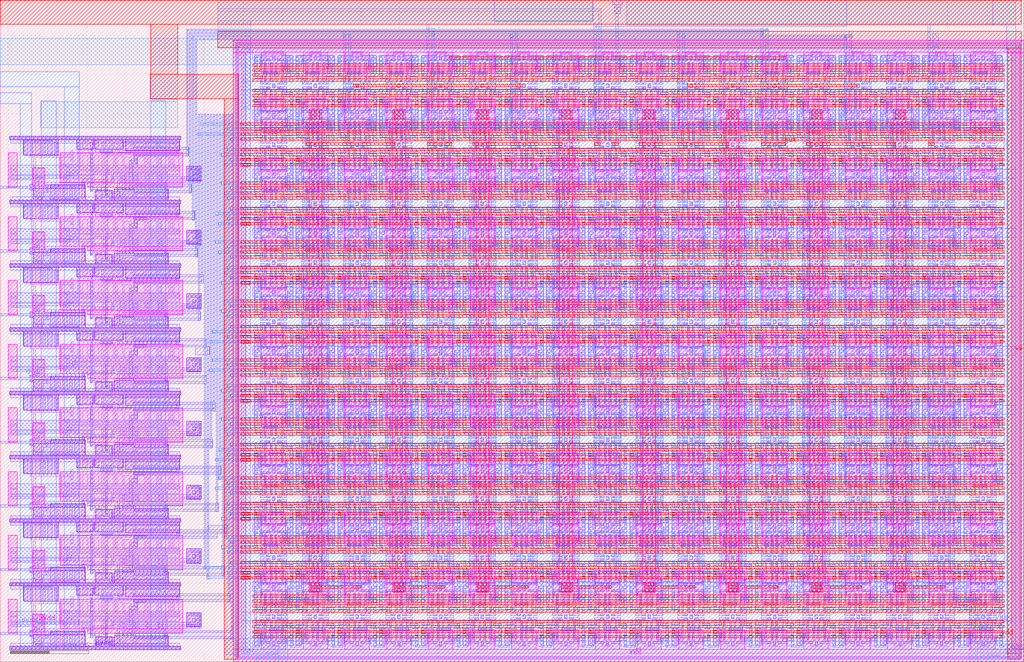
<source format=lef>
VERSION 5.7 ;
  NOWIREEXTENSIONATPIN ON ;
  DIVIDERCHAR "/" ;
  BUSBITCHARS "[]" ;
MACRO sky130_ef_ip__rheostat_8bit
  CLASS BLOCK ;
  FOREIGN sky130_ef_ip__rheostat_8bit ;
  ORIGIN 1.000 0.020 ;
  SIZE 130.695 BY 84.540 ;
  PIN b0
    ANTENNAGATEAREA 0.454500 ;
    ANTENNADIFFAREA 0.202500 ;
    PORT
      LAYER li1 ;
        RECT 23.495 5.200 23.985 5.530 ;
        RECT 2.825 3.280 3.135 3.950 ;
      LAYER met1 ;
        RECT 23.515 5.170 23.965 5.560 ;
        RECT 23.605 5.015 23.895 5.170 ;
        RECT 13.265 4.725 23.895 5.015 ;
        RECT 13.265 4.615 13.555 4.725 ;
        RECT 9.395 4.325 13.555 4.615 ;
        RECT 2.765 3.765 3.195 4.010 ;
        RECT 9.395 3.765 9.685 4.325 ;
        RECT -1.000 3.475 9.685 3.765 ;
        RECT 2.765 3.220 3.195 3.475 ;
    END
  END b0
  PIN b1
    ANTENNAGATEAREA 0.454500 ;
    ANTENNADIFFAREA 0.202500 ;
    PORT
      LAYER li1 ;
        RECT 23.495 13.340 23.985 13.670 ;
        RECT 2.825 11.420 3.135 12.090 ;
      LAYER met1 ;
        RECT 23.515 13.310 23.965 13.700 ;
        RECT 23.605 13.155 23.895 13.310 ;
        RECT 13.265 12.865 23.895 13.155 ;
        RECT 13.265 12.755 13.555 12.865 ;
        RECT 9.395 12.465 13.555 12.755 ;
        RECT 2.765 11.905 3.195 12.150 ;
        RECT 9.395 11.905 9.685 12.465 ;
        RECT -1.000 11.615 9.685 11.905 ;
        RECT 2.765 11.360 3.195 11.615 ;
    END
  END b1
  PIN b2
    ANTENNAGATEAREA 0.454500 ;
    ANTENNADIFFAREA 0.202500 ;
    PORT
      LAYER li1 ;
        RECT 23.495 21.480 23.985 21.810 ;
        RECT 2.825 19.560 3.135 20.230 ;
      LAYER met1 ;
        RECT 23.515 21.450 23.965 21.840 ;
        RECT 23.605 21.295 23.895 21.450 ;
        RECT 13.265 21.005 23.895 21.295 ;
        RECT 13.265 20.895 13.555 21.005 ;
        RECT 9.395 20.605 13.555 20.895 ;
        RECT 2.765 20.045 3.195 20.290 ;
        RECT 9.395 20.045 9.685 20.605 ;
        RECT -1.000 19.755 9.685 20.045 ;
        RECT 2.765 19.500 3.195 19.755 ;
    END
  END b2
  PIN b3
    ANTENNAGATEAREA 0.454500 ;
    ANTENNADIFFAREA 0.202500 ;
    PORT
      LAYER li1 ;
        RECT 23.495 29.620 23.985 29.950 ;
        RECT 2.825 27.700 3.135 28.370 ;
      LAYER met1 ;
        RECT 23.515 29.590 23.965 29.980 ;
        RECT 23.605 29.435 23.895 29.590 ;
        RECT 13.265 29.145 23.895 29.435 ;
        RECT 13.265 29.035 13.555 29.145 ;
        RECT 9.395 28.745 13.555 29.035 ;
        RECT 2.765 28.185 3.195 28.430 ;
        RECT 9.395 28.185 9.685 28.745 ;
        RECT -1.000 27.895 9.685 28.185 ;
        RECT 2.765 27.640 3.195 27.895 ;
    END
  END b3
  PIN b4
    ANTENNAGATEAREA 0.454500 ;
    ANTENNADIFFAREA 0.202500 ;
    PORT
      LAYER li1 ;
        RECT 23.495 37.760 23.985 38.090 ;
        RECT 2.825 35.840 3.135 36.510 ;
      LAYER met1 ;
        RECT 23.515 37.730 23.965 38.120 ;
        RECT 23.605 37.575 23.895 37.730 ;
        RECT 13.265 37.285 23.895 37.575 ;
        RECT 13.265 37.175 13.555 37.285 ;
        RECT 9.395 36.885 13.555 37.175 ;
        RECT 2.765 36.325 3.195 36.570 ;
        RECT 9.395 36.325 9.685 36.885 ;
        RECT -1.000 36.035 9.685 36.325 ;
        RECT 2.765 35.780 3.195 36.035 ;
    END
  END b4
  PIN b5
    ANTENNAGATEAREA 0.454500 ;
    ANTENNADIFFAREA 0.202500 ;
    PORT
      LAYER li1 ;
        RECT 23.495 45.900 23.985 46.230 ;
        RECT 2.825 43.980 3.135 44.650 ;
      LAYER met1 ;
        RECT 23.515 45.870 23.965 46.260 ;
        RECT 23.605 45.715 23.895 45.870 ;
        RECT 13.265 45.425 23.895 45.715 ;
        RECT 13.265 45.315 13.555 45.425 ;
        RECT 9.395 45.025 13.555 45.315 ;
        RECT 2.765 44.465 3.195 44.710 ;
        RECT 9.395 44.465 9.685 45.025 ;
        RECT -1.000 44.175 9.685 44.465 ;
        RECT 2.765 43.920 3.195 44.175 ;
    END
  END b5
  PIN b6
    ANTENNAGATEAREA 0.454500 ;
    ANTENNADIFFAREA 0.202500 ;
    PORT
      LAYER li1 ;
        RECT 23.495 54.040 23.985 54.370 ;
        RECT 2.825 52.120 3.135 52.790 ;
      LAYER met1 ;
        RECT 23.515 54.010 23.965 54.400 ;
        RECT 23.605 53.855 23.895 54.010 ;
        RECT 13.265 53.565 23.895 53.855 ;
        RECT 13.265 53.455 13.555 53.565 ;
        RECT 9.395 53.165 13.555 53.455 ;
        RECT 2.765 52.605 3.195 52.850 ;
        RECT 9.395 52.605 9.685 53.165 ;
        RECT -1.000 52.315 9.685 52.605 ;
        RECT 2.765 52.060 3.195 52.315 ;
    END
  END b6
  PIN b7
    ANTENNAGATEAREA 0.454500 ;
    ANTENNADIFFAREA 0.202500 ;
    PORT
      LAYER li1 ;
        RECT 23.495 62.180 23.985 62.510 ;
        RECT 2.825 60.260 3.135 60.930 ;
      LAYER met1 ;
        RECT 23.515 62.150 23.965 62.540 ;
        RECT 23.605 61.995 23.895 62.150 ;
        RECT 13.265 61.705 23.895 61.995 ;
        RECT 13.265 61.595 13.555 61.705 ;
        RECT 9.395 61.305 13.555 61.595 ;
        RECT 2.765 60.745 3.195 60.990 ;
        RECT 9.395 60.745 9.685 61.305 ;
        RECT -1.000 60.455 9.685 60.745 ;
        RECT 2.765 60.200 3.195 60.455 ;
    END
  END b7
  PIN out
    ANTENNADIFFAREA 0.957000 ;
    PORT
      LAYER li1 ;
        RECT 54.045 68.000 54.215 69.040 ;
        RECT 96.685 68.000 96.855 69.040 ;
        RECT 54.045 66.555 54.215 67.245 ;
        RECT 96.685 66.555 96.855 67.245 ;
      LAYER met1 ;
        RECT 77.180 83.920 78.455 84.520 ;
        RECT 77.380 82.745 78.235 83.920 ;
        RECT 54.015 67.785 54.245 69.020 ;
        RECT 96.655 67.785 96.885 69.020 ;
        RECT 54.000 67.465 54.260 67.785 ;
        RECT 96.640 67.465 96.900 67.785 ;
        RECT 54.015 66.575 54.245 67.465 ;
        RECT 96.655 66.575 96.885 67.465 ;
      LAYER met2 ;
        RECT 77.380 82.745 78.235 83.610 ;
        RECT 53.945 67.485 54.315 67.765 ;
        RECT 96.585 67.485 96.955 67.765 ;
      LAYER met3 ;
        RECT 77.380 82.745 78.235 83.610 ;
        RECT 77.600 77.295 77.900 82.745 ;
        RECT 56.300 76.915 56.620 77.295 ;
        RECT 77.590 76.915 77.910 77.295 ;
        RECT 98.940 76.915 99.260 77.295 ;
        RECT 53.965 67.450 54.295 67.800 ;
        RECT 53.980 66.300 54.280 67.450 ;
        RECT 56.310 66.300 56.610 76.915 ;
        RECT 77.600 76.520 77.900 76.915 ;
        RECT 96.605 67.450 96.935 67.800 ;
        RECT 96.620 66.300 96.920 67.450 ;
        RECT 98.950 66.300 99.250 76.915 ;
        RECT 53.970 65.920 54.290 66.300 ;
        RECT 56.300 65.920 56.620 66.300 ;
        RECT 96.610 65.920 96.930 66.300 ;
        RECT 98.940 65.920 99.260 66.300 ;
      LAYER met4 ;
        RECT 56.295 77.255 56.625 77.270 ;
        RECT 77.585 77.255 77.915 77.270 ;
        RECT 98.935 77.255 99.265 77.270 ;
        RECT 56.295 76.955 99.265 77.255 ;
        RECT 56.295 76.940 56.625 76.955 ;
        RECT 77.585 76.940 77.915 76.955 ;
        RECT 98.935 76.940 99.265 76.955 ;
        RECT 53.965 66.260 54.295 66.275 ;
        RECT 56.295 66.260 56.625 66.275 ;
        RECT 96.605 66.260 96.935 66.275 ;
        RECT 98.935 66.260 99.265 66.275 ;
        RECT 53.525 65.960 56.625 66.260 ;
        RECT 96.165 65.960 99.265 66.260 ;
        RECT 53.965 65.945 54.295 65.960 ;
        RECT 56.295 65.945 56.625 65.960 ;
        RECT 96.605 65.945 96.935 65.960 ;
        RECT 98.935 65.945 99.265 65.960 ;
    END
  END out
  PIN vdd
    ANTENNAGATEAREA 105.000000 ;
    ANTENNADIFFAREA 269.591797 ;
    PORT
      LAYER nwell ;
        RECT 28.730 77.815 129.695 79.390 ;
        RECT 0.000 60.615 1.130 64.985 ;
        RECT 6.665 61.195 22.260 64.985 ;
        RECT 10.130 60.615 22.260 61.195 ;
        RECT 0.000 52.475 1.130 56.845 ;
        RECT 6.665 53.055 22.260 56.845 ;
        RECT 10.130 52.475 22.260 53.055 ;
        RECT 0.000 44.335 1.130 48.705 ;
        RECT 6.665 44.915 22.260 48.705 ;
        RECT 10.130 44.335 22.260 44.915 ;
        RECT 0.000 36.195 1.130 40.565 ;
        RECT 6.665 36.775 22.260 40.565 ;
        RECT 10.130 36.195 22.260 36.775 ;
        RECT 0.000 28.055 1.130 32.425 ;
        RECT 6.665 28.635 22.260 32.425 ;
        RECT 10.130 28.055 22.260 28.635 ;
        RECT 0.000 19.915 1.130 24.285 ;
        RECT 6.665 20.495 22.260 24.285 ;
        RECT 10.130 19.915 22.260 20.495 ;
        RECT 0.000 11.775 1.130 16.145 ;
        RECT 6.665 12.355 22.260 16.145 ;
        RECT 10.130 11.775 22.260 12.355 ;
        RECT 0.000 3.635 1.130 8.005 ;
        RECT 6.665 4.215 22.260 8.005 ;
        RECT 10.130 3.635 22.260 4.215 ;
        RECT 28.730 1.575 30.305 77.815 ;
        RECT 32.325 75.225 35.455 77.815 ;
        RECT 37.650 75.225 40.780 77.815 ;
        RECT 42.985 75.225 46.115 77.815 ;
        RECT 48.310 75.225 51.440 77.815 ;
        RECT 53.645 75.225 56.775 77.815 ;
        RECT 58.970 75.225 62.100 77.815 ;
        RECT 64.305 75.225 67.435 77.815 ;
        RECT 69.630 75.225 72.760 77.815 ;
        RECT 74.965 75.225 78.095 77.815 ;
        RECT 80.290 75.225 83.420 77.815 ;
        RECT 85.625 75.225 88.755 77.815 ;
        RECT 90.950 75.225 94.080 77.815 ;
        RECT 96.285 75.225 99.415 77.815 ;
        RECT 101.610 75.225 104.740 77.815 ;
        RECT 106.945 75.225 110.075 77.815 ;
        RECT 112.270 75.225 115.400 77.815 ;
        RECT 117.605 75.225 120.735 77.815 ;
        RECT 122.930 75.225 126.060 77.815 ;
        RECT 32.335 70.280 35.455 71.905 ;
        RECT 32.325 67.690 35.455 70.280 ;
        RECT 37.660 67.690 40.780 71.905 ;
        RECT 42.995 67.690 46.115 71.905 ;
        RECT 48.320 67.690 51.440 71.905 ;
        RECT 53.655 67.690 56.775 71.905 ;
        RECT 58.980 67.690 62.100 71.905 ;
        RECT 64.315 67.690 67.435 71.905 ;
        RECT 69.640 67.690 72.760 71.905 ;
        RECT 74.975 67.690 78.095 71.905 ;
        RECT 80.300 67.690 83.420 71.905 ;
        RECT 85.635 67.690 88.755 71.905 ;
        RECT 90.960 67.690 94.080 71.905 ;
        RECT 96.295 67.690 99.415 71.905 ;
        RECT 101.620 67.690 104.740 71.905 ;
        RECT 106.955 67.690 110.075 71.905 ;
        RECT 112.280 67.690 115.400 71.905 ;
        RECT 117.615 67.690 120.735 71.905 ;
        RECT 122.940 70.280 126.060 71.905 ;
        RECT 122.930 67.690 126.060 70.280 ;
        RECT 32.335 62.745 35.455 64.370 ;
        RECT 37.660 62.745 40.780 64.370 ;
        RECT 42.995 62.745 46.115 64.370 ;
        RECT 48.320 62.745 51.440 64.370 ;
        RECT 53.655 62.745 56.775 64.370 ;
        RECT 58.980 62.745 62.100 64.370 ;
        RECT 64.315 62.745 67.435 64.370 ;
        RECT 69.640 62.745 72.760 64.370 ;
        RECT 74.975 62.745 78.095 64.370 ;
        RECT 80.300 62.745 83.420 64.370 ;
        RECT 85.635 62.745 88.755 64.370 ;
        RECT 90.960 62.745 94.080 64.370 ;
        RECT 96.295 62.745 99.415 64.370 ;
        RECT 101.620 62.745 104.740 64.370 ;
        RECT 106.955 62.745 110.075 64.370 ;
        RECT 112.280 62.745 115.400 64.370 ;
        RECT 117.615 62.745 120.735 64.370 ;
        RECT 122.940 62.745 126.060 64.370 ;
        RECT 32.325 60.155 35.455 62.745 ;
        RECT 37.650 60.155 40.780 62.745 ;
        RECT 42.985 60.155 46.115 62.745 ;
        RECT 48.310 60.155 51.440 62.745 ;
        RECT 53.645 60.155 56.775 62.745 ;
        RECT 58.970 60.155 62.100 62.745 ;
        RECT 64.305 60.155 67.435 62.745 ;
        RECT 69.630 60.155 72.760 62.745 ;
        RECT 74.965 60.155 78.095 62.745 ;
        RECT 80.290 60.155 83.420 62.745 ;
        RECT 85.625 60.155 88.755 62.745 ;
        RECT 90.950 60.155 94.080 62.745 ;
        RECT 96.285 60.155 99.415 62.745 ;
        RECT 101.610 60.155 104.740 62.745 ;
        RECT 106.945 60.155 110.075 62.745 ;
        RECT 112.270 60.155 115.400 62.745 ;
        RECT 117.605 60.155 120.735 62.745 ;
        RECT 122.930 60.155 126.060 62.745 ;
        RECT 32.335 55.210 35.455 56.835 ;
        RECT 37.660 55.210 40.780 56.835 ;
        RECT 42.995 55.210 46.115 56.835 ;
        RECT 48.320 55.210 51.440 56.835 ;
        RECT 53.655 55.210 56.775 56.835 ;
        RECT 58.980 55.210 62.100 56.835 ;
        RECT 64.315 55.210 67.435 56.835 ;
        RECT 69.640 55.210 72.760 56.835 ;
        RECT 74.975 55.210 78.095 56.835 ;
        RECT 80.300 55.210 83.420 56.835 ;
        RECT 85.635 55.210 88.755 56.835 ;
        RECT 90.960 55.210 94.080 56.835 ;
        RECT 96.295 55.210 99.415 56.835 ;
        RECT 101.620 55.210 104.740 56.835 ;
        RECT 106.955 55.210 110.075 56.835 ;
        RECT 112.280 55.210 115.400 56.835 ;
        RECT 117.615 55.210 120.735 56.835 ;
        RECT 122.940 55.210 126.060 56.835 ;
        RECT 32.325 52.620 35.455 55.210 ;
        RECT 37.650 52.620 40.780 55.210 ;
        RECT 42.985 52.620 46.115 55.210 ;
        RECT 48.310 52.620 51.440 55.210 ;
        RECT 53.645 52.620 56.775 55.210 ;
        RECT 58.970 52.620 62.100 55.210 ;
        RECT 64.305 52.620 67.435 55.210 ;
        RECT 69.630 52.620 72.760 55.210 ;
        RECT 74.965 52.620 78.095 55.210 ;
        RECT 80.290 52.620 83.420 55.210 ;
        RECT 85.625 52.620 88.755 55.210 ;
        RECT 90.950 52.620 94.080 55.210 ;
        RECT 96.285 52.620 99.415 55.210 ;
        RECT 101.610 52.620 104.740 55.210 ;
        RECT 106.945 52.620 110.075 55.210 ;
        RECT 112.270 52.620 115.400 55.210 ;
        RECT 117.605 52.620 120.735 55.210 ;
        RECT 122.930 52.620 126.060 55.210 ;
        RECT 32.335 47.675 35.455 49.300 ;
        RECT 37.660 47.675 40.780 49.300 ;
        RECT 42.995 47.675 46.115 49.300 ;
        RECT 48.320 47.675 51.440 49.300 ;
        RECT 53.655 47.675 56.775 49.300 ;
        RECT 58.980 47.675 62.100 49.300 ;
        RECT 64.315 47.675 67.435 49.300 ;
        RECT 69.640 47.675 72.760 49.300 ;
        RECT 74.975 47.675 78.095 49.300 ;
        RECT 80.300 47.675 83.420 49.300 ;
        RECT 85.635 47.675 88.755 49.300 ;
        RECT 90.960 47.675 94.080 49.300 ;
        RECT 96.295 47.675 99.415 49.300 ;
        RECT 101.620 47.675 104.740 49.300 ;
        RECT 106.955 47.675 110.075 49.300 ;
        RECT 112.280 47.675 115.400 49.300 ;
        RECT 117.615 47.675 120.735 49.300 ;
        RECT 122.940 47.675 126.060 49.300 ;
        RECT 32.325 45.085 35.455 47.675 ;
        RECT 37.650 45.085 40.780 47.675 ;
        RECT 42.985 45.085 46.115 47.675 ;
        RECT 48.310 45.085 51.440 47.675 ;
        RECT 53.645 45.085 56.775 47.675 ;
        RECT 58.970 45.085 62.100 47.675 ;
        RECT 64.305 45.085 67.435 47.675 ;
        RECT 69.630 45.085 72.760 47.675 ;
        RECT 74.965 45.085 78.095 47.675 ;
        RECT 80.290 45.085 83.420 47.675 ;
        RECT 85.625 45.085 88.755 47.675 ;
        RECT 90.950 45.085 94.080 47.675 ;
        RECT 96.285 45.085 99.415 47.675 ;
        RECT 101.610 45.085 104.740 47.675 ;
        RECT 106.945 45.085 110.075 47.675 ;
        RECT 112.270 45.085 115.400 47.675 ;
        RECT 117.605 45.085 120.735 47.675 ;
        RECT 122.930 45.085 126.060 47.675 ;
        RECT 32.335 40.140 35.455 41.765 ;
        RECT 37.660 40.140 40.780 41.765 ;
        RECT 42.995 40.140 46.115 41.765 ;
        RECT 48.320 40.140 51.440 41.765 ;
        RECT 53.655 40.140 56.775 41.765 ;
        RECT 58.980 40.140 62.100 41.765 ;
        RECT 64.315 40.140 67.435 41.765 ;
        RECT 69.640 40.140 72.760 41.765 ;
        RECT 74.975 40.140 78.095 41.765 ;
        RECT 80.300 40.140 83.420 41.765 ;
        RECT 85.635 40.140 88.755 41.765 ;
        RECT 90.960 40.140 94.080 41.765 ;
        RECT 96.295 40.140 99.415 41.765 ;
        RECT 101.620 40.140 104.740 41.765 ;
        RECT 106.955 40.140 110.075 41.765 ;
        RECT 112.280 40.140 115.400 41.765 ;
        RECT 117.615 40.140 120.735 41.765 ;
        RECT 122.940 40.140 126.060 41.765 ;
        RECT 32.325 37.550 35.455 40.140 ;
        RECT 37.650 37.550 40.780 40.140 ;
        RECT 42.985 37.550 46.115 40.140 ;
        RECT 48.310 37.550 51.440 40.140 ;
        RECT 53.645 37.550 56.775 40.140 ;
        RECT 58.970 37.550 62.100 40.140 ;
        RECT 64.305 37.550 67.435 40.140 ;
        RECT 69.630 37.550 72.760 40.140 ;
        RECT 74.965 37.550 78.095 40.140 ;
        RECT 80.290 37.550 83.420 40.140 ;
        RECT 85.625 37.550 88.755 40.140 ;
        RECT 90.950 37.550 94.080 40.140 ;
        RECT 96.285 37.550 99.415 40.140 ;
        RECT 101.610 37.550 104.740 40.140 ;
        RECT 106.945 37.550 110.075 40.140 ;
        RECT 112.270 37.550 115.400 40.140 ;
        RECT 117.605 37.550 120.735 40.140 ;
        RECT 122.930 37.550 126.060 40.140 ;
        RECT 32.335 32.605 35.455 34.230 ;
        RECT 37.660 32.605 40.780 34.230 ;
        RECT 42.995 32.605 46.115 34.230 ;
        RECT 48.320 32.605 51.440 34.230 ;
        RECT 53.655 32.605 56.775 34.230 ;
        RECT 58.980 32.605 62.100 34.230 ;
        RECT 64.315 32.605 67.435 34.230 ;
        RECT 69.640 32.605 72.760 34.230 ;
        RECT 74.975 32.605 78.095 34.230 ;
        RECT 80.300 32.605 83.420 34.230 ;
        RECT 85.635 32.605 88.755 34.230 ;
        RECT 90.960 32.605 94.080 34.230 ;
        RECT 96.295 32.605 99.415 34.230 ;
        RECT 101.620 32.605 104.740 34.230 ;
        RECT 106.955 32.605 110.075 34.230 ;
        RECT 112.280 32.605 115.400 34.230 ;
        RECT 117.615 32.605 120.735 34.230 ;
        RECT 122.940 32.605 126.060 34.230 ;
        RECT 32.325 30.015 35.455 32.605 ;
        RECT 37.650 30.015 40.780 32.605 ;
        RECT 42.985 30.015 46.115 32.605 ;
        RECT 48.310 30.015 51.440 32.605 ;
        RECT 53.645 30.015 56.775 32.605 ;
        RECT 58.970 30.015 62.100 32.605 ;
        RECT 64.305 30.015 67.435 32.605 ;
        RECT 69.630 30.015 72.760 32.605 ;
        RECT 74.965 30.015 78.095 32.605 ;
        RECT 80.290 30.015 83.420 32.605 ;
        RECT 85.625 30.015 88.755 32.605 ;
        RECT 90.950 30.015 94.080 32.605 ;
        RECT 96.285 30.015 99.415 32.605 ;
        RECT 101.610 30.015 104.740 32.605 ;
        RECT 106.945 30.015 110.075 32.605 ;
        RECT 112.270 30.015 115.400 32.605 ;
        RECT 117.605 30.015 120.735 32.605 ;
        RECT 122.930 30.015 126.060 32.605 ;
        RECT 32.335 25.070 35.455 26.695 ;
        RECT 37.660 25.070 40.780 26.695 ;
        RECT 42.995 25.070 46.115 26.695 ;
        RECT 48.320 25.070 51.440 26.695 ;
        RECT 53.655 25.070 56.775 26.695 ;
        RECT 58.980 25.070 62.100 26.695 ;
        RECT 64.315 25.070 67.435 26.695 ;
        RECT 69.640 25.070 72.760 26.695 ;
        RECT 74.975 25.070 78.095 26.695 ;
        RECT 80.300 25.070 83.420 26.695 ;
        RECT 85.635 25.070 88.755 26.695 ;
        RECT 90.960 25.070 94.080 26.695 ;
        RECT 96.295 25.070 99.415 26.695 ;
        RECT 101.620 25.070 104.740 26.695 ;
        RECT 106.955 25.070 110.075 26.695 ;
        RECT 112.280 25.070 115.400 26.695 ;
        RECT 117.615 25.070 120.735 26.695 ;
        RECT 122.940 25.070 126.060 26.695 ;
        RECT 32.325 22.480 35.455 25.070 ;
        RECT 37.650 22.480 40.780 25.070 ;
        RECT 42.985 22.480 46.115 25.070 ;
        RECT 48.310 22.480 51.440 25.070 ;
        RECT 53.645 22.480 56.775 25.070 ;
        RECT 58.970 22.480 62.100 25.070 ;
        RECT 64.305 22.480 67.435 25.070 ;
        RECT 69.630 22.480 72.760 25.070 ;
        RECT 74.965 22.480 78.095 25.070 ;
        RECT 80.290 22.480 83.420 25.070 ;
        RECT 85.625 22.480 88.755 25.070 ;
        RECT 90.950 22.480 94.080 25.070 ;
        RECT 96.285 22.480 99.415 25.070 ;
        RECT 101.610 22.480 104.740 25.070 ;
        RECT 106.945 22.480 110.075 25.070 ;
        RECT 112.270 22.480 115.400 25.070 ;
        RECT 117.605 22.480 120.735 25.070 ;
        RECT 122.930 22.480 126.060 25.070 ;
        RECT 32.335 17.535 35.455 19.160 ;
        RECT 37.660 17.535 40.780 19.160 ;
        RECT 32.325 14.945 35.455 17.535 ;
        RECT 37.650 14.945 40.780 17.535 ;
        RECT 42.995 15.785 46.115 19.160 ;
        RECT 48.320 17.535 51.440 19.160 ;
        RECT 42.985 14.945 46.115 15.785 ;
        RECT 48.310 14.945 51.440 17.535 ;
        RECT 53.655 15.785 56.775 19.160 ;
        RECT 58.980 17.535 62.100 19.160 ;
        RECT 53.645 14.945 56.775 15.785 ;
        RECT 58.970 14.945 62.100 17.535 ;
        RECT 64.315 15.785 67.435 19.160 ;
        RECT 69.640 17.535 72.760 19.160 ;
        RECT 64.305 14.945 67.435 15.785 ;
        RECT 69.630 14.945 72.760 17.535 ;
        RECT 74.975 15.785 78.095 19.160 ;
        RECT 80.300 17.535 83.420 19.160 ;
        RECT 74.965 14.945 78.095 15.785 ;
        RECT 80.290 14.945 83.420 17.535 ;
        RECT 85.635 15.785 88.755 19.160 ;
        RECT 90.960 17.535 94.080 19.160 ;
        RECT 85.625 14.945 88.755 15.785 ;
        RECT 90.950 14.945 94.080 17.535 ;
        RECT 96.295 15.785 99.415 19.160 ;
        RECT 101.620 17.535 104.740 19.160 ;
        RECT 96.285 14.945 99.415 15.785 ;
        RECT 101.610 14.945 104.740 17.535 ;
        RECT 106.955 15.785 110.075 19.160 ;
        RECT 112.280 17.535 115.400 19.160 ;
        RECT 106.945 14.945 110.075 15.785 ;
        RECT 112.270 14.945 115.400 17.535 ;
        RECT 117.615 15.785 120.735 19.160 ;
        RECT 122.940 17.535 126.060 19.160 ;
        RECT 117.605 14.945 120.735 15.785 ;
        RECT 122.930 14.945 126.060 17.535 ;
        RECT 32.335 10.000 35.455 11.625 ;
        RECT 37.660 10.000 40.780 11.625 ;
        RECT 42.995 10.000 46.115 11.625 ;
        RECT 48.320 10.000 51.440 11.625 ;
        RECT 53.655 10.000 56.775 11.625 ;
        RECT 58.980 10.000 62.100 11.625 ;
        RECT 64.315 10.000 67.435 11.625 ;
        RECT 69.640 10.000 72.760 11.625 ;
        RECT 74.975 10.000 78.095 11.625 ;
        RECT 80.300 10.000 83.420 11.625 ;
        RECT 85.635 10.000 88.755 11.625 ;
        RECT 90.960 10.000 94.080 11.625 ;
        RECT 96.295 10.000 99.415 11.625 ;
        RECT 101.620 10.000 104.740 11.625 ;
        RECT 106.955 10.000 110.075 11.625 ;
        RECT 112.280 10.000 115.400 11.625 ;
        RECT 117.615 10.000 120.735 11.625 ;
        RECT 122.940 10.000 126.060 11.625 ;
        RECT 32.325 7.410 35.455 10.000 ;
        RECT 37.650 7.410 40.780 10.000 ;
        RECT 42.985 7.410 46.115 10.000 ;
        RECT 48.310 7.410 51.440 10.000 ;
        RECT 53.645 7.410 56.775 10.000 ;
        RECT 58.970 7.410 62.100 10.000 ;
        RECT 64.305 7.410 67.435 10.000 ;
        RECT 69.630 7.410 72.760 10.000 ;
        RECT 74.965 7.410 78.095 10.000 ;
        RECT 80.290 7.410 83.420 10.000 ;
        RECT 85.625 7.410 88.755 10.000 ;
        RECT 90.950 7.410 94.080 10.000 ;
        RECT 96.285 7.410 99.415 10.000 ;
        RECT 101.610 7.410 104.740 10.000 ;
        RECT 106.945 7.410 110.075 10.000 ;
        RECT 112.270 7.410 115.400 10.000 ;
        RECT 117.605 7.410 120.735 10.000 ;
        RECT 122.930 7.410 126.060 10.000 ;
        RECT 32.335 1.575 35.455 4.090 ;
        RECT 37.660 1.575 40.780 4.090 ;
        RECT 42.995 1.575 46.115 4.090 ;
        RECT 48.320 1.575 51.440 4.090 ;
        RECT 53.655 1.575 56.775 4.090 ;
        RECT 58.980 1.575 62.100 4.090 ;
        RECT 64.315 1.575 67.435 4.090 ;
        RECT 69.640 1.575 72.760 4.090 ;
        RECT 74.975 1.575 78.095 4.090 ;
        RECT 80.300 1.575 83.420 4.090 ;
        RECT 85.635 1.575 88.755 4.090 ;
        RECT 90.960 1.575 94.080 4.090 ;
        RECT 96.295 1.575 99.415 4.090 ;
        RECT 101.620 1.575 104.740 4.090 ;
        RECT 106.955 1.575 110.075 4.090 ;
        RECT 112.280 1.575 115.400 4.090 ;
        RECT 117.615 1.575 120.735 4.090 ;
        RECT 122.940 1.575 126.060 4.090 ;
        RECT 128.120 1.575 129.695 77.815 ;
        RECT 28.730 0.000 129.695 1.575 ;
      LAYER li1 ;
        RECT 29.160 78.790 129.265 78.960 ;
        RECT 8.085 63.135 8.675 63.530 ;
        RECT 9.540 63.135 10.130 64.675 ;
        RECT 10.980 63.115 11.570 64.695 ;
        RECT 12.440 63.115 13.390 64.590 ;
        RECT 14.010 63.115 14.600 64.590 ;
        RECT 14.825 63.245 15.715 64.425 ;
        RECT 16.505 63.245 17.395 64.485 ;
        RECT 18.065 63.245 18.955 64.485 ;
        RECT 19.625 63.245 20.515 64.485 ;
        RECT 21.185 63.245 21.755 64.485 ;
        RECT 14.825 63.075 21.755 63.245 ;
        RECT 0.330 62.715 1.130 62.885 ;
        RECT 8.085 62.715 21.930 62.885 ;
        RECT 8.335 61.525 8.925 62.435 ;
        RECT 11.000 60.905 11.950 62.485 ;
        RECT 12.570 60.905 13.160 62.485 ;
        RECT 13.385 62.355 20.315 62.525 ;
        RECT 13.385 61.175 14.275 62.355 ;
        RECT 15.065 61.115 15.955 62.355 ;
        RECT 16.625 61.115 17.515 62.355 ;
        RECT 18.185 61.115 19.075 62.355 ;
        RECT 19.745 61.115 20.315 62.355 ;
        RECT 8.085 54.995 8.675 55.390 ;
        RECT 9.540 54.995 10.130 56.535 ;
        RECT 10.980 54.975 11.570 56.555 ;
        RECT 12.440 54.975 13.390 56.450 ;
        RECT 14.010 54.975 14.600 56.450 ;
        RECT 14.825 55.105 15.715 56.285 ;
        RECT 16.505 55.105 17.395 56.345 ;
        RECT 18.065 55.105 18.955 56.345 ;
        RECT 19.625 55.105 20.515 56.345 ;
        RECT 21.185 55.105 21.755 56.345 ;
        RECT 14.825 54.935 21.755 55.105 ;
        RECT 0.330 54.575 1.130 54.745 ;
        RECT 8.085 54.575 21.930 54.745 ;
        RECT 8.335 53.385 8.925 54.295 ;
        RECT 11.000 52.765 11.950 54.345 ;
        RECT 12.570 52.765 13.160 54.345 ;
        RECT 13.385 54.215 20.315 54.385 ;
        RECT 13.385 53.035 14.275 54.215 ;
        RECT 15.065 52.975 15.955 54.215 ;
        RECT 16.625 52.975 17.515 54.215 ;
        RECT 18.185 52.975 19.075 54.215 ;
        RECT 19.745 52.975 20.315 54.215 ;
        RECT 8.085 46.855 8.675 47.250 ;
        RECT 9.540 46.855 10.130 48.395 ;
        RECT 10.980 46.835 11.570 48.415 ;
        RECT 12.440 46.835 13.390 48.310 ;
        RECT 14.010 46.835 14.600 48.310 ;
        RECT 14.825 46.965 15.715 48.145 ;
        RECT 16.505 46.965 17.395 48.205 ;
        RECT 18.065 46.965 18.955 48.205 ;
        RECT 19.625 46.965 20.515 48.205 ;
        RECT 21.185 46.965 21.755 48.205 ;
        RECT 14.825 46.795 21.755 46.965 ;
        RECT 0.330 46.435 1.130 46.605 ;
        RECT 8.085 46.435 21.930 46.605 ;
        RECT 8.335 45.245 8.925 46.155 ;
        RECT 11.000 44.625 11.950 46.205 ;
        RECT 12.570 44.625 13.160 46.205 ;
        RECT 13.385 46.075 20.315 46.245 ;
        RECT 13.385 44.895 14.275 46.075 ;
        RECT 15.065 44.835 15.955 46.075 ;
        RECT 16.625 44.835 17.515 46.075 ;
        RECT 18.185 44.835 19.075 46.075 ;
        RECT 19.745 44.835 20.315 46.075 ;
        RECT 8.085 38.715 8.675 39.110 ;
        RECT 9.540 38.715 10.130 40.255 ;
        RECT 10.980 38.695 11.570 40.275 ;
        RECT 12.440 38.695 13.390 40.170 ;
        RECT 14.010 38.695 14.600 40.170 ;
        RECT 14.825 38.825 15.715 40.005 ;
        RECT 16.505 38.825 17.395 40.065 ;
        RECT 18.065 38.825 18.955 40.065 ;
        RECT 19.625 38.825 20.515 40.065 ;
        RECT 21.185 38.825 21.755 40.065 ;
        RECT 14.825 38.655 21.755 38.825 ;
        RECT 0.330 38.295 1.130 38.465 ;
        RECT 8.085 38.295 21.930 38.465 ;
        RECT 8.335 37.105 8.925 38.015 ;
        RECT 11.000 36.485 11.950 38.065 ;
        RECT 12.570 36.485 13.160 38.065 ;
        RECT 13.385 37.935 20.315 38.105 ;
        RECT 13.385 36.755 14.275 37.935 ;
        RECT 15.065 36.695 15.955 37.935 ;
        RECT 16.625 36.695 17.515 37.935 ;
        RECT 18.185 36.695 19.075 37.935 ;
        RECT 19.745 36.695 20.315 37.935 ;
        RECT 8.085 30.575 8.675 30.970 ;
        RECT 9.540 30.575 10.130 32.115 ;
        RECT 10.980 30.555 11.570 32.135 ;
        RECT 12.440 30.555 13.390 32.030 ;
        RECT 14.010 30.555 14.600 32.030 ;
        RECT 14.825 30.685 15.715 31.865 ;
        RECT 16.505 30.685 17.395 31.925 ;
        RECT 18.065 30.685 18.955 31.925 ;
        RECT 19.625 30.685 20.515 31.925 ;
        RECT 21.185 30.685 21.755 31.925 ;
        RECT 14.825 30.515 21.755 30.685 ;
        RECT 0.330 30.155 1.130 30.325 ;
        RECT 8.085 30.155 21.930 30.325 ;
        RECT 8.335 28.965 8.925 29.875 ;
        RECT 11.000 28.345 11.950 29.925 ;
        RECT 12.570 28.345 13.160 29.925 ;
        RECT 13.385 29.795 20.315 29.965 ;
        RECT 13.385 28.615 14.275 29.795 ;
        RECT 15.065 28.555 15.955 29.795 ;
        RECT 16.625 28.555 17.515 29.795 ;
        RECT 18.185 28.555 19.075 29.795 ;
        RECT 19.745 28.555 20.315 29.795 ;
        RECT 8.085 22.435 8.675 22.830 ;
        RECT 9.540 22.435 10.130 23.975 ;
        RECT 10.980 22.415 11.570 23.995 ;
        RECT 12.440 22.415 13.390 23.890 ;
        RECT 14.010 22.415 14.600 23.890 ;
        RECT 14.825 22.545 15.715 23.725 ;
        RECT 16.505 22.545 17.395 23.785 ;
        RECT 18.065 22.545 18.955 23.785 ;
        RECT 19.625 22.545 20.515 23.785 ;
        RECT 21.185 22.545 21.755 23.785 ;
        RECT 14.825 22.375 21.755 22.545 ;
        RECT 0.330 22.015 1.130 22.185 ;
        RECT 8.085 22.015 21.930 22.185 ;
        RECT 8.335 20.825 8.925 21.735 ;
        RECT 11.000 20.205 11.950 21.785 ;
        RECT 12.570 20.205 13.160 21.785 ;
        RECT 13.385 21.655 20.315 21.825 ;
        RECT 13.385 20.475 14.275 21.655 ;
        RECT 15.065 20.415 15.955 21.655 ;
        RECT 16.625 20.415 17.515 21.655 ;
        RECT 18.185 20.415 19.075 21.655 ;
        RECT 19.745 20.415 20.315 21.655 ;
        RECT 8.085 14.295 8.675 14.690 ;
        RECT 9.540 14.295 10.130 15.835 ;
        RECT 10.980 14.275 11.570 15.855 ;
        RECT 12.440 14.275 13.390 15.750 ;
        RECT 14.010 14.275 14.600 15.750 ;
        RECT 14.825 14.405 15.715 15.585 ;
        RECT 16.505 14.405 17.395 15.645 ;
        RECT 18.065 14.405 18.955 15.645 ;
        RECT 19.625 14.405 20.515 15.645 ;
        RECT 21.185 14.405 21.755 15.645 ;
        RECT 14.825 14.235 21.755 14.405 ;
        RECT 0.330 13.875 1.130 14.045 ;
        RECT 8.085 13.875 21.930 14.045 ;
        RECT 8.335 12.685 8.925 13.595 ;
        RECT 11.000 12.065 11.950 13.645 ;
        RECT 12.570 12.065 13.160 13.645 ;
        RECT 13.385 13.515 20.315 13.685 ;
        RECT 13.385 12.335 14.275 13.515 ;
        RECT 15.065 12.275 15.955 13.515 ;
        RECT 16.625 12.275 17.515 13.515 ;
        RECT 18.185 12.275 19.075 13.515 ;
        RECT 19.745 12.275 20.315 13.515 ;
        RECT 8.085 6.155 8.675 6.550 ;
        RECT 9.540 6.155 10.130 7.695 ;
        RECT 10.980 6.135 11.570 7.715 ;
        RECT 12.440 6.135 13.390 7.610 ;
        RECT 14.010 6.135 14.600 7.610 ;
        RECT 14.825 6.265 15.715 7.445 ;
        RECT 16.505 6.265 17.395 7.505 ;
        RECT 18.065 6.265 18.955 7.505 ;
        RECT 19.625 6.265 20.515 7.505 ;
        RECT 21.185 6.265 21.755 7.505 ;
        RECT 14.825 6.095 21.755 6.265 ;
        RECT 0.330 5.735 1.130 5.905 ;
        RECT 8.085 5.735 21.930 5.905 ;
        RECT 8.335 4.545 8.925 5.455 ;
        RECT 11.000 3.925 11.950 5.505 ;
        RECT 12.570 3.925 13.160 5.505 ;
        RECT 13.385 5.375 20.315 5.545 ;
        RECT 13.385 4.195 14.275 5.375 ;
        RECT 15.065 4.135 15.955 5.375 ;
        RECT 16.625 4.135 17.515 5.375 ;
        RECT 18.185 4.135 19.075 5.375 ;
        RECT 19.745 4.135 20.315 5.375 ;
        RECT 29.160 0.600 29.330 78.790 ;
        RECT 33.225 77.255 34.580 77.485 ;
        RECT 38.550 77.255 39.905 77.485 ;
        RECT 43.885 77.255 45.240 77.485 ;
        RECT 49.210 77.255 50.565 77.485 ;
        RECT 54.545 77.255 55.900 77.485 ;
        RECT 59.870 77.255 61.225 77.485 ;
        RECT 65.205 77.255 66.560 77.485 ;
        RECT 70.530 77.255 71.885 77.485 ;
        RECT 75.865 77.255 77.220 77.485 ;
        RECT 81.190 77.255 82.545 77.485 ;
        RECT 86.525 77.255 87.880 77.485 ;
        RECT 91.850 77.255 93.205 77.485 ;
        RECT 97.185 77.255 98.540 77.485 ;
        RECT 102.510 77.255 103.865 77.485 ;
        RECT 107.845 77.255 109.200 77.485 ;
        RECT 113.170 77.255 114.525 77.485 ;
        RECT 118.505 77.255 119.860 77.485 ;
        RECT 123.830 77.255 125.185 77.485 ;
        RECT 32.955 76.790 33.455 76.960 ;
        RECT 33.810 76.875 34.005 77.255 ;
        RECT 34.335 76.790 34.835 76.960 ;
        RECT 38.280 76.790 38.780 76.960 ;
        RECT 39.135 76.875 39.330 77.255 ;
        RECT 39.660 76.790 40.160 76.960 ;
        RECT 43.615 76.790 44.115 76.960 ;
        RECT 44.470 76.875 44.665 77.255 ;
        RECT 44.995 76.790 45.495 76.960 ;
        RECT 48.940 76.790 49.440 76.960 ;
        RECT 49.795 76.875 49.990 77.255 ;
        RECT 50.320 76.790 50.820 76.960 ;
        RECT 54.275 76.790 54.775 76.960 ;
        RECT 55.130 76.875 55.325 77.255 ;
        RECT 55.655 76.790 56.155 76.960 ;
        RECT 59.600 76.790 60.100 76.960 ;
        RECT 60.455 76.875 60.650 77.255 ;
        RECT 60.980 76.790 61.480 76.960 ;
        RECT 64.935 76.790 65.435 76.960 ;
        RECT 65.790 76.875 65.985 77.255 ;
        RECT 66.315 76.790 66.815 76.960 ;
        RECT 70.260 76.790 70.760 76.960 ;
        RECT 71.115 76.875 71.310 77.255 ;
        RECT 71.640 76.790 72.140 76.960 ;
        RECT 75.595 76.790 76.095 76.960 ;
        RECT 76.450 76.875 76.645 77.255 ;
        RECT 76.975 76.790 77.475 76.960 ;
        RECT 80.920 76.790 81.420 76.960 ;
        RECT 81.775 76.875 81.970 77.255 ;
        RECT 82.300 76.790 82.800 76.960 ;
        RECT 86.255 76.790 86.755 76.960 ;
        RECT 87.110 76.875 87.305 77.255 ;
        RECT 87.635 76.790 88.135 76.960 ;
        RECT 91.580 76.790 92.080 76.960 ;
        RECT 92.435 76.875 92.630 77.255 ;
        RECT 92.960 76.790 93.460 76.960 ;
        RECT 96.915 76.790 97.415 76.960 ;
        RECT 97.770 76.875 97.965 77.255 ;
        RECT 98.295 76.790 98.795 76.960 ;
        RECT 102.240 76.790 102.740 76.960 ;
        RECT 103.095 76.875 103.290 77.255 ;
        RECT 103.620 76.790 104.120 76.960 ;
        RECT 107.575 76.790 108.075 76.960 ;
        RECT 108.430 76.875 108.625 77.255 ;
        RECT 108.955 76.790 109.455 76.960 ;
        RECT 112.900 76.790 113.400 76.960 ;
        RECT 113.755 76.875 113.950 77.255 ;
        RECT 114.280 76.790 114.780 76.960 ;
        RECT 118.235 76.790 118.735 76.960 ;
        RECT 119.090 76.875 119.285 77.255 ;
        RECT 119.615 76.790 120.115 76.960 ;
        RECT 123.560 76.790 124.060 76.960 ;
        RECT 124.415 76.875 124.610 77.255 ;
        RECT 124.940 76.790 125.440 76.960 ;
        RECT 32.955 70.170 33.455 70.340 ;
        RECT 33.810 69.950 34.005 70.340 ;
        RECT 34.335 70.170 34.835 70.340 ;
        RECT 38.280 70.170 38.780 70.340 ;
        RECT 39.135 69.950 39.330 70.340 ;
        RECT 39.660 70.170 40.160 70.340 ;
        RECT 43.615 70.170 44.115 70.340 ;
        RECT 44.470 69.950 44.665 70.340 ;
        RECT 44.995 70.170 45.495 70.340 ;
        RECT 48.940 70.170 49.440 70.340 ;
        RECT 49.795 69.950 49.990 70.340 ;
        RECT 50.320 70.170 50.820 70.340 ;
        RECT 54.275 70.170 54.775 70.340 ;
        RECT 55.130 69.950 55.325 70.340 ;
        RECT 55.655 70.170 56.155 70.340 ;
        RECT 59.600 70.170 60.100 70.340 ;
        RECT 60.455 69.950 60.650 70.340 ;
        RECT 60.980 70.170 61.480 70.340 ;
        RECT 64.935 70.170 65.435 70.340 ;
        RECT 65.790 69.950 65.985 70.340 ;
        RECT 66.315 70.170 66.815 70.340 ;
        RECT 70.260 70.170 70.760 70.340 ;
        RECT 71.115 69.950 71.310 70.340 ;
        RECT 71.640 70.170 72.140 70.340 ;
        RECT 75.595 70.170 76.095 70.340 ;
        RECT 76.450 69.950 76.645 70.340 ;
        RECT 76.975 70.170 77.475 70.340 ;
        RECT 80.920 70.170 81.420 70.340 ;
        RECT 81.775 69.950 81.970 70.340 ;
        RECT 82.300 70.170 82.800 70.340 ;
        RECT 86.255 70.170 86.755 70.340 ;
        RECT 87.110 69.950 87.305 70.340 ;
        RECT 87.635 70.170 88.135 70.340 ;
        RECT 91.580 70.170 92.080 70.340 ;
        RECT 92.435 69.950 92.630 70.340 ;
        RECT 92.960 70.170 93.460 70.340 ;
        RECT 96.915 70.170 97.415 70.340 ;
        RECT 97.770 69.950 97.965 70.340 ;
        RECT 98.295 70.170 98.795 70.340 ;
        RECT 102.240 70.170 102.740 70.340 ;
        RECT 103.095 69.950 103.290 70.340 ;
        RECT 103.620 70.170 104.120 70.340 ;
        RECT 107.575 70.170 108.075 70.340 ;
        RECT 108.430 69.950 108.625 70.340 ;
        RECT 108.955 70.170 109.455 70.340 ;
        RECT 112.900 70.170 113.400 70.340 ;
        RECT 113.755 69.950 113.950 70.340 ;
        RECT 114.280 70.170 114.780 70.340 ;
        RECT 118.235 70.170 118.735 70.340 ;
        RECT 119.090 69.950 119.285 70.340 ;
        RECT 119.615 70.170 120.115 70.340 ;
        RECT 123.560 70.170 124.060 70.340 ;
        RECT 124.415 69.950 124.610 70.340 ;
        RECT 124.940 70.170 125.440 70.340 ;
        RECT 33.225 69.720 34.580 69.950 ;
        RECT 38.550 69.720 39.905 69.950 ;
        RECT 43.885 69.720 45.240 69.950 ;
        RECT 49.210 69.720 50.565 69.950 ;
        RECT 54.545 69.720 55.900 69.950 ;
        RECT 59.870 69.720 61.225 69.950 ;
        RECT 65.205 69.720 66.560 69.950 ;
        RECT 70.530 69.720 71.885 69.950 ;
        RECT 75.865 69.720 77.220 69.950 ;
        RECT 81.190 69.720 82.545 69.950 ;
        RECT 86.525 69.720 87.880 69.950 ;
        RECT 91.850 69.720 93.205 69.950 ;
        RECT 97.185 69.720 98.540 69.950 ;
        RECT 102.510 69.720 103.865 69.950 ;
        RECT 107.845 69.720 109.200 69.950 ;
        RECT 113.170 69.720 114.525 69.950 ;
        RECT 118.505 69.720 119.860 69.950 ;
        RECT 123.830 69.720 125.185 69.950 ;
        RECT 32.955 69.255 33.455 69.425 ;
        RECT 33.810 69.340 34.005 69.720 ;
        RECT 34.335 69.255 34.835 69.425 ;
        RECT 39.135 69.340 39.330 69.720 ;
        RECT 44.470 69.340 44.665 69.720 ;
        RECT 49.795 69.340 49.990 69.720 ;
        RECT 55.130 69.340 55.325 69.720 ;
        RECT 60.455 69.340 60.650 69.720 ;
        RECT 65.790 69.340 65.985 69.720 ;
        RECT 71.115 69.340 71.310 69.720 ;
        RECT 75.595 69.255 76.095 69.425 ;
        RECT 76.450 69.340 76.645 69.720 ;
        RECT 81.775 69.340 81.970 69.720 ;
        RECT 87.110 69.340 87.305 69.720 ;
        RECT 92.435 69.340 92.630 69.720 ;
        RECT 97.770 69.340 97.965 69.720 ;
        RECT 103.095 69.340 103.290 69.720 ;
        RECT 108.430 69.340 108.625 69.720 ;
        RECT 113.755 69.340 113.950 69.720 ;
        RECT 118.235 69.255 118.735 69.425 ;
        RECT 119.090 69.340 119.285 69.720 ;
        RECT 123.560 69.255 124.060 69.425 ;
        RECT 124.415 69.340 124.610 69.720 ;
        RECT 124.940 69.255 125.440 69.425 ;
        RECT 32.955 62.635 33.455 62.805 ;
        RECT 33.810 62.415 34.005 62.805 ;
        RECT 34.335 62.635 34.835 62.805 ;
        RECT 39.135 62.415 39.330 62.805 ;
        RECT 44.470 62.415 44.665 62.805 ;
        RECT 49.795 62.415 49.990 62.805 ;
        RECT 55.130 62.415 55.325 62.805 ;
        RECT 60.455 62.415 60.650 62.805 ;
        RECT 65.790 62.415 65.985 62.805 ;
        RECT 71.115 62.415 71.310 62.805 ;
        RECT 76.450 62.415 76.645 62.805 ;
        RECT 81.775 62.415 81.970 62.805 ;
        RECT 87.110 62.415 87.305 62.805 ;
        RECT 92.435 62.415 92.630 62.805 ;
        RECT 97.770 62.415 97.965 62.805 ;
        RECT 103.095 62.415 103.290 62.805 ;
        RECT 108.430 62.415 108.625 62.805 ;
        RECT 113.755 62.415 113.950 62.805 ;
        RECT 119.090 62.415 119.285 62.805 ;
        RECT 123.560 62.635 124.060 62.805 ;
        RECT 124.415 62.415 124.610 62.805 ;
        RECT 124.940 62.635 125.440 62.805 ;
        RECT 33.225 62.185 34.580 62.415 ;
        RECT 38.550 62.185 39.905 62.415 ;
        RECT 43.885 62.185 45.240 62.415 ;
        RECT 49.210 62.185 50.565 62.415 ;
        RECT 54.545 62.185 55.900 62.415 ;
        RECT 59.870 62.185 61.225 62.415 ;
        RECT 65.205 62.185 66.560 62.415 ;
        RECT 70.530 62.185 71.885 62.415 ;
        RECT 75.865 62.185 77.220 62.415 ;
        RECT 81.190 62.185 82.545 62.415 ;
        RECT 86.525 62.185 87.880 62.415 ;
        RECT 91.850 62.185 93.205 62.415 ;
        RECT 97.185 62.185 98.540 62.415 ;
        RECT 102.510 62.185 103.865 62.415 ;
        RECT 107.845 62.185 109.200 62.415 ;
        RECT 113.170 62.185 114.525 62.415 ;
        RECT 118.505 62.185 119.860 62.415 ;
        RECT 123.830 62.185 125.185 62.415 ;
        RECT 32.955 61.720 33.455 61.890 ;
        RECT 33.810 61.805 34.005 62.185 ;
        RECT 34.335 61.720 34.835 61.890 ;
        RECT 39.135 61.805 39.330 62.185 ;
        RECT 44.470 61.805 44.665 62.185 ;
        RECT 49.795 61.805 49.990 62.185 ;
        RECT 55.130 61.805 55.325 62.185 ;
        RECT 60.455 61.805 60.650 62.185 ;
        RECT 65.790 61.805 65.985 62.185 ;
        RECT 71.115 61.805 71.310 62.185 ;
        RECT 76.450 61.805 76.645 62.185 ;
        RECT 81.775 61.805 81.970 62.185 ;
        RECT 87.110 61.805 87.305 62.185 ;
        RECT 92.435 61.805 92.630 62.185 ;
        RECT 97.770 61.805 97.965 62.185 ;
        RECT 103.095 61.805 103.290 62.185 ;
        RECT 108.430 61.805 108.625 62.185 ;
        RECT 113.755 61.805 113.950 62.185 ;
        RECT 119.090 61.805 119.285 62.185 ;
        RECT 123.560 61.720 124.060 61.890 ;
        RECT 124.415 61.805 124.610 62.185 ;
        RECT 124.940 61.720 125.440 61.890 ;
        RECT 32.955 55.100 33.455 55.270 ;
        RECT 33.810 54.880 34.005 55.270 ;
        RECT 34.335 55.100 34.835 55.270 ;
        RECT 39.135 54.880 39.330 55.270 ;
        RECT 44.470 54.880 44.665 55.270 ;
        RECT 49.795 54.880 49.990 55.270 ;
        RECT 55.130 54.880 55.325 55.270 ;
        RECT 60.455 54.880 60.650 55.270 ;
        RECT 65.790 54.880 65.985 55.270 ;
        RECT 71.115 54.880 71.310 55.270 ;
        RECT 76.450 54.880 76.645 55.270 ;
        RECT 81.775 54.880 81.970 55.270 ;
        RECT 87.110 54.880 87.305 55.270 ;
        RECT 92.435 54.880 92.630 55.270 ;
        RECT 97.770 54.880 97.965 55.270 ;
        RECT 103.095 54.880 103.290 55.270 ;
        RECT 108.430 54.880 108.625 55.270 ;
        RECT 113.755 54.880 113.950 55.270 ;
        RECT 119.090 54.880 119.285 55.270 ;
        RECT 123.560 55.100 124.060 55.270 ;
        RECT 124.415 54.880 124.610 55.270 ;
        RECT 124.940 55.100 125.440 55.270 ;
        RECT 33.225 54.650 34.580 54.880 ;
        RECT 38.550 54.650 39.905 54.880 ;
        RECT 43.885 54.650 45.240 54.880 ;
        RECT 49.210 54.650 50.565 54.880 ;
        RECT 54.545 54.650 55.900 54.880 ;
        RECT 59.870 54.650 61.225 54.880 ;
        RECT 65.205 54.650 66.560 54.880 ;
        RECT 70.530 54.650 71.885 54.880 ;
        RECT 75.865 54.650 77.220 54.880 ;
        RECT 81.190 54.650 82.545 54.880 ;
        RECT 86.525 54.650 87.880 54.880 ;
        RECT 91.850 54.650 93.205 54.880 ;
        RECT 97.185 54.650 98.540 54.880 ;
        RECT 102.510 54.650 103.865 54.880 ;
        RECT 107.845 54.650 109.200 54.880 ;
        RECT 113.170 54.650 114.525 54.880 ;
        RECT 118.505 54.650 119.860 54.880 ;
        RECT 123.830 54.650 125.185 54.880 ;
        RECT 32.955 54.185 33.455 54.355 ;
        RECT 33.810 54.270 34.005 54.650 ;
        RECT 34.335 54.185 34.835 54.355 ;
        RECT 39.135 54.270 39.330 54.650 ;
        RECT 44.470 54.270 44.665 54.650 ;
        RECT 49.795 54.270 49.990 54.650 ;
        RECT 55.130 54.270 55.325 54.650 ;
        RECT 60.455 54.270 60.650 54.650 ;
        RECT 65.790 54.270 65.985 54.650 ;
        RECT 71.115 54.270 71.310 54.650 ;
        RECT 76.450 54.270 76.645 54.650 ;
        RECT 81.775 54.270 81.970 54.650 ;
        RECT 87.110 54.270 87.305 54.650 ;
        RECT 92.435 54.270 92.630 54.650 ;
        RECT 97.770 54.270 97.965 54.650 ;
        RECT 103.095 54.270 103.290 54.650 ;
        RECT 108.430 54.270 108.625 54.650 ;
        RECT 113.755 54.270 113.950 54.650 ;
        RECT 119.090 54.270 119.285 54.650 ;
        RECT 123.560 54.185 124.060 54.355 ;
        RECT 124.415 54.270 124.610 54.650 ;
        RECT 124.940 54.185 125.440 54.355 ;
        RECT 32.955 47.565 33.455 47.735 ;
        RECT 33.810 47.345 34.005 47.735 ;
        RECT 34.335 47.565 34.835 47.735 ;
        RECT 39.135 47.345 39.330 47.735 ;
        RECT 44.470 47.345 44.665 47.735 ;
        RECT 49.795 47.345 49.990 47.735 ;
        RECT 55.130 47.345 55.325 47.735 ;
        RECT 60.455 47.345 60.650 47.735 ;
        RECT 65.790 47.345 65.985 47.735 ;
        RECT 71.115 47.345 71.310 47.735 ;
        RECT 76.450 47.345 76.645 47.735 ;
        RECT 81.775 47.345 81.970 47.735 ;
        RECT 87.110 47.345 87.305 47.735 ;
        RECT 92.435 47.345 92.630 47.735 ;
        RECT 97.770 47.345 97.965 47.735 ;
        RECT 103.095 47.345 103.290 47.735 ;
        RECT 108.430 47.345 108.625 47.735 ;
        RECT 113.755 47.345 113.950 47.735 ;
        RECT 119.090 47.345 119.285 47.735 ;
        RECT 123.560 47.565 124.060 47.735 ;
        RECT 124.415 47.345 124.610 47.735 ;
        RECT 124.940 47.565 125.440 47.735 ;
        RECT 33.225 47.115 34.580 47.345 ;
        RECT 38.550 47.115 39.905 47.345 ;
        RECT 43.885 47.115 45.240 47.345 ;
        RECT 49.210 47.115 50.565 47.345 ;
        RECT 54.545 47.115 55.900 47.345 ;
        RECT 59.870 47.115 61.225 47.345 ;
        RECT 65.205 47.115 66.560 47.345 ;
        RECT 70.530 47.115 71.885 47.345 ;
        RECT 75.865 47.115 77.220 47.345 ;
        RECT 81.190 47.115 82.545 47.345 ;
        RECT 86.525 47.115 87.880 47.345 ;
        RECT 91.850 47.115 93.205 47.345 ;
        RECT 97.185 47.115 98.540 47.345 ;
        RECT 102.510 47.115 103.865 47.345 ;
        RECT 107.845 47.115 109.200 47.345 ;
        RECT 113.170 47.115 114.525 47.345 ;
        RECT 118.505 47.115 119.860 47.345 ;
        RECT 123.830 47.115 125.185 47.345 ;
        RECT 32.955 46.650 33.455 46.820 ;
        RECT 33.810 46.735 34.005 47.115 ;
        RECT 34.335 46.650 34.835 46.820 ;
        RECT 39.135 46.735 39.330 47.115 ;
        RECT 44.470 46.735 44.665 47.115 ;
        RECT 49.795 46.735 49.990 47.115 ;
        RECT 55.130 46.735 55.325 47.115 ;
        RECT 60.455 46.735 60.650 47.115 ;
        RECT 65.790 46.735 65.985 47.115 ;
        RECT 71.115 46.735 71.310 47.115 ;
        RECT 76.450 46.735 76.645 47.115 ;
        RECT 81.775 46.735 81.970 47.115 ;
        RECT 87.110 46.735 87.305 47.115 ;
        RECT 92.435 46.735 92.630 47.115 ;
        RECT 97.770 46.735 97.965 47.115 ;
        RECT 103.095 46.735 103.290 47.115 ;
        RECT 108.430 46.735 108.625 47.115 ;
        RECT 113.755 46.735 113.950 47.115 ;
        RECT 119.090 46.735 119.285 47.115 ;
        RECT 123.560 46.650 124.060 46.820 ;
        RECT 124.415 46.735 124.610 47.115 ;
        RECT 124.940 46.650 125.440 46.820 ;
        RECT 32.955 40.030 33.455 40.200 ;
        RECT 33.810 39.810 34.005 40.200 ;
        RECT 34.335 40.030 34.835 40.200 ;
        RECT 39.135 39.810 39.330 40.200 ;
        RECT 44.470 39.810 44.665 40.200 ;
        RECT 49.795 39.810 49.990 40.200 ;
        RECT 55.130 39.810 55.325 40.200 ;
        RECT 60.455 39.810 60.650 40.200 ;
        RECT 65.790 39.810 65.985 40.200 ;
        RECT 71.115 39.810 71.310 40.200 ;
        RECT 76.450 39.810 76.645 40.200 ;
        RECT 81.775 39.810 81.970 40.200 ;
        RECT 87.110 39.810 87.305 40.200 ;
        RECT 92.435 39.810 92.630 40.200 ;
        RECT 97.770 39.810 97.965 40.200 ;
        RECT 103.095 39.810 103.290 40.200 ;
        RECT 108.430 39.810 108.625 40.200 ;
        RECT 113.755 39.810 113.950 40.200 ;
        RECT 119.090 39.810 119.285 40.200 ;
        RECT 123.560 40.030 124.060 40.200 ;
        RECT 124.415 39.810 124.610 40.200 ;
        RECT 124.940 40.030 125.440 40.200 ;
        RECT 33.225 39.580 34.580 39.810 ;
        RECT 38.550 39.580 39.905 39.810 ;
        RECT 43.885 39.580 45.240 39.810 ;
        RECT 49.210 39.580 50.565 39.810 ;
        RECT 54.545 39.580 55.900 39.810 ;
        RECT 59.870 39.580 61.225 39.810 ;
        RECT 65.205 39.580 66.560 39.810 ;
        RECT 70.530 39.580 71.885 39.810 ;
        RECT 75.865 39.580 77.220 39.810 ;
        RECT 81.190 39.580 82.545 39.810 ;
        RECT 86.525 39.580 87.880 39.810 ;
        RECT 91.850 39.580 93.205 39.810 ;
        RECT 97.185 39.580 98.540 39.810 ;
        RECT 102.510 39.580 103.865 39.810 ;
        RECT 107.845 39.580 109.200 39.810 ;
        RECT 113.170 39.580 114.525 39.810 ;
        RECT 118.505 39.580 119.860 39.810 ;
        RECT 123.830 39.580 125.185 39.810 ;
        RECT 32.955 39.115 33.455 39.285 ;
        RECT 33.810 39.200 34.005 39.580 ;
        RECT 34.335 39.115 34.835 39.285 ;
        RECT 39.135 39.200 39.330 39.580 ;
        RECT 44.470 39.200 44.665 39.580 ;
        RECT 49.795 39.200 49.990 39.580 ;
        RECT 55.130 39.200 55.325 39.580 ;
        RECT 60.455 39.200 60.650 39.580 ;
        RECT 65.790 39.200 65.985 39.580 ;
        RECT 71.115 39.200 71.310 39.580 ;
        RECT 76.450 39.200 76.645 39.580 ;
        RECT 81.775 39.200 81.970 39.580 ;
        RECT 87.110 39.200 87.305 39.580 ;
        RECT 92.435 39.200 92.630 39.580 ;
        RECT 97.770 39.200 97.965 39.580 ;
        RECT 103.095 39.200 103.290 39.580 ;
        RECT 108.430 39.200 108.625 39.580 ;
        RECT 113.755 39.200 113.950 39.580 ;
        RECT 119.090 39.200 119.285 39.580 ;
        RECT 123.560 39.115 124.060 39.285 ;
        RECT 124.415 39.200 124.610 39.580 ;
        RECT 124.940 39.115 125.440 39.285 ;
        RECT 32.955 32.495 33.455 32.665 ;
        RECT 33.810 32.275 34.005 32.665 ;
        RECT 34.335 32.495 34.835 32.665 ;
        RECT 39.135 32.275 39.330 32.665 ;
        RECT 44.470 32.275 44.665 32.665 ;
        RECT 49.795 32.275 49.990 32.665 ;
        RECT 55.130 32.275 55.325 32.665 ;
        RECT 60.455 32.275 60.650 32.665 ;
        RECT 65.790 32.275 65.985 32.665 ;
        RECT 71.115 32.275 71.310 32.665 ;
        RECT 76.450 32.275 76.645 32.665 ;
        RECT 81.775 32.275 81.970 32.665 ;
        RECT 87.110 32.275 87.305 32.665 ;
        RECT 92.435 32.275 92.630 32.665 ;
        RECT 97.770 32.275 97.965 32.665 ;
        RECT 103.095 32.275 103.290 32.665 ;
        RECT 108.430 32.275 108.625 32.665 ;
        RECT 113.755 32.275 113.950 32.665 ;
        RECT 119.090 32.275 119.285 32.665 ;
        RECT 123.560 32.495 124.060 32.665 ;
        RECT 124.415 32.275 124.610 32.665 ;
        RECT 124.940 32.495 125.440 32.665 ;
        RECT 33.225 32.045 34.580 32.275 ;
        RECT 38.550 32.045 39.905 32.275 ;
        RECT 43.885 32.045 45.240 32.275 ;
        RECT 49.210 32.045 50.565 32.275 ;
        RECT 54.545 32.045 55.900 32.275 ;
        RECT 59.870 32.045 61.225 32.275 ;
        RECT 65.205 32.045 66.560 32.275 ;
        RECT 70.530 32.045 71.885 32.275 ;
        RECT 75.865 32.045 77.220 32.275 ;
        RECT 81.190 32.045 82.545 32.275 ;
        RECT 86.525 32.045 87.880 32.275 ;
        RECT 91.850 32.045 93.205 32.275 ;
        RECT 97.185 32.045 98.540 32.275 ;
        RECT 102.510 32.045 103.865 32.275 ;
        RECT 107.845 32.045 109.200 32.275 ;
        RECT 113.170 32.045 114.525 32.275 ;
        RECT 118.505 32.045 119.860 32.275 ;
        RECT 123.830 32.045 125.185 32.275 ;
        RECT 32.955 31.580 33.455 31.750 ;
        RECT 33.810 31.665 34.005 32.045 ;
        RECT 34.335 31.580 34.835 31.750 ;
        RECT 39.135 31.665 39.330 32.045 ;
        RECT 44.470 31.665 44.665 32.045 ;
        RECT 49.795 31.665 49.990 32.045 ;
        RECT 55.130 31.665 55.325 32.045 ;
        RECT 60.455 31.665 60.650 32.045 ;
        RECT 65.790 31.665 65.985 32.045 ;
        RECT 71.115 31.665 71.310 32.045 ;
        RECT 76.450 31.665 76.645 32.045 ;
        RECT 81.775 31.665 81.970 32.045 ;
        RECT 87.110 31.665 87.305 32.045 ;
        RECT 92.435 31.665 92.630 32.045 ;
        RECT 97.770 31.665 97.965 32.045 ;
        RECT 103.095 31.665 103.290 32.045 ;
        RECT 108.430 31.665 108.625 32.045 ;
        RECT 113.755 31.665 113.950 32.045 ;
        RECT 119.090 31.665 119.285 32.045 ;
        RECT 123.560 31.580 124.060 31.750 ;
        RECT 124.415 31.665 124.610 32.045 ;
        RECT 124.940 31.580 125.440 31.750 ;
        RECT 32.955 24.960 33.455 25.130 ;
        RECT 33.810 24.740 34.005 25.130 ;
        RECT 34.335 24.960 34.835 25.130 ;
        RECT 39.135 24.740 39.330 25.130 ;
        RECT 44.470 24.740 44.665 25.130 ;
        RECT 49.795 24.740 49.990 25.130 ;
        RECT 55.130 24.740 55.325 25.130 ;
        RECT 60.455 24.740 60.650 25.130 ;
        RECT 65.790 24.740 65.985 25.130 ;
        RECT 71.115 24.740 71.310 25.130 ;
        RECT 76.450 24.740 76.645 25.130 ;
        RECT 81.775 24.740 81.970 25.130 ;
        RECT 87.110 24.740 87.305 25.130 ;
        RECT 92.435 24.740 92.630 25.130 ;
        RECT 97.770 24.740 97.965 25.130 ;
        RECT 103.095 24.740 103.290 25.130 ;
        RECT 108.430 24.740 108.625 25.130 ;
        RECT 113.755 24.740 113.950 25.130 ;
        RECT 119.090 24.740 119.285 25.130 ;
        RECT 123.560 24.960 124.060 25.130 ;
        RECT 124.415 24.740 124.610 25.130 ;
        RECT 124.940 24.960 125.440 25.130 ;
        RECT 33.225 24.510 34.580 24.740 ;
        RECT 38.550 24.510 39.905 24.740 ;
        RECT 43.885 24.510 45.240 24.740 ;
        RECT 49.210 24.510 50.565 24.740 ;
        RECT 54.545 24.510 55.900 24.740 ;
        RECT 59.870 24.510 61.225 24.740 ;
        RECT 65.205 24.510 66.560 24.740 ;
        RECT 70.530 24.510 71.885 24.740 ;
        RECT 75.865 24.510 77.220 24.740 ;
        RECT 81.190 24.510 82.545 24.740 ;
        RECT 86.525 24.510 87.880 24.740 ;
        RECT 91.850 24.510 93.205 24.740 ;
        RECT 97.185 24.510 98.540 24.740 ;
        RECT 102.510 24.510 103.865 24.740 ;
        RECT 107.845 24.510 109.200 24.740 ;
        RECT 113.170 24.510 114.525 24.740 ;
        RECT 118.505 24.510 119.860 24.740 ;
        RECT 123.830 24.510 125.185 24.740 ;
        RECT 32.955 24.045 33.455 24.215 ;
        RECT 33.810 24.130 34.005 24.510 ;
        RECT 34.335 24.045 34.835 24.215 ;
        RECT 39.135 24.130 39.330 24.510 ;
        RECT 44.470 24.130 44.665 24.510 ;
        RECT 49.795 24.130 49.990 24.510 ;
        RECT 55.130 24.130 55.325 24.510 ;
        RECT 60.455 24.130 60.650 24.510 ;
        RECT 65.790 24.130 65.985 24.510 ;
        RECT 71.115 24.130 71.310 24.510 ;
        RECT 76.450 24.130 76.645 24.510 ;
        RECT 81.775 24.130 81.970 24.510 ;
        RECT 87.110 24.130 87.305 24.510 ;
        RECT 92.435 24.130 92.630 24.510 ;
        RECT 97.770 24.130 97.965 24.510 ;
        RECT 103.095 24.130 103.290 24.510 ;
        RECT 108.430 24.130 108.625 24.510 ;
        RECT 113.755 24.130 113.950 24.510 ;
        RECT 119.090 24.130 119.285 24.510 ;
        RECT 123.560 24.045 124.060 24.215 ;
        RECT 124.415 24.130 124.610 24.510 ;
        RECT 124.940 24.045 125.440 24.215 ;
        RECT 32.955 17.425 33.455 17.595 ;
        RECT 33.810 17.205 34.005 17.595 ;
        RECT 34.335 17.425 34.835 17.595 ;
        RECT 39.135 17.205 39.330 17.595 ;
        RECT 44.470 17.205 44.665 17.595 ;
        RECT 49.795 17.205 49.990 17.595 ;
        RECT 55.130 17.205 55.325 17.595 ;
        RECT 60.455 17.205 60.650 17.595 ;
        RECT 65.790 17.205 65.985 17.595 ;
        RECT 71.115 17.205 71.310 17.595 ;
        RECT 76.450 17.205 76.645 17.595 ;
        RECT 81.775 17.205 81.970 17.595 ;
        RECT 87.110 17.205 87.305 17.595 ;
        RECT 92.435 17.205 92.630 17.595 ;
        RECT 97.770 17.205 97.965 17.595 ;
        RECT 103.095 17.205 103.290 17.595 ;
        RECT 108.430 17.205 108.625 17.595 ;
        RECT 113.755 17.205 113.950 17.595 ;
        RECT 119.090 17.205 119.285 17.595 ;
        RECT 123.560 17.425 124.060 17.595 ;
        RECT 124.415 17.205 124.610 17.595 ;
        RECT 124.940 17.425 125.440 17.595 ;
        RECT 33.225 16.975 34.580 17.205 ;
        RECT 38.550 16.975 39.905 17.205 ;
        RECT 43.885 16.975 45.240 17.205 ;
        RECT 49.210 16.975 50.565 17.205 ;
        RECT 54.545 16.975 55.900 17.205 ;
        RECT 59.870 16.975 61.225 17.205 ;
        RECT 65.205 16.975 66.560 17.205 ;
        RECT 70.530 16.975 71.885 17.205 ;
        RECT 75.865 16.975 77.220 17.205 ;
        RECT 81.190 16.975 82.545 17.205 ;
        RECT 86.525 16.975 87.880 17.205 ;
        RECT 91.850 16.975 93.205 17.205 ;
        RECT 97.185 16.975 98.540 17.205 ;
        RECT 102.510 16.975 103.865 17.205 ;
        RECT 107.845 16.975 109.200 17.205 ;
        RECT 113.170 16.975 114.525 17.205 ;
        RECT 118.505 16.975 119.860 17.205 ;
        RECT 123.830 16.975 125.185 17.205 ;
        RECT 32.955 16.510 33.455 16.680 ;
        RECT 33.810 16.595 34.005 16.975 ;
        RECT 34.335 16.510 34.835 16.680 ;
        RECT 39.135 16.595 39.330 16.975 ;
        RECT 44.470 16.595 44.665 16.975 ;
        RECT 49.795 16.595 49.990 16.975 ;
        RECT 55.130 16.595 55.325 16.975 ;
        RECT 60.455 16.595 60.650 16.975 ;
        RECT 65.790 16.595 65.985 16.975 ;
        RECT 71.115 16.595 71.310 16.975 ;
        RECT 76.450 16.595 76.645 16.975 ;
        RECT 81.775 16.595 81.970 16.975 ;
        RECT 87.110 16.595 87.305 16.975 ;
        RECT 92.435 16.595 92.630 16.975 ;
        RECT 97.770 16.595 97.965 16.975 ;
        RECT 103.095 16.595 103.290 16.975 ;
        RECT 108.430 16.595 108.625 16.975 ;
        RECT 113.755 16.595 113.950 16.975 ;
        RECT 119.090 16.595 119.285 16.975 ;
        RECT 123.560 16.510 124.060 16.680 ;
        RECT 124.415 16.595 124.610 16.975 ;
        RECT 124.940 16.510 125.440 16.680 ;
        RECT 32.955 9.890 33.455 10.060 ;
        RECT 33.810 9.670 34.005 10.060 ;
        RECT 34.335 9.890 34.835 10.060 ;
        RECT 39.135 9.670 39.330 10.060 ;
        RECT 44.470 9.670 44.665 10.060 ;
        RECT 49.795 9.670 49.990 10.060 ;
        RECT 55.130 9.670 55.325 10.060 ;
        RECT 60.455 9.670 60.650 10.060 ;
        RECT 65.790 9.670 65.985 10.060 ;
        RECT 71.115 9.670 71.310 10.060 ;
        RECT 76.450 9.670 76.645 10.060 ;
        RECT 81.775 9.670 81.970 10.060 ;
        RECT 87.110 9.670 87.305 10.060 ;
        RECT 92.435 9.670 92.630 10.060 ;
        RECT 97.770 9.670 97.965 10.060 ;
        RECT 103.095 9.670 103.290 10.060 ;
        RECT 108.430 9.670 108.625 10.060 ;
        RECT 113.755 9.670 113.950 10.060 ;
        RECT 119.090 9.670 119.285 10.060 ;
        RECT 123.560 9.890 124.060 10.060 ;
        RECT 124.415 9.670 124.610 10.060 ;
        RECT 124.940 9.890 125.440 10.060 ;
        RECT 33.225 9.440 34.580 9.670 ;
        RECT 38.550 9.440 39.905 9.670 ;
        RECT 43.885 9.440 45.240 9.670 ;
        RECT 49.210 9.440 50.565 9.670 ;
        RECT 54.545 9.440 55.900 9.670 ;
        RECT 59.870 9.440 61.225 9.670 ;
        RECT 65.205 9.440 66.560 9.670 ;
        RECT 70.530 9.440 71.885 9.670 ;
        RECT 75.865 9.440 77.220 9.670 ;
        RECT 81.190 9.440 82.545 9.670 ;
        RECT 86.525 9.440 87.880 9.670 ;
        RECT 91.850 9.440 93.205 9.670 ;
        RECT 97.185 9.440 98.540 9.670 ;
        RECT 102.510 9.440 103.865 9.670 ;
        RECT 107.845 9.440 109.200 9.670 ;
        RECT 113.170 9.440 114.525 9.670 ;
        RECT 118.505 9.440 119.860 9.670 ;
        RECT 123.830 9.440 125.185 9.670 ;
        RECT 32.955 8.975 33.455 9.145 ;
        RECT 33.810 9.060 34.005 9.440 ;
        RECT 34.335 8.975 34.835 9.145 ;
        RECT 38.280 8.975 38.780 9.145 ;
        RECT 39.135 9.060 39.330 9.440 ;
        RECT 39.660 8.975 40.160 9.145 ;
        RECT 43.615 8.975 44.115 9.145 ;
        RECT 44.470 9.060 44.665 9.440 ;
        RECT 44.995 8.975 45.495 9.145 ;
        RECT 48.940 8.975 49.440 9.145 ;
        RECT 49.795 9.060 49.990 9.440 ;
        RECT 50.320 8.975 50.820 9.145 ;
        RECT 54.275 8.975 54.775 9.145 ;
        RECT 55.130 9.060 55.325 9.440 ;
        RECT 55.655 8.975 56.155 9.145 ;
        RECT 59.600 8.975 60.100 9.145 ;
        RECT 60.455 9.060 60.650 9.440 ;
        RECT 60.980 8.975 61.480 9.145 ;
        RECT 64.935 8.975 65.435 9.145 ;
        RECT 65.790 9.060 65.985 9.440 ;
        RECT 66.315 8.975 66.815 9.145 ;
        RECT 70.260 8.975 70.760 9.145 ;
        RECT 71.115 9.060 71.310 9.440 ;
        RECT 71.640 8.975 72.140 9.145 ;
        RECT 75.595 8.975 76.095 9.145 ;
        RECT 76.450 9.060 76.645 9.440 ;
        RECT 76.975 8.975 77.475 9.145 ;
        RECT 80.920 8.975 81.420 9.145 ;
        RECT 81.775 9.060 81.970 9.440 ;
        RECT 82.300 8.975 82.800 9.145 ;
        RECT 86.255 8.975 86.755 9.145 ;
        RECT 87.110 9.060 87.305 9.440 ;
        RECT 87.635 8.975 88.135 9.145 ;
        RECT 91.580 8.975 92.080 9.145 ;
        RECT 92.435 9.060 92.630 9.440 ;
        RECT 92.960 8.975 93.460 9.145 ;
        RECT 96.915 8.975 97.415 9.145 ;
        RECT 97.770 9.060 97.965 9.440 ;
        RECT 98.295 8.975 98.795 9.145 ;
        RECT 102.240 8.975 102.740 9.145 ;
        RECT 103.095 9.060 103.290 9.440 ;
        RECT 103.620 8.975 104.120 9.145 ;
        RECT 107.575 8.975 108.075 9.145 ;
        RECT 108.430 9.060 108.625 9.440 ;
        RECT 108.955 8.975 109.455 9.145 ;
        RECT 112.900 8.975 113.400 9.145 ;
        RECT 113.755 9.060 113.950 9.440 ;
        RECT 114.280 8.975 114.780 9.145 ;
        RECT 118.235 8.975 118.735 9.145 ;
        RECT 119.090 9.060 119.285 9.440 ;
        RECT 119.615 8.975 120.115 9.145 ;
        RECT 123.560 8.975 124.060 9.145 ;
        RECT 124.415 9.060 124.610 9.440 ;
        RECT 124.940 8.975 125.440 9.145 ;
        RECT 32.955 2.355 33.455 2.525 ;
        RECT 33.810 2.135 34.005 2.525 ;
        RECT 34.335 2.355 34.835 2.525 ;
        RECT 38.280 2.355 38.780 2.525 ;
        RECT 39.135 2.135 39.330 2.525 ;
        RECT 39.660 2.355 40.160 2.525 ;
        RECT 43.615 2.355 44.115 2.525 ;
        RECT 44.470 2.135 44.665 2.525 ;
        RECT 44.995 2.355 45.495 2.525 ;
        RECT 48.940 2.355 49.440 2.525 ;
        RECT 49.795 2.135 49.990 2.525 ;
        RECT 50.320 2.355 50.820 2.525 ;
        RECT 54.275 2.355 54.775 2.525 ;
        RECT 55.130 2.135 55.325 2.525 ;
        RECT 55.655 2.355 56.155 2.525 ;
        RECT 59.600 2.355 60.100 2.525 ;
        RECT 60.455 2.135 60.650 2.525 ;
        RECT 60.980 2.355 61.480 2.525 ;
        RECT 64.935 2.355 65.435 2.525 ;
        RECT 65.790 2.135 65.985 2.525 ;
        RECT 66.315 2.355 66.815 2.525 ;
        RECT 70.260 2.355 70.760 2.525 ;
        RECT 71.115 2.135 71.310 2.525 ;
        RECT 71.640 2.355 72.140 2.525 ;
        RECT 75.595 2.355 76.095 2.525 ;
        RECT 76.450 2.135 76.645 2.525 ;
        RECT 76.975 2.355 77.475 2.525 ;
        RECT 80.920 2.355 81.420 2.525 ;
        RECT 81.775 2.135 81.970 2.525 ;
        RECT 82.300 2.355 82.800 2.525 ;
        RECT 86.255 2.355 86.755 2.525 ;
        RECT 87.110 2.135 87.305 2.525 ;
        RECT 87.635 2.355 88.135 2.525 ;
        RECT 91.580 2.355 92.080 2.525 ;
        RECT 92.435 2.135 92.630 2.525 ;
        RECT 92.960 2.355 93.460 2.525 ;
        RECT 96.915 2.355 97.415 2.525 ;
        RECT 97.770 2.135 97.965 2.525 ;
        RECT 98.295 2.355 98.795 2.525 ;
        RECT 102.240 2.355 102.740 2.525 ;
        RECT 103.095 2.135 103.290 2.525 ;
        RECT 103.620 2.355 104.120 2.525 ;
        RECT 107.575 2.355 108.075 2.525 ;
        RECT 108.430 2.135 108.625 2.525 ;
        RECT 108.955 2.355 109.455 2.525 ;
        RECT 112.900 2.355 113.400 2.525 ;
        RECT 113.755 2.135 113.950 2.525 ;
        RECT 114.280 2.355 114.780 2.525 ;
        RECT 118.235 2.355 118.735 2.525 ;
        RECT 119.090 2.135 119.285 2.525 ;
        RECT 119.615 2.355 120.115 2.525 ;
        RECT 123.560 2.355 124.060 2.525 ;
        RECT 124.415 2.135 124.610 2.525 ;
        RECT 124.940 2.355 125.440 2.525 ;
        RECT 33.225 1.905 34.580 2.135 ;
        RECT 38.550 1.905 39.905 2.135 ;
        RECT 43.885 1.905 45.240 2.135 ;
        RECT 49.210 1.905 50.565 2.135 ;
        RECT 54.545 1.905 55.900 2.135 ;
        RECT 59.870 1.905 61.225 2.135 ;
        RECT 65.205 1.905 66.560 2.135 ;
        RECT 70.530 1.905 71.885 2.135 ;
        RECT 75.865 1.905 77.220 2.135 ;
        RECT 81.190 1.905 82.545 2.135 ;
        RECT 86.525 1.905 87.880 2.135 ;
        RECT 91.850 1.905 93.205 2.135 ;
        RECT 97.185 1.905 98.540 2.135 ;
        RECT 102.510 1.905 103.865 2.135 ;
        RECT 107.845 1.905 109.200 2.135 ;
        RECT 113.170 1.905 114.525 2.135 ;
        RECT 118.505 1.905 119.860 2.135 ;
        RECT 123.830 1.905 125.185 2.135 ;
        RECT 129.095 0.600 129.265 78.790 ;
        RECT 29.160 0.430 129.265 0.600 ;
      LAYER met1 ;
        RECT 29.060 78.690 129.365 79.060 ;
        RECT 0.330 62.175 21.930 63.425 ;
        RECT 0.330 54.035 21.930 55.285 ;
        RECT 0.330 45.895 21.930 47.145 ;
        RECT 0.330 37.755 21.930 39.005 ;
        RECT 0.330 29.615 21.930 30.865 ;
        RECT 0.330 21.475 21.930 22.725 ;
        RECT 0.330 13.335 21.930 14.585 ;
        RECT 0.330 5.195 21.930 6.445 ;
        RECT 29.060 0.700 29.430 78.690 ;
        RECT 128.995 78.255 129.365 78.690 ;
        RECT 32.195 76.760 33.435 76.990 ;
        RECT 33.745 76.810 34.070 77.375 ;
        RECT 34.355 76.760 35.545 76.990 ;
        RECT 32.195 76.335 32.455 76.760 ;
        RECT 35.285 75.685 35.545 76.760 ;
        RECT 37.520 76.760 38.760 76.990 ;
        RECT 39.070 76.810 39.395 77.375 ;
        RECT 39.680 76.760 40.870 76.990 ;
        RECT 37.520 76.335 37.780 76.760 ;
        RECT 40.610 75.685 40.870 76.760 ;
        RECT 42.855 76.760 44.095 76.990 ;
        RECT 44.405 76.810 44.730 77.375 ;
        RECT 45.015 76.760 46.205 76.990 ;
        RECT 42.855 76.335 43.115 76.760 ;
        RECT 45.945 75.685 46.205 76.760 ;
        RECT 48.180 76.760 49.420 76.990 ;
        RECT 49.730 76.810 50.055 77.375 ;
        RECT 50.340 76.760 51.530 76.990 ;
        RECT 48.180 76.335 48.440 76.760 ;
        RECT 51.270 75.685 51.530 76.760 ;
        RECT 53.515 76.760 54.755 76.990 ;
        RECT 55.065 76.810 55.390 77.375 ;
        RECT 55.675 76.760 56.865 76.990 ;
        RECT 53.515 76.335 53.775 76.760 ;
        RECT 56.605 75.685 56.865 76.760 ;
        RECT 58.840 76.760 60.080 76.990 ;
        RECT 60.390 76.810 60.715 77.375 ;
        RECT 61.000 76.760 62.190 76.990 ;
        RECT 58.840 76.335 59.100 76.760 ;
        RECT 61.930 75.685 62.190 76.760 ;
        RECT 64.175 76.760 65.415 76.990 ;
        RECT 65.725 76.810 66.050 77.375 ;
        RECT 66.335 76.760 67.525 76.990 ;
        RECT 64.175 76.335 64.435 76.760 ;
        RECT 67.265 75.685 67.525 76.760 ;
        RECT 69.500 76.760 70.740 76.990 ;
        RECT 71.050 76.810 71.375 77.375 ;
        RECT 71.660 76.760 72.850 76.990 ;
        RECT 69.500 76.335 69.760 76.760 ;
        RECT 72.590 75.685 72.850 76.760 ;
        RECT 74.835 76.760 76.075 76.990 ;
        RECT 76.385 76.810 76.710 77.375 ;
        RECT 76.995 76.760 78.185 76.990 ;
        RECT 74.835 76.335 75.095 76.760 ;
        RECT 77.925 75.685 78.185 76.760 ;
        RECT 80.160 76.760 81.400 76.990 ;
        RECT 81.710 76.810 82.035 77.375 ;
        RECT 82.320 76.760 83.510 76.990 ;
        RECT 80.160 76.335 80.420 76.760 ;
        RECT 83.250 75.685 83.510 76.760 ;
        RECT 85.495 76.760 86.735 76.990 ;
        RECT 87.045 76.810 87.370 77.375 ;
        RECT 87.655 76.760 88.845 76.990 ;
        RECT 85.495 76.335 85.755 76.760 ;
        RECT 88.585 75.685 88.845 76.760 ;
        RECT 90.820 76.760 92.060 76.990 ;
        RECT 92.370 76.810 92.695 77.375 ;
        RECT 92.980 76.760 94.170 76.990 ;
        RECT 90.820 76.335 91.080 76.760 ;
        RECT 93.910 75.685 94.170 76.760 ;
        RECT 96.155 76.760 97.395 76.990 ;
        RECT 97.705 76.810 98.030 77.375 ;
        RECT 98.315 76.760 99.505 76.990 ;
        RECT 96.155 76.335 96.415 76.760 ;
        RECT 99.245 75.685 99.505 76.760 ;
        RECT 101.480 76.760 102.720 76.990 ;
        RECT 103.030 76.810 103.355 77.375 ;
        RECT 103.640 76.760 104.830 76.990 ;
        RECT 101.480 76.335 101.740 76.760 ;
        RECT 104.570 75.685 104.830 76.760 ;
        RECT 106.815 76.760 108.055 76.990 ;
        RECT 108.365 76.810 108.690 77.375 ;
        RECT 108.975 76.760 110.165 76.990 ;
        RECT 106.815 76.335 107.075 76.760 ;
        RECT 109.905 75.685 110.165 76.760 ;
        RECT 112.140 76.760 113.380 76.990 ;
        RECT 113.690 76.810 114.015 77.375 ;
        RECT 114.300 76.760 115.490 76.990 ;
        RECT 112.140 76.335 112.400 76.760 ;
        RECT 115.230 75.685 115.490 76.760 ;
        RECT 117.475 76.760 118.715 76.990 ;
        RECT 119.025 76.810 119.350 77.375 ;
        RECT 119.635 76.760 120.825 76.990 ;
        RECT 117.475 76.335 117.735 76.760 ;
        RECT 120.565 75.685 120.825 76.760 ;
        RECT 122.800 76.760 124.040 76.990 ;
        RECT 124.350 76.810 124.675 77.375 ;
        RECT 124.960 76.760 126.150 76.990 ;
        RECT 122.800 76.335 123.060 76.760 ;
        RECT 125.890 75.685 126.150 76.760 ;
        RECT 32.245 70.370 32.505 71.505 ;
        RECT 32.245 70.140 33.435 70.370 ;
        RECT 32.195 69.225 33.435 69.455 ;
        RECT 33.745 69.275 34.070 70.405 ;
        RECT 35.335 70.370 35.595 70.875 ;
        RECT 34.355 70.140 35.595 70.370 ;
        RECT 37.570 70.370 37.830 71.505 ;
        RECT 37.570 70.140 38.760 70.370 ;
        RECT 34.355 69.225 35.545 69.455 ;
        RECT 39.070 69.275 39.395 70.405 ;
        RECT 40.660 70.370 40.920 70.875 ;
        RECT 39.680 70.140 40.920 70.370 ;
        RECT 42.905 70.370 43.165 71.505 ;
        RECT 42.905 70.140 44.095 70.370 ;
        RECT 44.405 69.275 44.730 70.405 ;
        RECT 45.995 70.370 46.255 70.875 ;
        RECT 45.015 70.140 46.255 70.370 ;
        RECT 48.230 70.370 48.490 71.505 ;
        RECT 48.230 70.140 49.420 70.370 ;
        RECT 49.730 69.275 50.055 70.405 ;
        RECT 51.320 70.370 51.580 70.875 ;
        RECT 50.340 70.140 51.580 70.370 ;
        RECT 53.565 70.370 53.825 71.505 ;
        RECT 53.565 70.140 54.755 70.370 ;
        RECT 55.065 69.275 55.390 70.405 ;
        RECT 56.655 70.370 56.915 70.875 ;
        RECT 55.675 70.140 56.915 70.370 ;
        RECT 58.890 70.370 59.150 71.505 ;
        RECT 58.890 70.140 60.080 70.370 ;
        RECT 60.390 69.275 60.715 70.405 ;
        RECT 61.980 70.370 62.240 70.875 ;
        RECT 61.000 70.140 62.240 70.370 ;
        RECT 64.225 70.370 64.485 71.505 ;
        RECT 64.225 70.140 65.415 70.370 ;
        RECT 65.725 69.275 66.050 70.405 ;
        RECT 67.315 70.370 67.575 70.875 ;
        RECT 66.335 70.140 67.575 70.370 ;
        RECT 69.550 70.370 69.810 71.505 ;
        RECT 69.550 70.140 70.740 70.370 ;
        RECT 71.050 69.275 71.375 70.405 ;
        RECT 72.640 70.370 72.900 70.875 ;
        RECT 71.660 70.140 72.900 70.370 ;
        RECT 74.885 70.370 75.145 71.505 ;
        RECT 74.885 70.140 76.075 70.370 ;
        RECT 32.195 68.800 32.455 69.225 ;
        RECT 35.285 68.150 35.545 69.225 ;
        RECT 74.835 69.225 76.075 69.455 ;
        RECT 76.385 69.275 76.710 70.405 ;
        RECT 77.975 70.370 78.235 70.875 ;
        RECT 76.995 70.140 78.235 70.370 ;
        RECT 80.210 70.370 80.470 71.505 ;
        RECT 80.210 70.140 81.400 70.370 ;
        RECT 81.710 69.275 82.035 70.405 ;
        RECT 83.300 70.370 83.560 70.875 ;
        RECT 82.320 70.140 83.560 70.370 ;
        RECT 85.545 70.370 85.805 71.505 ;
        RECT 85.545 70.140 86.735 70.370 ;
        RECT 87.045 69.275 87.370 70.405 ;
        RECT 88.635 70.370 88.895 70.875 ;
        RECT 87.655 70.140 88.895 70.370 ;
        RECT 90.870 70.370 91.130 71.505 ;
        RECT 90.870 70.140 92.060 70.370 ;
        RECT 92.370 69.275 92.695 70.405 ;
        RECT 93.960 70.370 94.220 70.875 ;
        RECT 92.980 70.140 94.220 70.370 ;
        RECT 96.205 70.370 96.465 71.505 ;
        RECT 96.205 70.140 97.395 70.370 ;
        RECT 97.705 69.275 98.030 70.405 ;
        RECT 99.295 70.370 99.555 70.875 ;
        RECT 98.315 70.140 99.555 70.370 ;
        RECT 101.530 70.370 101.790 71.505 ;
        RECT 101.530 70.140 102.720 70.370 ;
        RECT 103.030 69.275 103.355 70.405 ;
        RECT 104.620 70.370 104.880 70.875 ;
        RECT 103.640 70.140 104.880 70.370 ;
        RECT 106.865 70.370 107.125 71.505 ;
        RECT 106.865 70.140 108.055 70.370 ;
        RECT 108.365 69.275 108.690 70.405 ;
        RECT 109.955 70.370 110.215 70.875 ;
        RECT 108.975 70.140 110.215 70.370 ;
        RECT 112.190 70.370 112.450 71.505 ;
        RECT 112.190 70.140 113.380 70.370 ;
        RECT 113.690 69.275 114.015 70.405 ;
        RECT 115.280 70.370 115.540 70.875 ;
        RECT 114.300 70.140 115.540 70.370 ;
        RECT 117.525 70.370 117.785 71.505 ;
        RECT 117.525 70.140 118.715 70.370 ;
        RECT 117.475 69.225 118.715 69.455 ;
        RECT 119.025 69.275 119.350 70.405 ;
        RECT 120.615 70.370 120.875 70.875 ;
        RECT 119.635 70.140 120.875 70.370 ;
        RECT 122.850 70.370 123.110 71.505 ;
        RECT 122.850 70.140 124.040 70.370 ;
        RECT 122.800 69.225 124.040 69.455 ;
        RECT 124.350 69.275 124.675 70.405 ;
        RECT 125.940 70.370 126.200 70.875 ;
        RECT 124.960 70.140 126.200 70.370 ;
        RECT 124.960 69.225 126.150 69.455 ;
        RECT 74.835 68.800 75.095 69.225 ;
        RECT 117.475 68.800 117.735 69.225 ;
        RECT 122.800 68.800 123.060 69.225 ;
        RECT 125.890 68.150 126.150 69.225 ;
        RECT 32.245 62.835 32.505 63.970 ;
        RECT 32.245 62.605 33.435 62.835 ;
        RECT 32.195 61.690 33.435 61.920 ;
        RECT 33.745 61.740 34.070 62.870 ;
        RECT 35.335 62.835 35.595 63.340 ;
        RECT 34.355 62.605 35.595 62.835 ;
        RECT 34.355 61.690 35.545 61.920 ;
        RECT 39.070 61.740 39.395 62.870 ;
        RECT 44.405 61.740 44.730 62.870 ;
        RECT 49.730 61.740 50.055 62.870 ;
        RECT 55.065 61.740 55.390 62.870 ;
        RECT 60.390 61.740 60.715 62.870 ;
        RECT 65.725 61.740 66.050 62.870 ;
        RECT 71.050 61.740 71.375 62.870 ;
        RECT 76.385 61.740 76.710 62.870 ;
        RECT 81.710 61.740 82.035 62.870 ;
        RECT 87.045 61.740 87.370 62.870 ;
        RECT 92.370 61.740 92.695 62.870 ;
        RECT 97.705 61.740 98.030 62.870 ;
        RECT 103.030 61.740 103.355 62.870 ;
        RECT 108.365 61.740 108.690 62.870 ;
        RECT 113.690 61.740 114.015 62.870 ;
        RECT 119.025 61.740 119.350 62.870 ;
        RECT 122.850 62.835 123.110 63.970 ;
        RECT 122.850 62.605 124.040 62.835 ;
        RECT 32.195 61.265 32.455 61.690 ;
        RECT 35.285 60.615 35.545 61.690 ;
        RECT 122.800 61.690 124.040 61.920 ;
        RECT 124.350 61.740 124.675 62.870 ;
        RECT 125.940 62.835 126.200 63.340 ;
        RECT 124.960 62.605 126.200 62.835 ;
        RECT 124.960 61.690 126.150 61.920 ;
        RECT 122.800 61.265 123.060 61.690 ;
        RECT 125.890 60.615 126.150 61.690 ;
        RECT 32.245 55.300 32.505 56.435 ;
        RECT 32.245 55.070 33.435 55.300 ;
        RECT 32.195 54.155 33.435 54.385 ;
        RECT 33.745 54.205 34.070 55.335 ;
        RECT 35.335 55.300 35.595 55.805 ;
        RECT 34.355 55.070 35.595 55.300 ;
        RECT 34.355 54.155 35.545 54.385 ;
        RECT 39.070 54.205 39.395 55.335 ;
        RECT 44.405 54.205 44.730 55.335 ;
        RECT 49.730 54.205 50.055 55.335 ;
        RECT 55.065 54.205 55.390 55.335 ;
        RECT 60.390 54.205 60.715 55.335 ;
        RECT 65.725 54.205 66.050 55.335 ;
        RECT 71.050 54.205 71.375 55.335 ;
        RECT 76.385 54.205 76.710 55.335 ;
        RECT 81.710 54.205 82.035 55.335 ;
        RECT 87.045 54.205 87.370 55.335 ;
        RECT 92.370 54.205 92.695 55.335 ;
        RECT 97.705 54.205 98.030 55.335 ;
        RECT 103.030 54.205 103.355 55.335 ;
        RECT 108.365 54.205 108.690 55.335 ;
        RECT 113.690 54.205 114.015 55.335 ;
        RECT 119.025 54.205 119.350 55.335 ;
        RECT 122.850 55.300 123.110 56.435 ;
        RECT 122.850 55.070 124.040 55.300 ;
        RECT 32.195 53.730 32.455 54.155 ;
        RECT 35.285 53.080 35.545 54.155 ;
        RECT 122.800 54.155 124.040 54.385 ;
        RECT 124.350 54.205 124.675 55.335 ;
        RECT 125.940 55.300 126.200 55.805 ;
        RECT 124.960 55.070 126.200 55.300 ;
        RECT 124.960 54.155 126.150 54.385 ;
        RECT 122.800 53.730 123.060 54.155 ;
        RECT 125.890 53.080 126.150 54.155 ;
        RECT 32.245 47.765 32.505 48.900 ;
        RECT 32.245 47.535 33.435 47.765 ;
        RECT 32.195 46.620 33.435 46.850 ;
        RECT 33.745 46.670 34.070 47.800 ;
        RECT 35.335 47.765 35.595 48.270 ;
        RECT 34.355 47.535 35.595 47.765 ;
        RECT 34.355 46.620 35.545 46.850 ;
        RECT 39.070 46.670 39.395 47.800 ;
        RECT 44.405 46.670 44.730 47.800 ;
        RECT 49.730 46.670 50.055 47.800 ;
        RECT 55.065 46.670 55.390 47.800 ;
        RECT 60.390 46.670 60.715 47.800 ;
        RECT 65.725 46.670 66.050 47.800 ;
        RECT 71.050 46.670 71.375 47.800 ;
        RECT 76.385 46.670 76.710 47.800 ;
        RECT 81.710 46.670 82.035 47.800 ;
        RECT 87.045 46.670 87.370 47.800 ;
        RECT 92.370 46.670 92.695 47.800 ;
        RECT 97.705 46.670 98.030 47.800 ;
        RECT 103.030 46.670 103.355 47.800 ;
        RECT 108.365 46.670 108.690 47.800 ;
        RECT 113.690 46.670 114.015 47.800 ;
        RECT 119.025 46.670 119.350 47.800 ;
        RECT 122.850 47.765 123.110 48.900 ;
        RECT 122.850 47.535 124.040 47.765 ;
        RECT 32.195 46.195 32.455 46.620 ;
        RECT 35.285 45.545 35.545 46.620 ;
        RECT 122.800 46.620 124.040 46.850 ;
        RECT 124.350 46.670 124.675 47.800 ;
        RECT 125.940 47.765 126.200 48.270 ;
        RECT 124.960 47.535 126.200 47.765 ;
        RECT 124.960 46.620 126.150 46.850 ;
        RECT 122.800 46.195 123.060 46.620 ;
        RECT 125.890 45.545 126.150 46.620 ;
        RECT 32.245 40.230 32.505 41.365 ;
        RECT 32.245 40.000 33.435 40.230 ;
        RECT 32.195 39.085 33.435 39.315 ;
        RECT 33.745 39.135 34.070 40.265 ;
        RECT 35.335 40.230 35.595 40.735 ;
        RECT 34.355 40.000 35.595 40.230 ;
        RECT 34.355 39.085 35.545 39.315 ;
        RECT 39.070 39.135 39.395 40.265 ;
        RECT 44.405 39.135 44.730 40.265 ;
        RECT 49.730 39.135 50.055 40.265 ;
        RECT 55.065 39.135 55.390 40.265 ;
        RECT 60.390 39.135 60.715 40.265 ;
        RECT 65.725 39.135 66.050 40.265 ;
        RECT 71.050 39.135 71.375 40.265 ;
        RECT 76.385 39.135 76.710 40.265 ;
        RECT 81.710 39.135 82.035 40.265 ;
        RECT 87.045 39.135 87.370 40.265 ;
        RECT 92.370 39.135 92.695 40.265 ;
        RECT 97.705 39.135 98.030 40.265 ;
        RECT 103.030 39.135 103.355 40.265 ;
        RECT 108.365 39.135 108.690 40.265 ;
        RECT 113.690 39.135 114.015 40.265 ;
        RECT 119.025 39.135 119.350 40.265 ;
        RECT 122.850 40.230 123.110 41.365 ;
        RECT 122.850 40.000 124.040 40.230 ;
        RECT 32.195 38.660 32.455 39.085 ;
        RECT 35.285 38.010 35.545 39.085 ;
        RECT 122.800 39.085 124.040 39.315 ;
        RECT 124.350 39.135 124.675 40.265 ;
        RECT 125.940 40.230 126.200 40.735 ;
        RECT 124.960 40.000 126.200 40.230 ;
        RECT 124.960 39.085 126.150 39.315 ;
        RECT 122.800 38.660 123.060 39.085 ;
        RECT 125.890 38.010 126.150 39.085 ;
        RECT 32.245 32.695 32.505 33.830 ;
        RECT 32.245 32.465 33.435 32.695 ;
        RECT 32.195 31.550 33.435 31.780 ;
        RECT 33.745 31.600 34.070 32.730 ;
        RECT 35.335 32.695 35.595 33.200 ;
        RECT 34.355 32.465 35.595 32.695 ;
        RECT 34.355 31.550 35.545 31.780 ;
        RECT 39.070 31.600 39.395 32.730 ;
        RECT 44.405 31.600 44.730 32.730 ;
        RECT 49.730 31.600 50.055 32.730 ;
        RECT 55.065 31.600 55.390 32.730 ;
        RECT 60.390 31.600 60.715 32.730 ;
        RECT 65.725 31.600 66.050 32.730 ;
        RECT 71.050 31.600 71.375 32.730 ;
        RECT 76.385 31.600 76.710 32.730 ;
        RECT 81.710 31.600 82.035 32.730 ;
        RECT 87.045 31.600 87.370 32.730 ;
        RECT 92.370 31.600 92.695 32.730 ;
        RECT 97.705 31.600 98.030 32.730 ;
        RECT 103.030 31.600 103.355 32.730 ;
        RECT 108.365 31.600 108.690 32.730 ;
        RECT 113.690 31.600 114.015 32.730 ;
        RECT 119.025 31.600 119.350 32.730 ;
        RECT 122.850 32.695 123.110 33.830 ;
        RECT 122.850 32.465 124.040 32.695 ;
        RECT 32.195 31.125 32.455 31.550 ;
        RECT 35.285 30.475 35.545 31.550 ;
        RECT 122.800 31.550 124.040 31.780 ;
        RECT 124.350 31.600 124.675 32.730 ;
        RECT 125.940 32.695 126.200 33.200 ;
        RECT 124.960 32.465 126.200 32.695 ;
        RECT 124.960 31.550 126.150 31.780 ;
        RECT 122.800 31.125 123.060 31.550 ;
        RECT 125.890 30.475 126.150 31.550 ;
        RECT 32.245 25.160 32.505 26.295 ;
        RECT 32.245 24.930 33.435 25.160 ;
        RECT 32.195 24.015 33.435 24.245 ;
        RECT 33.745 24.065 34.070 25.195 ;
        RECT 35.335 25.160 35.595 25.665 ;
        RECT 34.355 24.930 35.595 25.160 ;
        RECT 34.355 24.015 35.545 24.245 ;
        RECT 39.070 24.065 39.395 25.195 ;
        RECT 44.405 24.065 44.730 25.195 ;
        RECT 49.730 24.065 50.055 25.195 ;
        RECT 55.065 24.065 55.390 25.195 ;
        RECT 60.390 24.065 60.715 25.195 ;
        RECT 65.725 24.065 66.050 25.195 ;
        RECT 71.050 24.065 71.375 25.195 ;
        RECT 76.385 24.065 76.710 25.195 ;
        RECT 81.710 24.065 82.035 25.195 ;
        RECT 87.045 24.065 87.370 25.195 ;
        RECT 92.370 24.065 92.695 25.195 ;
        RECT 97.705 24.065 98.030 25.195 ;
        RECT 103.030 24.065 103.355 25.195 ;
        RECT 108.365 24.065 108.690 25.195 ;
        RECT 113.690 24.065 114.015 25.195 ;
        RECT 119.025 24.065 119.350 25.195 ;
        RECT 122.850 25.160 123.110 26.295 ;
        RECT 122.850 24.930 124.040 25.160 ;
        RECT 32.195 23.590 32.455 24.015 ;
        RECT 35.285 22.940 35.545 24.015 ;
        RECT 122.800 24.015 124.040 24.245 ;
        RECT 124.350 24.065 124.675 25.195 ;
        RECT 125.940 25.160 126.200 25.665 ;
        RECT 124.960 24.930 126.200 25.160 ;
        RECT 124.960 24.015 126.150 24.245 ;
        RECT 122.800 23.590 123.060 24.015 ;
        RECT 125.890 22.940 126.150 24.015 ;
        RECT 32.245 17.625 32.505 18.760 ;
        RECT 32.245 17.395 33.435 17.625 ;
        RECT 32.195 16.480 33.435 16.710 ;
        RECT 33.745 16.530 34.070 17.660 ;
        RECT 35.335 17.625 35.595 18.130 ;
        RECT 34.355 17.395 35.595 17.625 ;
        RECT 34.355 16.480 35.545 16.710 ;
        RECT 39.070 16.530 39.395 17.660 ;
        RECT 44.405 16.530 44.730 17.660 ;
        RECT 49.730 16.530 50.055 17.660 ;
        RECT 55.065 16.530 55.390 17.660 ;
        RECT 60.390 16.530 60.715 17.660 ;
        RECT 65.725 16.530 66.050 17.660 ;
        RECT 71.050 16.530 71.375 17.660 ;
        RECT 76.385 16.530 76.710 17.660 ;
        RECT 81.710 16.530 82.035 17.660 ;
        RECT 87.045 16.530 87.370 17.660 ;
        RECT 92.370 16.530 92.695 17.660 ;
        RECT 97.705 16.530 98.030 17.660 ;
        RECT 103.030 16.530 103.355 17.660 ;
        RECT 108.365 16.530 108.690 17.660 ;
        RECT 113.690 16.530 114.015 17.660 ;
        RECT 119.025 16.530 119.350 17.660 ;
        RECT 122.850 17.625 123.110 18.760 ;
        RECT 122.850 17.395 124.040 17.625 ;
        RECT 32.195 16.055 32.455 16.480 ;
        RECT 35.285 15.405 35.545 16.480 ;
        RECT 122.800 16.480 124.040 16.710 ;
        RECT 124.350 16.530 124.675 17.660 ;
        RECT 125.940 17.625 126.200 18.130 ;
        RECT 124.960 17.395 126.200 17.625 ;
        RECT 124.960 16.480 126.150 16.710 ;
        RECT 122.800 16.055 123.060 16.480 ;
        RECT 125.890 15.405 126.150 16.480 ;
        RECT 32.245 10.090 32.505 11.225 ;
        RECT 32.245 9.860 33.435 10.090 ;
        RECT 32.195 8.945 33.435 9.175 ;
        RECT 33.745 8.995 34.070 10.125 ;
        RECT 35.335 10.090 35.595 10.595 ;
        RECT 34.355 9.860 35.595 10.090 ;
        RECT 34.355 8.945 35.545 9.175 ;
        RECT 32.195 8.520 32.455 8.945 ;
        RECT 35.285 7.870 35.545 8.945 ;
        RECT 37.520 8.945 38.760 9.175 ;
        RECT 39.070 8.995 39.395 10.125 ;
        RECT 39.680 8.945 40.870 9.175 ;
        RECT 37.520 8.520 37.780 8.945 ;
        RECT 40.610 7.870 40.870 8.945 ;
        RECT 42.855 8.945 44.095 9.175 ;
        RECT 44.405 8.995 44.730 10.125 ;
        RECT 45.015 8.945 46.205 9.175 ;
        RECT 42.855 8.520 43.115 8.945 ;
        RECT 45.945 7.870 46.205 8.945 ;
        RECT 48.180 8.945 49.420 9.175 ;
        RECT 49.730 8.995 50.055 10.125 ;
        RECT 50.340 8.945 51.530 9.175 ;
        RECT 48.180 8.520 48.440 8.945 ;
        RECT 51.270 7.870 51.530 8.945 ;
        RECT 53.515 8.945 54.755 9.175 ;
        RECT 55.065 8.995 55.390 10.125 ;
        RECT 55.675 8.945 56.865 9.175 ;
        RECT 53.515 8.520 53.775 8.945 ;
        RECT 56.605 7.870 56.865 8.945 ;
        RECT 58.840 8.945 60.080 9.175 ;
        RECT 60.390 8.995 60.715 10.125 ;
        RECT 61.000 8.945 62.190 9.175 ;
        RECT 58.840 8.520 59.100 8.945 ;
        RECT 61.930 7.870 62.190 8.945 ;
        RECT 64.175 8.945 65.415 9.175 ;
        RECT 65.725 8.995 66.050 10.125 ;
        RECT 66.335 8.945 67.525 9.175 ;
        RECT 64.175 8.520 64.435 8.945 ;
        RECT 67.265 7.870 67.525 8.945 ;
        RECT 69.500 8.945 70.740 9.175 ;
        RECT 71.050 8.995 71.375 10.125 ;
        RECT 71.660 8.945 72.850 9.175 ;
        RECT 69.500 8.520 69.760 8.945 ;
        RECT 72.590 7.870 72.850 8.945 ;
        RECT 74.835 8.945 76.075 9.175 ;
        RECT 76.385 8.995 76.710 10.125 ;
        RECT 76.995 8.945 78.185 9.175 ;
        RECT 74.835 8.520 75.095 8.945 ;
        RECT 77.925 7.870 78.185 8.945 ;
        RECT 80.160 8.945 81.400 9.175 ;
        RECT 81.710 8.995 82.035 10.125 ;
        RECT 82.320 8.945 83.510 9.175 ;
        RECT 80.160 8.520 80.420 8.945 ;
        RECT 83.250 7.870 83.510 8.945 ;
        RECT 85.495 8.945 86.735 9.175 ;
        RECT 87.045 8.995 87.370 10.125 ;
        RECT 87.655 8.945 88.845 9.175 ;
        RECT 85.495 8.520 85.755 8.945 ;
        RECT 88.585 7.870 88.845 8.945 ;
        RECT 90.820 8.945 92.060 9.175 ;
        RECT 92.370 8.995 92.695 10.125 ;
        RECT 92.980 8.945 94.170 9.175 ;
        RECT 90.820 8.520 91.080 8.945 ;
        RECT 93.910 7.870 94.170 8.945 ;
        RECT 96.155 8.945 97.395 9.175 ;
        RECT 97.705 8.995 98.030 10.125 ;
        RECT 98.315 8.945 99.505 9.175 ;
        RECT 96.155 8.520 96.415 8.945 ;
        RECT 99.245 7.870 99.505 8.945 ;
        RECT 101.480 8.945 102.720 9.175 ;
        RECT 103.030 8.995 103.355 10.125 ;
        RECT 103.640 8.945 104.830 9.175 ;
        RECT 101.480 8.520 101.740 8.945 ;
        RECT 104.570 7.870 104.830 8.945 ;
        RECT 106.815 8.945 108.055 9.175 ;
        RECT 108.365 8.995 108.690 10.125 ;
        RECT 108.975 8.945 110.165 9.175 ;
        RECT 106.815 8.520 107.075 8.945 ;
        RECT 109.905 7.870 110.165 8.945 ;
        RECT 112.140 8.945 113.380 9.175 ;
        RECT 113.690 8.995 114.015 10.125 ;
        RECT 114.300 8.945 115.490 9.175 ;
        RECT 112.140 8.520 112.400 8.945 ;
        RECT 115.230 7.870 115.490 8.945 ;
        RECT 117.475 8.945 118.715 9.175 ;
        RECT 119.025 8.995 119.350 10.125 ;
        RECT 122.850 10.090 123.110 11.225 ;
        RECT 122.850 9.860 124.040 10.090 ;
        RECT 119.635 8.945 120.825 9.175 ;
        RECT 117.475 8.520 117.735 8.945 ;
        RECT 120.565 7.870 120.825 8.945 ;
        RECT 122.800 8.945 124.040 9.175 ;
        RECT 124.350 8.995 124.675 10.125 ;
        RECT 125.940 10.090 126.200 10.595 ;
        RECT 124.960 9.860 126.200 10.090 ;
        RECT 124.960 8.945 126.150 9.175 ;
        RECT 122.800 8.520 123.060 8.945 ;
        RECT 125.890 7.870 126.150 8.945 ;
        RECT 32.245 2.555 32.505 3.690 ;
        RECT 32.245 2.325 33.435 2.555 ;
        RECT 33.745 2.025 34.070 2.590 ;
        RECT 35.335 2.555 35.595 3.060 ;
        RECT 34.355 2.325 35.595 2.555 ;
        RECT 37.570 2.555 37.830 3.690 ;
        RECT 37.570 2.325 38.760 2.555 ;
        RECT 39.070 2.025 39.395 2.590 ;
        RECT 40.660 2.555 40.920 3.060 ;
        RECT 39.680 2.325 40.920 2.555 ;
        RECT 42.905 2.555 43.165 3.690 ;
        RECT 42.905 2.325 44.095 2.555 ;
        RECT 44.405 2.025 44.730 2.590 ;
        RECT 45.995 2.555 46.255 3.060 ;
        RECT 45.015 2.325 46.255 2.555 ;
        RECT 48.230 2.555 48.490 3.690 ;
        RECT 48.230 2.325 49.420 2.555 ;
        RECT 49.730 2.025 50.055 2.590 ;
        RECT 51.320 2.555 51.580 3.060 ;
        RECT 50.340 2.325 51.580 2.555 ;
        RECT 53.565 2.555 53.825 3.690 ;
        RECT 53.565 2.325 54.755 2.555 ;
        RECT 55.065 2.025 55.390 2.590 ;
        RECT 56.655 2.555 56.915 3.060 ;
        RECT 55.675 2.325 56.915 2.555 ;
        RECT 58.890 2.555 59.150 3.690 ;
        RECT 58.890 2.325 60.080 2.555 ;
        RECT 60.390 2.025 60.715 2.590 ;
        RECT 61.980 2.555 62.240 3.060 ;
        RECT 61.000 2.325 62.240 2.555 ;
        RECT 64.225 2.555 64.485 3.690 ;
        RECT 64.225 2.325 65.415 2.555 ;
        RECT 65.725 2.025 66.050 2.590 ;
        RECT 67.315 2.555 67.575 3.060 ;
        RECT 66.335 2.325 67.575 2.555 ;
        RECT 69.550 2.555 69.810 3.690 ;
        RECT 69.550 2.325 70.740 2.555 ;
        RECT 71.050 2.025 71.375 2.590 ;
        RECT 72.640 2.555 72.900 3.060 ;
        RECT 71.660 2.325 72.900 2.555 ;
        RECT 74.885 2.555 75.145 3.690 ;
        RECT 74.885 2.325 76.075 2.555 ;
        RECT 76.385 2.025 76.710 2.590 ;
        RECT 77.975 2.555 78.235 3.060 ;
        RECT 76.995 2.325 78.235 2.555 ;
        RECT 80.210 2.555 80.470 3.690 ;
        RECT 80.210 2.325 81.400 2.555 ;
        RECT 81.710 2.025 82.035 2.590 ;
        RECT 83.300 2.555 83.560 3.060 ;
        RECT 82.320 2.325 83.560 2.555 ;
        RECT 85.545 2.555 85.805 3.690 ;
        RECT 85.545 2.325 86.735 2.555 ;
        RECT 87.045 2.025 87.370 2.590 ;
        RECT 88.635 2.555 88.895 3.060 ;
        RECT 87.655 2.325 88.895 2.555 ;
        RECT 90.870 2.555 91.130 3.690 ;
        RECT 90.870 2.325 92.060 2.555 ;
        RECT 92.370 2.025 92.695 2.590 ;
        RECT 93.960 2.555 94.220 3.060 ;
        RECT 92.980 2.325 94.220 2.555 ;
        RECT 96.205 2.555 96.465 3.690 ;
        RECT 96.205 2.325 97.395 2.555 ;
        RECT 97.705 2.025 98.030 2.590 ;
        RECT 99.295 2.555 99.555 3.060 ;
        RECT 98.315 2.325 99.555 2.555 ;
        RECT 101.530 2.555 101.790 3.690 ;
        RECT 101.530 2.325 102.720 2.555 ;
        RECT 103.030 2.025 103.355 2.590 ;
        RECT 104.620 2.555 104.880 3.060 ;
        RECT 103.640 2.325 104.880 2.555 ;
        RECT 106.865 2.555 107.125 3.690 ;
        RECT 106.865 2.325 108.055 2.555 ;
        RECT 108.365 2.025 108.690 2.590 ;
        RECT 109.955 2.555 110.215 3.060 ;
        RECT 108.975 2.325 110.215 2.555 ;
        RECT 112.190 2.555 112.450 3.690 ;
        RECT 112.190 2.325 113.380 2.555 ;
        RECT 113.690 2.025 114.015 2.590 ;
        RECT 115.280 2.555 115.540 3.060 ;
        RECT 114.300 2.325 115.540 2.555 ;
        RECT 117.525 2.555 117.785 3.690 ;
        RECT 117.525 2.325 118.715 2.555 ;
        RECT 119.025 2.025 119.350 2.590 ;
        RECT 120.615 2.555 120.875 3.060 ;
        RECT 119.635 2.325 120.875 2.555 ;
        RECT 122.850 2.555 123.110 3.690 ;
        RECT 122.850 2.325 124.040 2.555 ;
        RECT 124.350 2.025 124.675 2.590 ;
        RECT 125.940 2.555 126.200 3.060 ;
        RECT 124.960 2.325 126.200 2.555 ;
        RECT 127.520 1.045 129.365 78.255 ;
        RECT 128.640 1.025 129.365 1.045 ;
        RECT 128.995 0.700 129.365 1.025 ;
        RECT 29.060 0.330 129.365 0.700 ;
      LAYER met2 ;
        RECT 78.955 81.440 107.070 84.510 ;
        RECT 74.790 81.430 107.070 81.440 ;
        RECT 74.755 81.150 107.070 81.430 ;
        RECT 125.740 81.310 128.670 84.505 ;
        RECT 74.790 81.140 107.070 81.150 ;
        RECT 127.520 78.255 128.660 81.310 ;
        RECT 31.240 76.815 128.660 78.255 ;
        RECT 31.465 76.645 31.835 76.655 ;
        RECT 32.195 76.645 32.455 76.815 ;
        RECT 31.465 76.385 32.485 76.645 ;
        RECT 31.465 76.375 31.835 76.385 ;
        RECT 35.285 75.995 35.545 76.815 ;
        RECT 36.790 76.645 37.160 76.655 ;
        RECT 37.520 76.645 37.780 76.815 ;
        RECT 36.790 76.385 37.810 76.645 ;
        RECT 36.790 76.375 37.160 76.385 ;
        RECT 35.960 75.995 36.330 76.005 ;
        RECT 40.610 75.995 40.870 76.815 ;
        RECT 42.125 76.645 42.495 76.655 ;
        RECT 42.855 76.645 43.115 76.815 ;
        RECT 42.125 76.385 43.145 76.645 ;
        RECT 42.125 76.375 42.495 76.385 ;
        RECT 41.285 75.995 41.655 76.005 ;
        RECT 45.945 75.995 46.205 76.815 ;
        RECT 47.450 76.645 47.820 76.655 ;
        RECT 48.180 76.645 48.440 76.815 ;
        RECT 47.450 76.385 48.470 76.645 ;
        RECT 47.450 76.375 47.820 76.385 ;
        RECT 46.620 75.995 46.990 76.005 ;
        RECT 51.270 75.995 51.530 76.815 ;
        RECT 52.785 76.645 53.155 76.655 ;
        RECT 53.515 76.645 53.775 76.815 ;
        RECT 52.785 76.385 53.805 76.645 ;
        RECT 52.785 76.375 53.155 76.385 ;
        RECT 51.945 75.995 52.315 76.005 ;
        RECT 56.605 75.995 56.865 76.815 ;
        RECT 58.110 76.645 58.480 76.655 ;
        RECT 58.840 76.645 59.100 76.815 ;
        RECT 58.110 76.385 59.130 76.645 ;
        RECT 58.110 76.375 58.480 76.385 ;
        RECT 57.280 75.995 57.650 76.005 ;
        RECT 61.930 75.995 62.190 76.815 ;
        RECT 63.445 76.645 63.815 76.655 ;
        RECT 64.175 76.645 64.435 76.815 ;
        RECT 63.445 76.385 64.465 76.645 ;
        RECT 63.445 76.375 63.815 76.385 ;
        RECT 62.605 75.995 62.975 76.005 ;
        RECT 67.265 75.995 67.525 76.815 ;
        RECT 68.770 76.645 69.140 76.655 ;
        RECT 69.500 76.645 69.760 76.815 ;
        RECT 68.770 76.385 69.790 76.645 ;
        RECT 68.770 76.375 69.140 76.385 ;
        RECT 67.940 75.995 68.310 76.005 ;
        RECT 72.590 75.995 72.850 76.815 ;
        RECT 74.105 76.645 74.475 76.655 ;
        RECT 74.835 76.645 75.095 76.815 ;
        RECT 74.105 76.385 75.125 76.645 ;
        RECT 74.105 76.375 74.475 76.385 ;
        RECT 73.265 75.995 73.635 76.005 ;
        RECT 77.925 75.995 78.185 76.815 ;
        RECT 79.430 76.645 79.800 76.655 ;
        RECT 80.160 76.645 80.420 76.815 ;
        RECT 79.430 76.385 80.450 76.645 ;
        RECT 79.430 76.375 79.800 76.385 ;
        RECT 78.600 75.995 78.970 76.005 ;
        RECT 83.250 75.995 83.510 76.815 ;
        RECT 84.765 76.645 85.135 76.655 ;
        RECT 85.495 76.645 85.755 76.815 ;
        RECT 84.765 76.385 85.785 76.645 ;
        RECT 84.765 76.375 85.135 76.385 ;
        RECT 83.925 75.995 84.295 76.005 ;
        RECT 88.585 75.995 88.845 76.815 ;
        RECT 90.090 76.645 90.460 76.655 ;
        RECT 90.820 76.645 91.080 76.815 ;
        RECT 90.090 76.385 91.110 76.645 ;
        RECT 90.090 76.375 90.460 76.385 ;
        RECT 89.260 75.995 89.630 76.005 ;
        RECT 93.910 75.995 94.170 76.815 ;
        RECT 95.425 76.645 95.795 76.655 ;
        RECT 96.155 76.645 96.415 76.815 ;
        RECT 95.425 76.385 96.445 76.645 ;
        RECT 95.425 76.375 95.795 76.385 ;
        RECT 94.585 75.995 94.955 76.005 ;
        RECT 99.245 75.995 99.505 76.815 ;
        RECT 100.750 76.645 101.120 76.655 ;
        RECT 101.480 76.645 101.740 76.815 ;
        RECT 100.750 76.385 101.770 76.645 ;
        RECT 100.750 76.375 101.120 76.385 ;
        RECT 99.920 75.995 100.290 76.005 ;
        RECT 104.570 75.995 104.830 76.815 ;
        RECT 106.085 76.645 106.455 76.655 ;
        RECT 106.815 76.645 107.075 76.815 ;
        RECT 106.085 76.385 107.105 76.645 ;
        RECT 106.085 76.375 106.455 76.385 ;
        RECT 105.245 75.995 105.615 76.005 ;
        RECT 109.905 75.995 110.165 76.815 ;
        RECT 111.410 76.645 111.780 76.655 ;
        RECT 112.140 76.645 112.400 76.815 ;
        RECT 111.410 76.385 112.430 76.645 ;
        RECT 111.410 76.375 111.780 76.385 ;
        RECT 110.580 75.995 110.950 76.005 ;
        RECT 115.230 75.995 115.490 76.815 ;
        RECT 116.745 76.645 117.115 76.655 ;
        RECT 117.475 76.645 117.735 76.815 ;
        RECT 116.745 76.385 117.765 76.645 ;
        RECT 116.745 76.375 117.115 76.385 ;
        RECT 115.905 75.995 116.275 76.005 ;
        RECT 120.565 75.995 120.825 76.815 ;
        RECT 122.070 76.645 122.440 76.655 ;
        RECT 122.800 76.645 123.060 76.815 ;
        RECT 122.070 76.385 123.090 76.645 ;
        RECT 122.070 76.375 122.440 76.385 ;
        RECT 121.240 75.995 121.610 76.005 ;
        RECT 125.890 75.995 126.150 76.815 ;
        RECT 126.565 75.995 126.935 76.005 ;
        RECT 35.255 75.735 36.330 75.995 ;
        RECT 40.580 75.735 41.655 75.995 ;
        RECT 45.915 75.735 46.990 75.995 ;
        RECT 51.240 75.735 52.315 75.995 ;
        RECT 56.575 75.735 57.650 75.995 ;
        RECT 61.900 75.735 62.975 75.995 ;
        RECT 67.235 75.735 68.310 75.995 ;
        RECT 72.560 75.735 73.635 75.995 ;
        RECT 77.895 75.735 78.970 75.995 ;
        RECT 83.220 75.735 84.295 75.995 ;
        RECT 88.555 75.735 89.630 75.995 ;
        RECT 93.880 75.735 94.955 75.995 ;
        RECT 99.215 75.735 100.290 75.995 ;
        RECT 104.540 75.735 105.615 75.995 ;
        RECT 109.875 75.735 110.950 75.995 ;
        RECT 115.200 75.735 116.275 75.995 ;
        RECT 120.535 75.735 121.610 75.995 ;
        RECT 125.860 75.735 126.935 75.995 ;
        RECT 35.960 75.725 36.330 75.735 ;
        RECT 41.285 75.725 41.655 75.735 ;
        RECT 46.620 75.725 46.990 75.735 ;
        RECT 51.945 75.725 52.315 75.735 ;
        RECT 57.280 75.725 57.650 75.735 ;
        RECT 62.605 75.725 62.975 75.735 ;
        RECT 67.940 75.725 68.310 75.735 ;
        RECT 73.265 75.725 73.635 75.735 ;
        RECT 78.600 75.725 78.970 75.735 ;
        RECT 83.925 75.725 84.295 75.735 ;
        RECT 89.260 75.725 89.630 75.735 ;
        RECT 94.585 75.725 94.955 75.735 ;
        RECT 99.920 75.725 100.290 75.735 ;
        RECT 105.245 75.725 105.615 75.735 ;
        RECT 110.580 75.725 110.950 75.735 ;
        RECT 115.905 75.725 116.275 75.735 ;
        RECT 121.240 75.725 121.610 75.735 ;
        RECT 126.565 75.725 126.935 75.735 ;
        RECT 4.215 1.535 6.110 71.635 ;
        RECT 18.215 1.535 20.110 71.635 ;
        RECT 31.460 71.475 31.830 71.485 ;
        RECT 36.785 71.475 37.155 71.485 ;
        RECT 42.120 71.475 42.490 71.485 ;
        RECT 47.445 71.475 47.815 71.485 ;
        RECT 52.780 71.475 53.150 71.485 ;
        RECT 58.105 71.475 58.475 71.485 ;
        RECT 63.440 71.475 63.810 71.485 ;
        RECT 68.765 71.475 69.135 71.485 ;
        RECT 74.100 71.475 74.470 71.485 ;
        RECT 79.425 71.475 79.795 71.485 ;
        RECT 84.760 71.475 85.130 71.485 ;
        RECT 90.085 71.475 90.455 71.485 ;
        RECT 95.420 71.475 95.790 71.485 ;
        RECT 100.745 71.475 101.115 71.485 ;
        RECT 106.080 71.475 106.450 71.485 ;
        RECT 111.405 71.475 111.775 71.485 ;
        RECT 116.740 71.475 117.110 71.485 ;
        RECT 122.065 71.475 122.435 71.485 ;
        RECT 31.460 71.215 32.535 71.475 ;
        RECT 36.785 71.215 37.860 71.475 ;
        RECT 42.120 71.215 43.195 71.475 ;
        RECT 47.445 71.215 48.520 71.475 ;
        RECT 52.780 71.215 53.855 71.475 ;
        RECT 58.105 71.215 59.180 71.475 ;
        RECT 63.440 71.215 64.515 71.475 ;
        RECT 68.765 71.215 69.840 71.475 ;
        RECT 74.100 71.215 75.175 71.475 ;
        RECT 79.425 71.215 80.500 71.475 ;
        RECT 84.760 71.215 85.835 71.475 ;
        RECT 90.085 71.215 91.160 71.475 ;
        RECT 95.420 71.215 96.495 71.475 ;
        RECT 100.745 71.215 101.820 71.475 ;
        RECT 106.080 71.215 107.155 71.475 ;
        RECT 111.405 71.215 112.480 71.475 ;
        RECT 116.740 71.215 117.815 71.475 ;
        RECT 122.065 71.215 123.140 71.475 ;
        RECT 31.460 71.205 31.830 71.215 ;
        RECT 32.245 70.405 32.505 71.215 ;
        RECT 36.785 71.205 37.155 71.215 ;
        RECT 35.965 70.845 36.335 70.855 ;
        RECT 35.305 70.585 36.335 70.845 ;
        RECT 35.335 70.405 35.595 70.585 ;
        RECT 35.965 70.575 36.335 70.585 ;
        RECT 37.570 70.405 37.830 71.215 ;
        RECT 42.120 71.205 42.490 71.215 ;
        RECT 41.290 70.845 41.660 70.855 ;
        RECT 40.630 70.585 41.660 70.845 ;
        RECT 40.660 70.405 40.920 70.585 ;
        RECT 41.290 70.575 41.660 70.585 ;
        RECT 42.905 70.405 43.165 71.215 ;
        RECT 47.445 71.205 47.815 71.215 ;
        RECT 46.625 70.845 46.995 70.855 ;
        RECT 45.965 70.585 46.995 70.845 ;
        RECT 45.995 70.405 46.255 70.585 ;
        RECT 46.625 70.575 46.995 70.585 ;
        RECT 48.230 70.405 48.490 71.215 ;
        RECT 52.780 71.205 53.150 71.215 ;
        RECT 51.950 70.845 52.320 70.855 ;
        RECT 51.290 70.585 52.320 70.845 ;
        RECT 51.320 70.405 51.580 70.585 ;
        RECT 51.950 70.575 52.320 70.585 ;
        RECT 53.565 70.405 53.825 71.215 ;
        RECT 58.105 71.205 58.475 71.215 ;
        RECT 57.285 70.845 57.655 70.855 ;
        RECT 56.625 70.585 57.655 70.845 ;
        RECT 56.655 70.405 56.915 70.585 ;
        RECT 57.285 70.575 57.655 70.585 ;
        RECT 58.890 70.405 59.150 71.215 ;
        RECT 63.440 71.205 63.810 71.215 ;
        RECT 62.610 70.845 62.980 70.855 ;
        RECT 61.950 70.585 62.980 70.845 ;
        RECT 61.980 70.405 62.240 70.585 ;
        RECT 62.610 70.575 62.980 70.585 ;
        RECT 64.225 70.405 64.485 71.215 ;
        RECT 68.765 71.205 69.135 71.215 ;
        RECT 67.945 70.845 68.315 70.855 ;
        RECT 67.285 70.585 68.315 70.845 ;
        RECT 67.315 70.405 67.575 70.585 ;
        RECT 67.945 70.575 68.315 70.585 ;
        RECT 69.550 70.405 69.810 71.215 ;
        RECT 74.100 71.205 74.470 71.215 ;
        RECT 73.270 70.845 73.640 70.855 ;
        RECT 72.610 70.585 73.640 70.845 ;
        RECT 72.640 70.405 72.900 70.585 ;
        RECT 73.270 70.575 73.640 70.585 ;
        RECT 74.885 70.405 75.145 71.215 ;
        RECT 79.425 71.205 79.795 71.215 ;
        RECT 78.605 70.845 78.975 70.855 ;
        RECT 77.945 70.585 78.975 70.845 ;
        RECT 77.975 70.405 78.235 70.585 ;
        RECT 78.605 70.575 78.975 70.585 ;
        RECT 80.210 70.405 80.470 71.215 ;
        RECT 84.760 71.205 85.130 71.215 ;
        RECT 83.930 70.845 84.300 70.855 ;
        RECT 83.270 70.585 84.300 70.845 ;
        RECT 83.300 70.405 83.560 70.585 ;
        RECT 83.930 70.575 84.300 70.585 ;
        RECT 85.545 70.405 85.805 71.215 ;
        RECT 90.085 71.205 90.455 71.215 ;
        RECT 89.265 70.845 89.635 70.855 ;
        RECT 88.605 70.585 89.635 70.845 ;
        RECT 88.635 70.405 88.895 70.585 ;
        RECT 89.265 70.575 89.635 70.585 ;
        RECT 90.870 70.405 91.130 71.215 ;
        RECT 95.420 71.205 95.790 71.215 ;
        RECT 94.590 70.845 94.960 70.855 ;
        RECT 93.930 70.585 94.960 70.845 ;
        RECT 93.960 70.405 94.220 70.585 ;
        RECT 94.590 70.575 94.960 70.585 ;
        RECT 96.205 70.405 96.465 71.215 ;
        RECT 100.745 71.205 101.115 71.215 ;
        RECT 99.925 70.845 100.295 70.855 ;
        RECT 99.265 70.585 100.295 70.845 ;
        RECT 99.295 70.405 99.555 70.585 ;
        RECT 99.925 70.575 100.295 70.585 ;
        RECT 101.530 70.405 101.790 71.215 ;
        RECT 106.080 71.205 106.450 71.215 ;
        RECT 105.250 70.845 105.620 70.855 ;
        RECT 104.590 70.585 105.620 70.845 ;
        RECT 104.620 70.405 104.880 70.585 ;
        RECT 105.250 70.575 105.620 70.585 ;
        RECT 106.865 70.405 107.125 71.215 ;
        RECT 111.405 71.205 111.775 71.215 ;
        RECT 110.585 70.845 110.955 70.855 ;
        RECT 109.925 70.585 110.955 70.845 ;
        RECT 109.955 70.405 110.215 70.585 ;
        RECT 110.585 70.575 110.955 70.585 ;
        RECT 112.190 70.405 112.450 71.215 ;
        RECT 116.740 71.205 117.110 71.215 ;
        RECT 115.910 70.845 116.280 70.855 ;
        RECT 115.250 70.585 116.280 70.845 ;
        RECT 115.280 70.405 115.540 70.585 ;
        RECT 115.910 70.575 116.280 70.585 ;
        RECT 117.525 70.405 117.785 71.215 ;
        RECT 122.065 71.205 122.435 71.215 ;
        RECT 121.245 70.845 121.615 70.855 ;
        RECT 120.585 70.585 121.615 70.845 ;
        RECT 120.615 70.405 120.875 70.585 ;
        RECT 121.245 70.575 121.615 70.585 ;
        RECT 122.850 70.405 123.110 71.215 ;
        RECT 126.570 70.845 126.940 70.855 ;
        RECT 125.910 70.585 126.940 70.845 ;
        RECT 125.940 70.405 126.200 70.585 ;
        RECT 126.570 70.575 126.940 70.585 ;
        RECT 127.520 70.405 128.660 76.815 ;
        RECT 31.240 69.280 128.660 70.405 ;
        RECT 31.465 69.110 31.835 69.120 ;
        RECT 32.195 69.110 32.455 69.280 ;
        RECT 31.465 68.850 32.485 69.110 ;
        RECT 31.465 68.840 31.835 68.850 ;
        RECT 35.285 68.460 35.545 69.280 ;
        RECT 74.105 69.110 74.475 69.120 ;
        RECT 116.745 69.110 117.115 69.120 ;
        RECT 122.070 69.110 122.440 69.120 ;
        RECT 122.800 69.110 123.060 69.280 ;
        RECT 74.105 68.850 75.125 69.110 ;
        RECT 116.745 68.850 117.765 69.110 ;
        RECT 122.070 68.850 123.090 69.110 ;
        RECT 74.105 68.840 74.475 68.850 ;
        RECT 116.745 68.840 117.115 68.850 ;
        RECT 122.070 68.840 122.440 68.850 ;
        RECT 35.960 68.460 36.330 68.470 ;
        RECT 125.890 68.460 126.150 69.280 ;
        RECT 126.565 68.460 126.935 68.470 ;
        RECT 35.255 68.200 36.330 68.460 ;
        RECT 125.860 68.200 126.935 68.460 ;
        RECT 35.960 68.190 36.330 68.200 ;
        RECT 126.565 68.190 126.935 68.200 ;
        RECT 31.460 63.940 31.830 63.950 ;
        RECT 122.065 63.940 122.435 63.950 ;
        RECT 31.460 63.680 32.535 63.940 ;
        RECT 122.065 63.680 123.140 63.940 ;
        RECT 31.460 63.670 31.830 63.680 ;
        RECT 32.245 62.870 32.505 63.680 ;
        RECT 122.065 63.670 122.435 63.680 ;
        RECT 35.965 63.310 36.335 63.320 ;
        RECT 35.305 63.050 36.335 63.310 ;
        RECT 35.335 62.870 35.595 63.050 ;
        RECT 35.965 63.040 36.335 63.050 ;
        RECT 122.850 62.870 123.110 63.680 ;
        RECT 126.570 63.310 126.940 63.320 ;
        RECT 125.910 63.050 126.940 63.310 ;
        RECT 125.940 62.870 126.200 63.050 ;
        RECT 126.570 63.040 126.940 63.050 ;
        RECT 127.520 62.870 128.660 69.280 ;
        RECT 31.240 61.745 128.660 62.870 ;
        RECT 31.465 61.575 31.835 61.585 ;
        RECT 32.195 61.575 32.455 61.745 ;
        RECT 31.465 61.315 32.485 61.575 ;
        RECT 31.465 61.305 31.835 61.315 ;
        RECT 35.285 60.925 35.545 61.745 ;
        RECT 122.070 61.575 122.440 61.585 ;
        RECT 122.800 61.575 123.060 61.745 ;
        RECT 122.070 61.315 123.090 61.575 ;
        RECT 122.070 61.305 122.440 61.315 ;
        RECT 35.960 60.925 36.330 60.935 ;
        RECT 125.890 60.925 126.150 61.745 ;
        RECT 126.565 60.925 126.935 60.935 ;
        RECT 35.255 60.665 36.330 60.925 ;
        RECT 125.860 60.665 126.935 60.925 ;
        RECT 35.960 60.655 36.330 60.665 ;
        RECT 126.565 60.655 126.935 60.665 ;
        RECT 31.460 56.405 31.830 56.415 ;
        RECT 122.065 56.405 122.435 56.415 ;
        RECT 31.460 56.145 32.535 56.405 ;
        RECT 122.065 56.145 123.140 56.405 ;
        RECT 31.460 56.135 31.830 56.145 ;
        RECT 32.245 55.335 32.505 56.145 ;
        RECT 122.065 56.135 122.435 56.145 ;
        RECT 35.965 55.775 36.335 55.785 ;
        RECT 35.305 55.515 36.335 55.775 ;
        RECT 35.335 55.335 35.595 55.515 ;
        RECT 35.965 55.505 36.335 55.515 ;
        RECT 122.850 55.335 123.110 56.145 ;
        RECT 126.570 55.775 126.940 55.785 ;
        RECT 125.910 55.515 126.940 55.775 ;
        RECT 125.940 55.335 126.200 55.515 ;
        RECT 126.570 55.505 126.940 55.515 ;
        RECT 127.520 55.335 128.660 61.745 ;
        RECT 31.240 54.210 128.660 55.335 ;
        RECT 31.465 54.040 31.835 54.050 ;
        RECT 32.195 54.040 32.455 54.210 ;
        RECT 31.465 53.780 32.485 54.040 ;
        RECT 31.465 53.770 31.835 53.780 ;
        RECT 35.285 53.390 35.545 54.210 ;
        RECT 122.070 54.040 122.440 54.050 ;
        RECT 122.800 54.040 123.060 54.210 ;
        RECT 122.070 53.780 123.090 54.040 ;
        RECT 122.070 53.770 122.440 53.780 ;
        RECT 35.960 53.390 36.330 53.400 ;
        RECT 125.890 53.390 126.150 54.210 ;
        RECT 126.565 53.390 126.935 53.400 ;
        RECT 35.255 53.130 36.330 53.390 ;
        RECT 125.860 53.130 126.935 53.390 ;
        RECT 35.960 53.120 36.330 53.130 ;
        RECT 126.565 53.120 126.935 53.130 ;
        RECT 31.460 48.870 31.830 48.880 ;
        RECT 122.065 48.870 122.435 48.880 ;
        RECT 31.460 48.610 32.535 48.870 ;
        RECT 122.065 48.610 123.140 48.870 ;
        RECT 31.460 48.600 31.830 48.610 ;
        RECT 32.245 47.800 32.505 48.610 ;
        RECT 122.065 48.600 122.435 48.610 ;
        RECT 35.965 48.240 36.335 48.250 ;
        RECT 35.305 47.980 36.335 48.240 ;
        RECT 35.335 47.800 35.595 47.980 ;
        RECT 35.965 47.970 36.335 47.980 ;
        RECT 122.850 47.800 123.110 48.610 ;
        RECT 126.570 48.240 126.940 48.250 ;
        RECT 125.910 47.980 126.940 48.240 ;
        RECT 125.940 47.800 126.200 47.980 ;
        RECT 126.570 47.970 126.940 47.980 ;
        RECT 127.520 47.800 128.660 54.210 ;
        RECT 31.240 46.675 128.660 47.800 ;
        RECT 31.465 46.505 31.835 46.515 ;
        RECT 32.195 46.505 32.455 46.675 ;
        RECT 31.465 46.245 32.485 46.505 ;
        RECT 31.465 46.235 31.835 46.245 ;
        RECT 35.285 45.855 35.545 46.675 ;
        RECT 122.070 46.505 122.440 46.515 ;
        RECT 122.800 46.505 123.060 46.675 ;
        RECT 122.070 46.245 123.090 46.505 ;
        RECT 122.070 46.235 122.440 46.245 ;
        RECT 35.960 45.855 36.330 45.865 ;
        RECT 125.890 45.855 126.150 46.675 ;
        RECT 126.565 45.855 126.935 45.865 ;
        RECT 35.255 45.595 36.330 45.855 ;
        RECT 125.860 45.595 126.935 45.855 ;
        RECT 35.960 45.585 36.330 45.595 ;
        RECT 126.565 45.585 126.935 45.595 ;
        RECT 31.460 41.335 31.830 41.345 ;
        RECT 122.065 41.335 122.435 41.345 ;
        RECT 31.460 41.075 32.535 41.335 ;
        RECT 122.065 41.075 123.140 41.335 ;
        RECT 31.460 41.065 31.830 41.075 ;
        RECT 32.245 40.265 32.505 41.075 ;
        RECT 122.065 41.065 122.435 41.075 ;
        RECT 35.965 40.705 36.335 40.715 ;
        RECT 35.305 40.445 36.335 40.705 ;
        RECT 35.335 40.265 35.595 40.445 ;
        RECT 35.965 40.435 36.335 40.445 ;
        RECT 122.850 40.265 123.110 41.075 ;
        RECT 126.570 40.705 126.940 40.715 ;
        RECT 125.910 40.445 126.940 40.705 ;
        RECT 125.940 40.265 126.200 40.445 ;
        RECT 126.570 40.435 126.940 40.445 ;
        RECT 127.520 40.265 128.660 46.675 ;
        RECT 31.240 39.140 128.660 40.265 ;
        RECT 31.465 38.970 31.835 38.980 ;
        RECT 32.195 38.970 32.455 39.140 ;
        RECT 31.465 38.710 32.485 38.970 ;
        RECT 31.465 38.700 31.835 38.710 ;
        RECT 35.285 38.320 35.545 39.140 ;
        RECT 122.070 38.970 122.440 38.980 ;
        RECT 122.800 38.970 123.060 39.140 ;
        RECT 122.070 38.710 123.090 38.970 ;
        RECT 122.070 38.700 122.440 38.710 ;
        RECT 35.960 38.320 36.330 38.330 ;
        RECT 125.890 38.320 126.150 39.140 ;
        RECT 126.565 38.320 126.935 38.330 ;
        RECT 35.255 38.060 36.330 38.320 ;
        RECT 125.860 38.060 126.935 38.320 ;
        RECT 35.960 38.050 36.330 38.060 ;
        RECT 126.565 38.050 126.935 38.060 ;
        RECT 31.460 33.800 31.830 33.810 ;
        RECT 122.065 33.800 122.435 33.810 ;
        RECT 31.460 33.540 32.535 33.800 ;
        RECT 122.065 33.540 123.140 33.800 ;
        RECT 31.460 33.530 31.830 33.540 ;
        RECT 32.245 32.730 32.505 33.540 ;
        RECT 122.065 33.530 122.435 33.540 ;
        RECT 35.965 33.170 36.335 33.180 ;
        RECT 35.305 32.910 36.335 33.170 ;
        RECT 35.335 32.730 35.595 32.910 ;
        RECT 35.965 32.900 36.335 32.910 ;
        RECT 122.850 32.730 123.110 33.540 ;
        RECT 126.570 33.170 126.940 33.180 ;
        RECT 125.910 32.910 126.940 33.170 ;
        RECT 125.940 32.730 126.200 32.910 ;
        RECT 126.570 32.900 126.940 32.910 ;
        RECT 127.520 32.730 128.660 39.140 ;
        RECT 31.240 31.605 128.660 32.730 ;
        RECT 31.465 31.435 31.835 31.445 ;
        RECT 32.195 31.435 32.455 31.605 ;
        RECT 31.465 31.175 32.485 31.435 ;
        RECT 31.465 31.165 31.835 31.175 ;
        RECT 35.285 30.785 35.545 31.605 ;
        RECT 122.070 31.435 122.440 31.445 ;
        RECT 122.800 31.435 123.060 31.605 ;
        RECT 122.070 31.175 123.090 31.435 ;
        RECT 122.070 31.165 122.440 31.175 ;
        RECT 35.960 30.785 36.330 30.795 ;
        RECT 125.890 30.785 126.150 31.605 ;
        RECT 126.565 30.785 126.935 30.795 ;
        RECT 35.255 30.525 36.330 30.785 ;
        RECT 125.860 30.525 126.935 30.785 ;
        RECT 35.960 30.515 36.330 30.525 ;
        RECT 126.565 30.515 126.935 30.525 ;
        RECT 31.460 26.265 31.830 26.275 ;
        RECT 122.065 26.265 122.435 26.275 ;
        RECT 31.460 26.005 32.535 26.265 ;
        RECT 122.065 26.005 123.140 26.265 ;
        RECT 31.460 25.995 31.830 26.005 ;
        RECT 32.245 25.195 32.505 26.005 ;
        RECT 122.065 25.995 122.435 26.005 ;
        RECT 35.965 25.635 36.335 25.645 ;
        RECT 35.305 25.375 36.335 25.635 ;
        RECT 35.335 25.195 35.595 25.375 ;
        RECT 35.965 25.365 36.335 25.375 ;
        RECT 122.850 25.195 123.110 26.005 ;
        RECT 126.570 25.635 126.940 25.645 ;
        RECT 125.910 25.375 126.940 25.635 ;
        RECT 125.940 25.195 126.200 25.375 ;
        RECT 126.570 25.365 126.940 25.375 ;
        RECT 127.520 25.195 128.660 31.605 ;
        RECT 31.240 24.070 128.660 25.195 ;
        RECT 31.465 23.900 31.835 23.910 ;
        RECT 32.195 23.900 32.455 24.070 ;
        RECT 31.465 23.640 32.485 23.900 ;
        RECT 31.465 23.630 31.835 23.640 ;
        RECT 35.285 23.250 35.545 24.070 ;
        RECT 122.070 23.900 122.440 23.910 ;
        RECT 122.800 23.900 123.060 24.070 ;
        RECT 122.070 23.640 123.090 23.900 ;
        RECT 122.070 23.630 122.440 23.640 ;
        RECT 35.960 23.250 36.330 23.260 ;
        RECT 125.890 23.250 126.150 24.070 ;
        RECT 126.565 23.250 126.935 23.260 ;
        RECT 35.255 22.990 36.330 23.250 ;
        RECT 125.860 22.990 126.935 23.250 ;
        RECT 35.960 22.980 36.330 22.990 ;
        RECT 126.565 22.980 126.935 22.990 ;
        RECT 31.460 18.730 31.830 18.740 ;
        RECT 122.065 18.730 122.435 18.740 ;
        RECT 31.460 18.470 32.535 18.730 ;
        RECT 122.065 18.470 123.140 18.730 ;
        RECT 31.460 18.460 31.830 18.470 ;
        RECT 32.245 17.660 32.505 18.470 ;
        RECT 122.065 18.460 122.435 18.470 ;
        RECT 35.965 18.100 36.335 18.110 ;
        RECT 35.305 17.840 36.335 18.100 ;
        RECT 35.335 17.660 35.595 17.840 ;
        RECT 35.965 17.830 36.335 17.840 ;
        RECT 122.850 17.660 123.110 18.470 ;
        RECT 126.570 18.100 126.940 18.110 ;
        RECT 125.910 17.840 126.940 18.100 ;
        RECT 125.940 17.660 126.200 17.840 ;
        RECT 126.570 17.830 126.940 17.840 ;
        RECT 127.520 17.660 128.660 24.070 ;
        RECT 31.240 16.535 128.660 17.660 ;
        RECT 31.465 16.365 31.835 16.375 ;
        RECT 32.195 16.365 32.455 16.535 ;
        RECT 31.465 16.105 32.485 16.365 ;
        RECT 31.465 16.095 31.835 16.105 ;
        RECT 35.285 15.715 35.545 16.535 ;
        RECT 122.070 16.365 122.440 16.375 ;
        RECT 122.800 16.365 123.060 16.535 ;
        RECT 122.070 16.105 123.090 16.365 ;
        RECT 122.070 16.095 122.440 16.105 ;
        RECT 35.960 15.715 36.330 15.725 ;
        RECT 125.890 15.715 126.150 16.535 ;
        RECT 126.565 15.715 126.935 15.725 ;
        RECT 35.255 15.455 36.330 15.715 ;
        RECT 125.860 15.455 126.935 15.715 ;
        RECT 35.960 15.445 36.330 15.455 ;
        RECT 126.565 15.445 126.935 15.455 ;
        RECT 31.460 11.195 31.830 11.205 ;
        RECT 122.065 11.195 122.435 11.205 ;
        RECT 31.460 10.935 32.535 11.195 ;
        RECT 122.065 10.935 123.140 11.195 ;
        RECT 31.460 10.925 31.830 10.935 ;
        RECT 32.245 10.125 32.505 10.935 ;
        RECT 122.065 10.925 122.435 10.935 ;
        RECT 35.965 10.565 36.335 10.575 ;
        RECT 35.305 10.305 36.335 10.565 ;
        RECT 35.335 10.125 35.595 10.305 ;
        RECT 35.965 10.295 36.335 10.305 ;
        RECT 122.850 10.125 123.110 10.935 ;
        RECT 126.570 10.565 126.940 10.575 ;
        RECT 125.910 10.305 126.940 10.565 ;
        RECT 125.940 10.125 126.200 10.305 ;
        RECT 126.570 10.295 126.940 10.305 ;
        RECT 127.520 10.125 128.660 16.535 ;
        RECT 31.240 9.000 128.660 10.125 ;
        RECT 31.465 8.830 31.835 8.840 ;
        RECT 32.195 8.830 32.455 9.000 ;
        RECT 31.465 8.570 32.485 8.830 ;
        RECT 31.465 8.560 31.835 8.570 ;
        RECT 35.285 8.180 35.545 9.000 ;
        RECT 36.790 8.830 37.160 8.840 ;
        RECT 37.520 8.830 37.780 9.000 ;
        RECT 36.790 8.570 37.810 8.830 ;
        RECT 36.790 8.560 37.160 8.570 ;
        RECT 35.960 8.180 36.330 8.190 ;
        RECT 40.610 8.180 40.870 9.000 ;
        RECT 42.125 8.830 42.495 8.840 ;
        RECT 42.855 8.830 43.115 9.000 ;
        RECT 42.125 8.570 43.145 8.830 ;
        RECT 42.125 8.560 42.495 8.570 ;
        RECT 41.285 8.180 41.655 8.190 ;
        RECT 45.945 8.180 46.205 9.000 ;
        RECT 47.450 8.830 47.820 8.840 ;
        RECT 48.180 8.830 48.440 9.000 ;
        RECT 47.450 8.570 48.470 8.830 ;
        RECT 47.450 8.560 47.820 8.570 ;
        RECT 46.620 8.180 46.990 8.190 ;
        RECT 51.270 8.180 51.530 9.000 ;
        RECT 52.785 8.830 53.155 8.840 ;
        RECT 53.515 8.830 53.775 9.000 ;
        RECT 52.785 8.570 53.805 8.830 ;
        RECT 52.785 8.560 53.155 8.570 ;
        RECT 51.945 8.180 52.315 8.190 ;
        RECT 56.605 8.180 56.865 9.000 ;
        RECT 58.110 8.830 58.480 8.840 ;
        RECT 58.840 8.830 59.100 9.000 ;
        RECT 58.110 8.570 59.130 8.830 ;
        RECT 58.110 8.560 58.480 8.570 ;
        RECT 57.280 8.180 57.650 8.190 ;
        RECT 61.930 8.180 62.190 9.000 ;
        RECT 63.445 8.830 63.815 8.840 ;
        RECT 64.175 8.830 64.435 9.000 ;
        RECT 63.445 8.570 64.465 8.830 ;
        RECT 63.445 8.560 63.815 8.570 ;
        RECT 62.605 8.180 62.975 8.190 ;
        RECT 67.265 8.180 67.525 9.000 ;
        RECT 68.770 8.830 69.140 8.840 ;
        RECT 69.500 8.830 69.760 9.000 ;
        RECT 68.770 8.570 69.790 8.830 ;
        RECT 68.770 8.560 69.140 8.570 ;
        RECT 67.940 8.180 68.310 8.190 ;
        RECT 72.590 8.180 72.850 9.000 ;
        RECT 74.105 8.830 74.475 8.840 ;
        RECT 74.835 8.830 75.095 9.000 ;
        RECT 74.105 8.570 75.125 8.830 ;
        RECT 74.105 8.560 74.475 8.570 ;
        RECT 73.265 8.180 73.635 8.190 ;
        RECT 77.925 8.180 78.185 9.000 ;
        RECT 79.430 8.830 79.800 8.840 ;
        RECT 80.160 8.830 80.420 9.000 ;
        RECT 79.430 8.570 80.450 8.830 ;
        RECT 79.430 8.560 79.800 8.570 ;
        RECT 78.600 8.180 78.970 8.190 ;
        RECT 83.250 8.180 83.510 9.000 ;
        RECT 84.765 8.830 85.135 8.840 ;
        RECT 85.495 8.830 85.755 9.000 ;
        RECT 84.765 8.570 85.785 8.830 ;
        RECT 84.765 8.560 85.135 8.570 ;
        RECT 83.925 8.180 84.295 8.190 ;
        RECT 88.585 8.180 88.845 9.000 ;
        RECT 90.090 8.830 90.460 8.840 ;
        RECT 90.820 8.830 91.080 9.000 ;
        RECT 90.090 8.570 91.110 8.830 ;
        RECT 90.090 8.560 90.460 8.570 ;
        RECT 89.260 8.180 89.630 8.190 ;
        RECT 93.910 8.180 94.170 9.000 ;
        RECT 95.425 8.830 95.795 8.840 ;
        RECT 96.155 8.830 96.415 9.000 ;
        RECT 95.425 8.570 96.445 8.830 ;
        RECT 95.425 8.560 95.795 8.570 ;
        RECT 94.585 8.180 94.955 8.190 ;
        RECT 99.245 8.180 99.505 9.000 ;
        RECT 100.750 8.830 101.120 8.840 ;
        RECT 101.480 8.830 101.740 9.000 ;
        RECT 100.750 8.570 101.770 8.830 ;
        RECT 100.750 8.560 101.120 8.570 ;
        RECT 99.920 8.180 100.290 8.190 ;
        RECT 104.570 8.180 104.830 9.000 ;
        RECT 106.085 8.830 106.455 8.840 ;
        RECT 106.815 8.830 107.075 9.000 ;
        RECT 106.085 8.570 107.105 8.830 ;
        RECT 106.085 8.560 106.455 8.570 ;
        RECT 105.245 8.180 105.615 8.190 ;
        RECT 109.905 8.180 110.165 9.000 ;
        RECT 111.410 8.830 111.780 8.840 ;
        RECT 112.140 8.830 112.400 9.000 ;
        RECT 111.410 8.570 112.430 8.830 ;
        RECT 111.410 8.560 111.780 8.570 ;
        RECT 110.580 8.180 110.950 8.190 ;
        RECT 115.230 8.180 115.490 9.000 ;
        RECT 116.745 8.830 117.115 8.840 ;
        RECT 117.475 8.830 117.735 9.000 ;
        RECT 116.745 8.570 117.765 8.830 ;
        RECT 116.745 8.560 117.115 8.570 ;
        RECT 115.905 8.180 116.275 8.190 ;
        RECT 120.565 8.180 120.825 9.000 ;
        RECT 122.070 8.830 122.440 8.840 ;
        RECT 122.800 8.830 123.060 9.000 ;
        RECT 122.070 8.570 123.090 8.830 ;
        RECT 122.070 8.560 122.440 8.570 ;
        RECT 121.240 8.180 121.610 8.190 ;
        RECT 125.890 8.180 126.150 9.000 ;
        RECT 126.565 8.180 126.935 8.190 ;
        RECT 35.255 7.920 36.330 8.180 ;
        RECT 40.580 7.920 41.655 8.180 ;
        RECT 45.915 7.920 46.990 8.180 ;
        RECT 51.240 7.920 52.315 8.180 ;
        RECT 56.575 7.920 57.650 8.180 ;
        RECT 61.900 7.920 62.975 8.180 ;
        RECT 67.235 7.920 68.310 8.180 ;
        RECT 72.560 7.920 73.635 8.180 ;
        RECT 77.895 7.920 78.970 8.180 ;
        RECT 83.220 7.920 84.295 8.180 ;
        RECT 88.555 7.920 89.630 8.180 ;
        RECT 93.880 7.920 94.955 8.180 ;
        RECT 99.215 7.920 100.290 8.180 ;
        RECT 104.540 7.920 105.615 8.180 ;
        RECT 109.875 7.920 110.950 8.180 ;
        RECT 115.200 7.920 116.275 8.180 ;
        RECT 120.535 7.920 121.610 8.180 ;
        RECT 125.860 7.920 126.935 8.180 ;
        RECT 35.960 7.910 36.330 7.920 ;
        RECT 41.285 7.910 41.655 7.920 ;
        RECT 46.620 7.910 46.990 7.920 ;
        RECT 51.945 7.910 52.315 7.920 ;
        RECT 57.280 7.910 57.650 7.920 ;
        RECT 62.605 7.910 62.975 7.920 ;
        RECT 67.940 7.910 68.310 7.920 ;
        RECT 73.265 7.910 73.635 7.920 ;
        RECT 78.600 7.910 78.970 7.920 ;
        RECT 83.925 7.910 84.295 7.920 ;
        RECT 89.260 7.910 89.630 7.920 ;
        RECT 94.585 7.910 94.955 7.920 ;
        RECT 99.920 7.910 100.290 7.920 ;
        RECT 105.245 7.910 105.615 7.920 ;
        RECT 110.580 7.910 110.950 7.920 ;
        RECT 115.905 7.910 116.275 7.920 ;
        RECT 121.240 7.910 121.610 7.920 ;
        RECT 126.565 7.910 126.935 7.920 ;
        RECT 31.460 3.660 31.830 3.670 ;
        RECT 36.785 3.660 37.155 3.670 ;
        RECT 42.120 3.660 42.490 3.670 ;
        RECT 47.445 3.660 47.815 3.670 ;
        RECT 52.780 3.660 53.150 3.670 ;
        RECT 58.105 3.660 58.475 3.670 ;
        RECT 63.440 3.660 63.810 3.670 ;
        RECT 68.765 3.660 69.135 3.670 ;
        RECT 74.100 3.660 74.470 3.670 ;
        RECT 79.425 3.660 79.795 3.670 ;
        RECT 84.760 3.660 85.130 3.670 ;
        RECT 90.085 3.660 90.455 3.670 ;
        RECT 95.420 3.660 95.790 3.670 ;
        RECT 100.745 3.660 101.115 3.670 ;
        RECT 106.080 3.660 106.450 3.670 ;
        RECT 111.405 3.660 111.775 3.670 ;
        RECT 116.740 3.660 117.110 3.670 ;
        RECT 122.065 3.660 122.435 3.670 ;
        RECT 31.460 3.400 32.535 3.660 ;
        RECT 36.785 3.400 37.860 3.660 ;
        RECT 42.120 3.400 43.195 3.660 ;
        RECT 47.445 3.400 48.520 3.660 ;
        RECT 52.780 3.400 53.855 3.660 ;
        RECT 58.105 3.400 59.180 3.660 ;
        RECT 63.440 3.400 64.515 3.660 ;
        RECT 68.765 3.400 69.840 3.660 ;
        RECT 74.100 3.400 75.175 3.660 ;
        RECT 79.425 3.400 80.500 3.660 ;
        RECT 84.760 3.400 85.835 3.660 ;
        RECT 90.085 3.400 91.160 3.660 ;
        RECT 95.420 3.400 96.495 3.660 ;
        RECT 100.745 3.400 101.820 3.660 ;
        RECT 106.080 3.400 107.155 3.660 ;
        RECT 111.405 3.400 112.480 3.660 ;
        RECT 116.740 3.400 117.815 3.660 ;
        RECT 122.065 3.400 123.140 3.660 ;
        RECT 31.460 3.390 31.830 3.400 ;
        RECT 32.245 2.590 32.505 3.400 ;
        RECT 36.785 3.390 37.155 3.400 ;
        RECT 35.965 3.030 36.335 3.040 ;
        RECT 35.305 2.770 36.335 3.030 ;
        RECT 35.335 2.590 35.595 2.770 ;
        RECT 35.965 2.760 36.335 2.770 ;
        RECT 37.570 2.590 37.830 3.400 ;
        RECT 42.120 3.390 42.490 3.400 ;
        RECT 41.290 3.030 41.660 3.040 ;
        RECT 40.630 2.770 41.660 3.030 ;
        RECT 40.660 2.590 40.920 2.770 ;
        RECT 41.290 2.760 41.660 2.770 ;
        RECT 42.905 2.590 43.165 3.400 ;
        RECT 47.445 3.390 47.815 3.400 ;
        RECT 46.625 3.030 46.995 3.040 ;
        RECT 45.965 2.770 46.995 3.030 ;
        RECT 45.995 2.590 46.255 2.770 ;
        RECT 46.625 2.760 46.995 2.770 ;
        RECT 48.230 2.590 48.490 3.400 ;
        RECT 52.780 3.390 53.150 3.400 ;
        RECT 51.950 3.030 52.320 3.040 ;
        RECT 51.290 2.770 52.320 3.030 ;
        RECT 51.320 2.590 51.580 2.770 ;
        RECT 51.950 2.760 52.320 2.770 ;
        RECT 53.565 2.590 53.825 3.400 ;
        RECT 58.105 3.390 58.475 3.400 ;
        RECT 57.285 3.030 57.655 3.040 ;
        RECT 56.625 2.770 57.655 3.030 ;
        RECT 56.655 2.590 56.915 2.770 ;
        RECT 57.285 2.760 57.655 2.770 ;
        RECT 58.890 2.590 59.150 3.400 ;
        RECT 63.440 3.390 63.810 3.400 ;
        RECT 62.610 3.030 62.980 3.040 ;
        RECT 61.950 2.770 62.980 3.030 ;
        RECT 61.980 2.590 62.240 2.770 ;
        RECT 62.610 2.760 62.980 2.770 ;
        RECT 64.225 2.590 64.485 3.400 ;
        RECT 68.765 3.390 69.135 3.400 ;
        RECT 67.945 3.030 68.315 3.040 ;
        RECT 67.285 2.770 68.315 3.030 ;
        RECT 67.315 2.590 67.575 2.770 ;
        RECT 67.945 2.760 68.315 2.770 ;
        RECT 69.550 2.590 69.810 3.400 ;
        RECT 74.100 3.390 74.470 3.400 ;
        RECT 73.270 3.030 73.640 3.040 ;
        RECT 72.610 2.770 73.640 3.030 ;
        RECT 72.640 2.590 72.900 2.770 ;
        RECT 73.270 2.760 73.640 2.770 ;
        RECT 74.885 2.590 75.145 3.400 ;
        RECT 79.425 3.390 79.795 3.400 ;
        RECT 78.605 3.030 78.975 3.040 ;
        RECT 77.945 2.770 78.975 3.030 ;
        RECT 77.975 2.590 78.235 2.770 ;
        RECT 78.605 2.760 78.975 2.770 ;
        RECT 80.210 2.590 80.470 3.400 ;
        RECT 84.760 3.390 85.130 3.400 ;
        RECT 83.930 3.030 84.300 3.040 ;
        RECT 83.270 2.770 84.300 3.030 ;
        RECT 83.300 2.590 83.560 2.770 ;
        RECT 83.930 2.760 84.300 2.770 ;
        RECT 85.545 2.590 85.805 3.400 ;
        RECT 90.085 3.390 90.455 3.400 ;
        RECT 89.265 3.030 89.635 3.040 ;
        RECT 88.605 2.770 89.635 3.030 ;
        RECT 88.635 2.590 88.895 2.770 ;
        RECT 89.265 2.760 89.635 2.770 ;
        RECT 90.870 2.590 91.130 3.400 ;
        RECT 95.420 3.390 95.790 3.400 ;
        RECT 94.590 3.030 94.960 3.040 ;
        RECT 93.930 2.770 94.960 3.030 ;
        RECT 93.960 2.590 94.220 2.770 ;
        RECT 94.590 2.760 94.960 2.770 ;
        RECT 96.205 2.590 96.465 3.400 ;
        RECT 100.745 3.390 101.115 3.400 ;
        RECT 99.925 3.030 100.295 3.040 ;
        RECT 99.265 2.770 100.295 3.030 ;
        RECT 99.295 2.590 99.555 2.770 ;
        RECT 99.925 2.760 100.295 2.770 ;
        RECT 101.530 2.590 101.790 3.400 ;
        RECT 106.080 3.390 106.450 3.400 ;
        RECT 105.250 3.030 105.620 3.040 ;
        RECT 104.590 2.770 105.620 3.030 ;
        RECT 104.620 2.590 104.880 2.770 ;
        RECT 105.250 2.760 105.620 2.770 ;
        RECT 106.865 2.590 107.125 3.400 ;
        RECT 111.405 3.390 111.775 3.400 ;
        RECT 110.585 3.030 110.955 3.040 ;
        RECT 109.925 2.770 110.955 3.030 ;
        RECT 109.955 2.590 110.215 2.770 ;
        RECT 110.585 2.760 110.955 2.770 ;
        RECT 112.190 2.590 112.450 3.400 ;
        RECT 116.740 3.390 117.110 3.400 ;
        RECT 115.910 3.030 116.280 3.040 ;
        RECT 115.250 2.770 116.280 3.030 ;
        RECT 115.280 2.590 115.540 2.770 ;
        RECT 115.910 2.760 116.280 2.770 ;
        RECT 117.525 2.590 117.785 3.400 ;
        RECT 122.065 3.390 122.435 3.400 ;
        RECT 121.245 3.030 121.615 3.040 ;
        RECT 120.585 2.770 121.615 3.030 ;
        RECT 120.615 2.590 120.875 2.770 ;
        RECT 121.245 2.760 121.615 2.770 ;
        RECT 122.850 2.590 123.110 3.400 ;
        RECT 126.570 3.030 126.940 3.040 ;
        RECT 125.910 2.770 126.940 3.030 ;
        RECT 125.940 2.590 126.200 2.770 ;
        RECT 126.570 2.760 126.940 2.770 ;
        RECT 127.520 2.590 128.660 9.000 ;
        RECT 31.240 1.085 128.660 2.590 ;
        RECT 127.520 1.045 128.660 1.085 ;
      LAYER met3 ;
        RECT 125.740 84.500 128.670 84.505 ;
        RECT 74.775 81.125 75.105 81.455 ;
        RECT 78.955 81.310 128.670 84.500 ;
        RECT 31.485 75.955 31.815 76.705 ;
        RECT 35.980 75.305 36.310 76.055 ;
        RECT 36.810 75.955 37.140 76.705 ;
        RECT 41.305 75.305 41.635 76.055 ;
        RECT 42.145 75.955 42.475 76.705 ;
        RECT 46.640 75.305 46.970 76.055 ;
        RECT 47.470 75.955 47.800 76.705 ;
        RECT 51.965 75.305 52.295 76.055 ;
        RECT 52.805 75.955 53.135 76.705 ;
        RECT 57.300 75.305 57.630 76.055 ;
        RECT 58.130 75.955 58.460 76.705 ;
        RECT 62.625 75.305 62.955 76.055 ;
        RECT 63.465 75.955 63.795 76.705 ;
        RECT 67.960 75.305 68.290 76.055 ;
        RECT 68.790 75.955 69.120 76.705 ;
        RECT 73.285 75.305 73.615 76.055 ;
        RECT 74.125 75.955 74.455 76.705 ;
        RECT 18.195 71.820 21.620 75.030 ;
        RECT 18.195 71.540 21.615 71.820 ;
        RECT 4.130 68.200 21.615 71.540 ;
        RECT 31.480 71.155 31.810 71.905 ;
        RECT 35.985 70.525 36.315 71.275 ;
        RECT 36.805 71.155 37.135 71.905 ;
        RECT 41.310 70.525 41.640 71.275 ;
        RECT 42.140 71.155 42.470 71.905 ;
        RECT 46.645 70.525 46.975 71.275 ;
        RECT 47.465 71.155 47.795 71.905 ;
        RECT 51.970 70.525 52.300 71.275 ;
        RECT 52.800 71.155 53.130 71.905 ;
        RECT 57.305 70.525 57.635 71.275 ;
        RECT 58.125 71.155 58.455 71.905 ;
        RECT 62.630 70.525 62.960 71.275 ;
        RECT 63.460 71.155 63.790 71.905 ;
        RECT 67.965 70.525 68.295 71.275 ;
        RECT 68.785 71.155 69.115 71.905 ;
        RECT 73.290 70.525 73.620 71.275 ;
        RECT 74.120 71.155 74.450 71.905 ;
        RECT 74.790 69.820 75.090 81.125 ;
        RECT 78.620 75.305 78.950 76.055 ;
        RECT 79.450 75.955 79.780 76.705 ;
        RECT 83.945 75.305 84.275 76.055 ;
        RECT 84.785 75.955 85.115 76.705 ;
        RECT 89.280 75.305 89.610 76.055 ;
        RECT 90.110 75.955 90.440 76.705 ;
        RECT 94.605 75.305 94.935 76.055 ;
        RECT 95.445 75.955 95.775 76.705 ;
        RECT 99.940 75.305 100.270 76.055 ;
        RECT 100.770 75.955 101.100 76.705 ;
        RECT 105.265 75.305 105.595 76.055 ;
        RECT 106.105 75.955 106.435 76.705 ;
        RECT 110.600 75.305 110.930 76.055 ;
        RECT 111.430 75.955 111.760 76.705 ;
        RECT 115.925 75.305 116.255 76.055 ;
        RECT 116.765 75.955 117.095 76.705 ;
        RECT 78.625 70.525 78.955 71.275 ;
        RECT 79.445 71.155 79.775 71.905 ;
        RECT 83.950 70.525 84.280 71.275 ;
        RECT 84.780 71.155 85.110 71.905 ;
        RECT 89.285 70.525 89.615 71.275 ;
        RECT 90.105 71.155 90.435 71.905 ;
        RECT 94.610 70.525 94.940 71.275 ;
        RECT 95.440 71.155 95.770 71.905 ;
        RECT 99.945 70.525 100.275 71.275 ;
        RECT 100.765 71.155 101.095 71.905 ;
        RECT 105.270 70.525 105.600 71.275 ;
        RECT 106.100 71.155 106.430 71.905 ;
        RECT 110.605 70.525 110.935 71.275 ;
        RECT 111.425 71.155 111.755 71.905 ;
        RECT 115.930 70.525 116.260 71.275 ;
        RECT 116.760 71.155 117.090 71.905 ;
        RECT 117.430 69.820 117.730 81.310 ;
        RECT 121.260 75.305 121.590 76.055 ;
        RECT 122.090 75.955 122.420 76.705 ;
        RECT 126.585 75.305 126.915 76.055 ;
        RECT 121.265 70.525 121.595 71.275 ;
        RECT 122.085 71.155 122.415 71.905 ;
        RECT 126.590 70.525 126.920 71.275 ;
        RECT 74.125 69.520 75.090 69.820 ;
        RECT 116.765 69.520 117.730 69.820 ;
        RECT 31.485 68.420 31.815 69.170 ;
        RECT 74.125 68.795 74.455 69.520 ;
        RECT 116.765 68.795 117.095 69.520 ;
        RECT 35.980 67.770 36.310 68.520 ;
        RECT 122.090 68.420 122.420 69.170 ;
        RECT 126.585 67.770 126.915 68.520 ;
        RECT 31.480 63.620 31.810 64.370 ;
        RECT 35.985 62.990 36.315 63.740 ;
        RECT 122.085 63.620 122.415 64.370 ;
        RECT 126.590 62.990 126.920 63.740 ;
        RECT 31.485 60.885 31.815 61.635 ;
        RECT 35.980 60.235 36.310 60.985 ;
        RECT 122.090 60.885 122.420 61.635 ;
        RECT 126.585 60.235 126.915 60.985 ;
        RECT 31.480 56.085 31.810 56.835 ;
        RECT 35.985 55.455 36.315 56.205 ;
        RECT 122.085 56.085 122.415 56.835 ;
        RECT 126.590 55.455 126.920 56.205 ;
        RECT 31.485 53.350 31.815 54.100 ;
        RECT 35.980 52.700 36.310 53.450 ;
        RECT 122.090 53.350 122.420 54.100 ;
        RECT 126.585 52.700 126.915 53.450 ;
        RECT 31.480 48.550 31.810 49.300 ;
        RECT 35.985 47.920 36.315 48.670 ;
        RECT 122.085 48.550 122.415 49.300 ;
        RECT 126.590 47.920 126.920 48.670 ;
        RECT 31.485 45.815 31.815 46.565 ;
        RECT 35.980 45.165 36.310 45.915 ;
        RECT 122.090 45.815 122.420 46.565 ;
        RECT 126.585 45.165 126.915 45.915 ;
        RECT 31.480 41.015 31.810 41.765 ;
        RECT 35.985 40.385 36.315 41.135 ;
        RECT 122.085 41.015 122.415 41.765 ;
        RECT 126.590 40.385 126.920 41.135 ;
        RECT 31.485 38.280 31.815 39.030 ;
        RECT 35.980 37.630 36.310 38.380 ;
        RECT 122.090 38.280 122.420 39.030 ;
        RECT 126.585 37.630 126.915 38.380 ;
        RECT 31.480 33.480 31.810 34.230 ;
        RECT 35.985 32.850 36.315 33.600 ;
        RECT 122.085 33.480 122.415 34.230 ;
        RECT 126.590 32.850 126.920 33.600 ;
        RECT 31.485 30.745 31.815 31.495 ;
        RECT 35.980 30.095 36.310 30.845 ;
        RECT 122.090 30.745 122.420 31.495 ;
        RECT 126.585 30.095 126.915 30.845 ;
        RECT 31.480 25.945 31.810 26.695 ;
        RECT 35.985 25.315 36.315 26.065 ;
        RECT 122.085 25.945 122.415 26.695 ;
        RECT 126.590 25.315 126.920 26.065 ;
        RECT 31.485 23.210 31.815 23.960 ;
        RECT 35.980 22.560 36.310 23.310 ;
        RECT 122.090 23.210 122.420 23.960 ;
        RECT 126.585 22.560 126.915 23.310 ;
        RECT 31.480 18.410 31.810 19.160 ;
        RECT 35.985 17.780 36.315 18.530 ;
        RECT 122.085 18.410 122.415 19.160 ;
        RECT 126.590 17.780 126.920 18.530 ;
        RECT 31.485 15.675 31.815 16.425 ;
        RECT 35.980 15.025 36.310 15.775 ;
        RECT 122.090 15.675 122.420 16.425 ;
        RECT 126.585 15.025 126.915 15.775 ;
        RECT 31.480 10.875 31.810 11.625 ;
        RECT 35.985 10.245 36.315 10.995 ;
        RECT 122.085 10.875 122.415 11.625 ;
        RECT 126.590 10.245 126.920 10.995 ;
        RECT 31.485 8.140 31.815 8.890 ;
        RECT 35.980 7.490 36.310 8.240 ;
        RECT 36.810 8.140 37.140 8.890 ;
        RECT 41.305 7.490 41.635 8.240 ;
        RECT 42.145 8.140 42.475 8.890 ;
        RECT 46.640 7.490 46.970 8.240 ;
        RECT 47.470 8.140 47.800 8.890 ;
        RECT 51.965 7.490 52.295 8.240 ;
        RECT 52.805 8.140 53.135 8.890 ;
        RECT 57.300 7.490 57.630 8.240 ;
        RECT 58.130 8.140 58.460 8.890 ;
        RECT 62.625 7.490 62.955 8.240 ;
        RECT 63.465 8.140 63.795 8.890 ;
        RECT 67.960 7.490 68.290 8.240 ;
        RECT 68.790 8.140 69.120 8.890 ;
        RECT 73.285 7.490 73.615 8.240 ;
        RECT 74.125 8.140 74.455 8.890 ;
        RECT 78.620 7.490 78.950 8.240 ;
        RECT 79.450 8.140 79.780 8.890 ;
        RECT 83.945 7.490 84.275 8.240 ;
        RECT 84.785 8.140 85.115 8.890 ;
        RECT 89.280 7.490 89.610 8.240 ;
        RECT 90.110 8.140 90.440 8.890 ;
        RECT 94.605 7.490 94.935 8.240 ;
        RECT 95.445 8.140 95.775 8.890 ;
        RECT 99.940 7.490 100.270 8.240 ;
        RECT 100.770 8.140 101.100 8.890 ;
        RECT 105.265 7.490 105.595 8.240 ;
        RECT 106.105 8.140 106.435 8.890 ;
        RECT 110.600 7.490 110.930 8.240 ;
        RECT 111.430 8.140 111.760 8.890 ;
        RECT 115.925 7.490 116.255 8.240 ;
        RECT 116.765 8.140 117.095 8.890 ;
        RECT 121.260 7.490 121.590 8.240 ;
        RECT 122.090 8.140 122.420 8.890 ;
        RECT 126.585 7.490 126.915 8.240 ;
        RECT 31.480 3.340 31.810 4.090 ;
        RECT 32.935 3.010 34.070 3.215 ;
        RECT 27.580 0.910 34.070 3.010 ;
        RECT 35.985 2.710 36.315 3.460 ;
        RECT 36.805 3.340 37.135 4.090 ;
        RECT 41.310 2.710 41.640 3.460 ;
        RECT 42.140 3.340 42.470 4.090 ;
        RECT 46.645 2.710 46.975 3.460 ;
        RECT 47.465 3.340 47.795 4.090 ;
        RECT 51.970 2.710 52.300 3.460 ;
        RECT 52.800 3.340 53.130 4.090 ;
        RECT 57.305 2.710 57.635 3.460 ;
        RECT 58.125 3.340 58.455 4.090 ;
        RECT 62.630 2.710 62.960 3.460 ;
        RECT 63.460 3.340 63.790 4.090 ;
        RECT 67.965 2.710 68.295 3.460 ;
        RECT 68.785 3.340 69.115 4.090 ;
        RECT 73.290 2.710 73.620 3.460 ;
        RECT 74.120 3.340 74.450 4.090 ;
        RECT 78.625 2.710 78.955 3.460 ;
        RECT 79.445 3.340 79.775 4.090 ;
        RECT 83.950 2.710 84.280 3.460 ;
        RECT 84.780 3.340 85.110 4.090 ;
        RECT 89.285 2.710 89.615 3.460 ;
        RECT 90.105 3.340 90.435 4.090 ;
        RECT 94.610 2.710 94.940 3.460 ;
        RECT 95.440 3.340 95.770 4.090 ;
        RECT 99.945 2.710 100.275 3.460 ;
        RECT 100.765 3.340 101.095 4.090 ;
        RECT 105.270 2.710 105.600 3.460 ;
        RECT 106.100 3.340 106.430 4.090 ;
        RECT 110.605 2.710 110.935 3.460 ;
        RECT 111.425 3.340 111.755 4.090 ;
        RECT 115.930 2.710 116.260 3.460 ;
        RECT 116.760 3.340 117.090 4.090 ;
        RECT 121.265 2.710 121.595 3.460 ;
        RECT 122.085 3.340 122.415 4.090 ;
        RECT 126.590 2.710 126.920 3.460 ;
        RECT 31.695 -0.020 34.070 0.910 ;
      LAYER met4 ;
        RECT -1.000 81.400 129.360 84.500 ;
        RECT 18.195 75.000 21.620 81.400 ;
        RECT 31.485 76.360 31.815 76.375 ;
        RECT 36.810 76.360 37.140 76.375 ;
        RECT 42.145 76.360 42.475 76.375 ;
        RECT 47.470 76.360 47.800 76.375 ;
        RECT 52.805 76.360 53.135 76.375 ;
        RECT 58.130 76.360 58.460 76.375 ;
        RECT 63.465 76.360 63.795 76.375 ;
        RECT 68.790 76.360 69.120 76.375 ;
        RECT 74.125 76.360 74.455 76.375 ;
        RECT 79.450 76.360 79.780 76.375 ;
        RECT 84.785 76.360 85.115 76.375 ;
        RECT 90.110 76.360 90.440 76.375 ;
        RECT 95.445 76.360 95.775 76.375 ;
        RECT 100.770 76.360 101.100 76.375 ;
        RECT 106.105 76.360 106.435 76.375 ;
        RECT 111.430 76.360 111.760 76.375 ;
        RECT 116.765 76.360 117.095 76.375 ;
        RECT 122.090 76.360 122.420 76.375 ;
        RECT 31.240 76.060 127.180 76.360 ;
        RECT 31.485 76.045 31.815 76.060 ;
        RECT 36.810 76.045 37.140 76.060 ;
        RECT 42.145 76.045 42.475 76.060 ;
        RECT 47.470 76.045 47.800 76.060 ;
        RECT 52.805 76.045 53.135 76.060 ;
        RECT 58.130 76.045 58.460 76.060 ;
        RECT 63.465 76.045 63.795 76.060 ;
        RECT 68.790 76.045 69.120 76.060 ;
        RECT 74.125 76.045 74.455 76.060 ;
        RECT 79.450 76.045 79.780 76.060 ;
        RECT 84.785 76.045 85.115 76.060 ;
        RECT 90.110 76.045 90.440 76.060 ;
        RECT 95.445 76.045 95.775 76.060 ;
        RECT 100.770 76.045 101.100 76.060 ;
        RECT 106.105 76.045 106.435 76.060 ;
        RECT 111.430 76.045 111.760 76.060 ;
        RECT 116.765 76.045 117.095 76.060 ;
        RECT 122.090 76.045 122.420 76.060 ;
        RECT 35.980 75.715 36.310 75.730 ;
        RECT 41.305 75.715 41.635 75.730 ;
        RECT 46.640 75.715 46.970 75.730 ;
        RECT 51.965 75.715 52.295 75.730 ;
        RECT 57.300 75.715 57.630 75.730 ;
        RECT 62.625 75.715 62.955 75.730 ;
        RECT 67.960 75.715 68.290 75.730 ;
        RECT 73.285 75.715 73.615 75.730 ;
        RECT 78.620 75.715 78.950 75.730 ;
        RECT 83.945 75.715 84.275 75.730 ;
        RECT 89.280 75.715 89.610 75.730 ;
        RECT 94.605 75.715 94.935 75.730 ;
        RECT 99.940 75.715 100.270 75.730 ;
        RECT 105.265 75.715 105.595 75.730 ;
        RECT 110.600 75.715 110.930 75.730 ;
        RECT 115.925 75.715 116.255 75.730 ;
        RECT 121.260 75.715 121.590 75.730 ;
        RECT 126.585 75.715 126.915 75.730 ;
        RECT 31.240 75.415 127.180 75.715 ;
        RECT 35.980 75.400 36.310 75.415 ;
        RECT 41.305 75.400 41.635 75.415 ;
        RECT 46.640 75.400 46.970 75.415 ;
        RECT 51.965 75.400 52.295 75.415 ;
        RECT 57.300 75.400 57.630 75.415 ;
        RECT 62.625 75.400 62.955 75.415 ;
        RECT 67.960 75.400 68.290 75.415 ;
        RECT 73.285 75.400 73.615 75.415 ;
        RECT 78.620 75.400 78.950 75.415 ;
        RECT 83.945 75.400 84.275 75.415 ;
        RECT 89.280 75.400 89.610 75.415 ;
        RECT 94.605 75.400 94.935 75.415 ;
        RECT 99.940 75.400 100.270 75.415 ;
        RECT 105.265 75.400 105.595 75.415 ;
        RECT 110.600 75.400 110.930 75.415 ;
        RECT 115.925 75.400 116.255 75.415 ;
        RECT 121.260 75.400 121.590 75.415 ;
        RECT 126.585 75.400 126.915 75.415 ;
        RECT 18.160 71.900 29.345 75.000 ;
        RECT 27.585 0.330 29.345 71.900 ;
        RECT 31.480 71.800 31.810 71.810 ;
        RECT 36.805 71.800 37.135 71.810 ;
        RECT 42.140 71.800 42.470 71.810 ;
        RECT 47.465 71.800 47.795 71.810 ;
        RECT 52.800 71.800 53.130 71.810 ;
        RECT 58.125 71.800 58.455 71.810 ;
        RECT 63.460 71.800 63.790 71.810 ;
        RECT 68.785 71.800 69.115 71.810 ;
        RECT 74.120 71.800 74.450 71.810 ;
        RECT 79.445 71.800 79.775 71.810 ;
        RECT 84.780 71.800 85.110 71.810 ;
        RECT 90.105 71.800 90.435 71.810 ;
        RECT 95.440 71.800 95.770 71.810 ;
        RECT 100.765 71.800 101.095 71.810 ;
        RECT 106.100 71.800 106.430 71.810 ;
        RECT 111.425 71.800 111.755 71.810 ;
        RECT 116.760 71.800 117.090 71.810 ;
        RECT 122.085 71.800 122.415 71.810 ;
        RECT 31.240 71.500 127.180 71.800 ;
        RECT 31.480 71.480 31.810 71.500 ;
        RECT 36.805 71.480 37.135 71.500 ;
        RECT 42.140 71.480 42.470 71.500 ;
        RECT 47.465 71.480 47.795 71.500 ;
        RECT 52.800 71.480 53.130 71.500 ;
        RECT 58.125 71.480 58.455 71.500 ;
        RECT 63.460 71.480 63.790 71.500 ;
        RECT 68.785 71.480 69.115 71.500 ;
        RECT 74.120 71.480 74.450 71.500 ;
        RECT 79.445 71.480 79.775 71.500 ;
        RECT 84.780 71.480 85.110 71.500 ;
        RECT 90.105 71.480 90.435 71.500 ;
        RECT 95.440 71.480 95.770 71.500 ;
        RECT 100.765 71.480 101.095 71.500 ;
        RECT 106.100 71.480 106.430 71.500 ;
        RECT 111.425 71.480 111.755 71.500 ;
        RECT 116.760 71.480 117.090 71.500 ;
        RECT 122.085 71.480 122.415 71.500 ;
        RECT 35.985 71.155 36.315 71.180 ;
        RECT 41.310 71.155 41.640 71.180 ;
        RECT 46.645 71.155 46.975 71.180 ;
        RECT 51.970 71.155 52.300 71.180 ;
        RECT 57.305 71.155 57.635 71.180 ;
        RECT 62.630 71.155 62.960 71.180 ;
        RECT 67.965 71.155 68.295 71.180 ;
        RECT 73.290 71.155 73.620 71.180 ;
        RECT 78.625 71.155 78.955 71.180 ;
        RECT 83.950 71.155 84.280 71.180 ;
        RECT 89.285 71.155 89.615 71.180 ;
        RECT 94.610 71.155 94.940 71.180 ;
        RECT 99.945 71.155 100.275 71.180 ;
        RECT 105.270 71.155 105.600 71.180 ;
        RECT 110.605 71.155 110.935 71.180 ;
        RECT 115.930 71.155 116.260 71.180 ;
        RECT 121.265 71.155 121.595 71.180 ;
        RECT 126.590 71.155 126.920 71.180 ;
        RECT 31.240 70.855 127.180 71.155 ;
        RECT 35.985 70.850 36.315 70.855 ;
        RECT 41.310 70.850 41.640 70.855 ;
        RECT 46.645 70.850 46.975 70.855 ;
        RECT 51.970 70.850 52.300 70.855 ;
        RECT 57.305 70.850 57.635 70.855 ;
        RECT 62.630 70.850 62.960 70.855 ;
        RECT 67.965 70.850 68.295 70.855 ;
        RECT 73.290 70.850 73.620 70.855 ;
        RECT 78.625 70.850 78.955 70.855 ;
        RECT 83.950 70.850 84.280 70.855 ;
        RECT 89.285 70.850 89.615 70.855 ;
        RECT 94.610 70.850 94.940 70.855 ;
        RECT 99.945 70.850 100.275 70.855 ;
        RECT 105.270 70.850 105.600 70.855 ;
        RECT 110.605 70.850 110.935 70.855 ;
        RECT 115.930 70.850 116.260 70.855 ;
        RECT 121.265 70.850 121.595 70.855 ;
        RECT 126.590 70.850 126.920 70.855 ;
        RECT 31.485 8.545 31.815 8.560 ;
        RECT 36.810 8.545 37.140 8.560 ;
        RECT 42.145 8.545 42.475 8.560 ;
        RECT 47.470 8.545 47.800 8.560 ;
        RECT 52.805 8.545 53.135 8.560 ;
        RECT 58.130 8.545 58.460 8.560 ;
        RECT 63.465 8.545 63.795 8.560 ;
        RECT 68.790 8.545 69.120 8.560 ;
        RECT 74.125 8.545 74.455 8.560 ;
        RECT 79.450 8.545 79.780 8.560 ;
        RECT 84.785 8.545 85.115 8.560 ;
        RECT 90.110 8.545 90.440 8.560 ;
        RECT 95.445 8.545 95.775 8.560 ;
        RECT 100.770 8.545 101.100 8.560 ;
        RECT 106.105 8.545 106.435 8.560 ;
        RECT 111.430 8.545 111.760 8.560 ;
        RECT 116.765 8.545 117.095 8.560 ;
        RECT 122.090 8.545 122.420 8.560 ;
        RECT 31.240 8.245 127.180 8.545 ;
        RECT 31.485 8.230 31.815 8.245 ;
        RECT 36.810 8.230 37.140 8.245 ;
        RECT 42.145 8.230 42.475 8.245 ;
        RECT 47.470 8.230 47.800 8.245 ;
        RECT 52.805 8.230 53.135 8.245 ;
        RECT 58.130 8.230 58.460 8.245 ;
        RECT 63.465 8.230 63.795 8.245 ;
        RECT 68.790 8.230 69.120 8.245 ;
        RECT 74.125 8.230 74.455 8.245 ;
        RECT 79.450 8.230 79.780 8.245 ;
        RECT 84.785 8.230 85.115 8.245 ;
        RECT 90.110 8.230 90.440 8.245 ;
        RECT 95.445 8.230 95.775 8.245 ;
        RECT 100.770 8.230 101.100 8.245 ;
        RECT 106.105 8.230 106.435 8.245 ;
        RECT 111.430 8.230 111.760 8.245 ;
        RECT 116.765 8.230 117.095 8.245 ;
        RECT 122.090 8.230 122.420 8.245 ;
        RECT 35.980 7.900 36.310 7.915 ;
        RECT 41.305 7.900 41.635 7.915 ;
        RECT 46.640 7.900 46.970 7.915 ;
        RECT 51.965 7.900 52.295 7.915 ;
        RECT 57.300 7.900 57.630 7.915 ;
        RECT 62.625 7.900 62.955 7.915 ;
        RECT 67.960 7.900 68.290 7.915 ;
        RECT 73.285 7.900 73.615 7.915 ;
        RECT 78.620 7.900 78.950 7.915 ;
        RECT 83.945 7.900 84.275 7.915 ;
        RECT 89.280 7.900 89.610 7.915 ;
        RECT 94.605 7.900 94.935 7.915 ;
        RECT 99.940 7.900 100.270 7.915 ;
        RECT 105.265 7.900 105.595 7.915 ;
        RECT 110.600 7.900 110.930 7.915 ;
        RECT 115.925 7.900 116.255 7.915 ;
        RECT 121.260 7.900 121.590 7.915 ;
        RECT 126.585 7.900 126.915 7.915 ;
        RECT 31.240 7.600 127.180 7.900 ;
        RECT 35.980 7.585 36.310 7.600 ;
        RECT 41.305 7.585 41.635 7.600 ;
        RECT 46.640 7.585 46.970 7.600 ;
        RECT 51.965 7.585 52.295 7.600 ;
        RECT 57.300 7.585 57.630 7.600 ;
        RECT 62.625 7.585 62.955 7.600 ;
        RECT 67.960 7.585 68.290 7.600 ;
        RECT 73.285 7.585 73.615 7.600 ;
        RECT 78.620 7.585 78.950 7.600 ;
        RECT 83.945 7.585 84.275 7.600 ;
        RECT 89.280 7.585 89.610 7.600 ;
        RECT 94.605 7.585 94.935 7.600 ;
        RECT 99.940 7.585 100.270 7.600 ;
        RECT 105.265 7.585 105.595 7.600 ;
        RECT 110.600 7.585 110.930 7.600 ;
        RECT 115.925 7.585 116.255 7.600 ;
        RECT 121.260 7.585 121.590 7.600 ;
        RECT 126.585 7.585 126.915 7.600 ;
        RECT 31.480 3.985 31.810 3.995 ;
        RECT 36.805 3.985 37.135 3.995 ;
        RECT 42.140 3.985 42.470 3.995 ;
        RECT 47.465 3.985 47.795 3.995 ;
        RECT 52.800 3.985 53.130 3.995 ;
        RECT 58.125 3.985 58.455 3.995 ;
        RECT 63.460 3.985 63.790 3.995 ;
        RECT 68.785 3.985 69.115 3.995 ;
        RECT 74.120 3.985 74.450 3.995 ;
        RECT 79.445 3.985 79.775 3.995 ;
        RECT 84.780 3.985 85.110 3.995 ;
        RECT 90.105 3.985 90.435 3.995 ;
        RECT 95.440 3.985 95.770 3.995 ;
        RECT 100.765 3.985 101.095 3.995 ;
        RECT 106.100 3.985 106.430 3.995 ;
        RECT 111.425 3.985 111.755 3.995 ;
        RECT 116.760 3.985 117.090 3.995 ;
        RECT 122.085 3.985 122.415 3.995 ;
        RECT 31.240 3.685 127.180 3.985 ;
        RECT 31.480 3.665 31.810 3.685 ;
        RECT 36.805 3.665 37.135 3.685 ;
        RECT 42.140 3.665 42.470 3.685 ;
        RECT 47.465 3.665 47.795 3.685 ;
        RECT 52.800 3.665 53.130 3.685 ;
        RECT 58.125 3.665 58.455 3.685 ;
        RECT 63.460 3.665 63.790 3.685 ;
        RECT 68.785 3.665 69.115 3.685 ;
        RECT 74.120 3.665 74.450 3.685 ;
        RECT 79.445 3.665 79.775 3.685 ;
        RECT 84.780 3.665 85.110 3.685 ;
        RECT 90.105 3.665 90.435 3.685 ;
        RECT 95.440 3.665 95.770 3.685 ;
        RECT 100.765 3.665 101.095 3.685 ;
        RECT 106.100 3.665 106.430 3.685 ;
        RECT 111.425 3.665 111.755 3.685 ;
        RECT 116.760 3.665 117.090 3.685 ;
        RECT 122.085 3.665 122.415 3.685 ;
        RECT 35.985 3.340 36.315 3.365 ;
        RECT 41.310 3.340 41.640 3.365 ;
        RECT 46.645 3.340 46.975 3.365 ;
        RECT 51.970 3.340 52.300 3.365 ;
        RECT 57.305 3.340 57.635 3.365 ;
        RECT 62.630 3.340 62.960 3.365 ;
        RECT 67.965 3.340 68.295 3.365 ;
        RECT 73.290 3.340 73.620 3.365 ;
        RECT 78.625 3.340 78.955 3.365 ;
        RECT 83.950 3.340 84.280 3.365 ;
        RECT 89.285 3.340 89.615 3.365 ;
        RECT 94.610 3.340 94.940 3.365 ;
        RECT 99.945 3.340 100.275 3.365 ;
        RECT 105.270 3.340 105.600 3.365 ;
        RECT 110.605 3.340 110.935 3.365 ;
        RECT 115.930 3.340 116.260 3.365 ;
        RECT 121.265 3.340 121.595 3.365 ;
        RECT 126.590 3.340 126.920 3.365 ;
        RECT 31.240 3.040 127.180 3.340 ;
        RECT 35.985 3.035 36.315 3.040 ;
        RECT 41.310 3.035 41.640 3.040 ;
        RECT 46.645 3.035 46.975 3.040 ;
        RECT 51.970 3.035 52.300 3.040 ;
        RECT 57.305 3.035 57.635 3.040 ;
        RECT 62.630 3.035 62.960 3.040 ;
        RECT 67.965 3.035 68.295 3.040 ;
        RECT 73.290 3.035 73.620 3.040 ;
        RECT 78.625 3.035 78.955 3.040 ;
        RECT 83.950 3.035 84.280 3.040 ;
        RECT 89.285 3.035 89.615 3.040 ;
        RECT 94.610 3.035 94.940 3.040 ;
        RECT 99.945 3.035 100.275 3.040 ;
        RECT 105.270 3.035 105.600 3.040 ;
        RECT 110.605 3.035 110.935 3.040 ;
        RECT 115.930 3.035 116.260 3.040 ;
        RECT 121.265 3.035 121.595 3.040 ;
        RECT 126.590 3.035 126.920 3.040 ;
    END
  END vdd
  PIN vss
    ANTENNAGATEAREA 68.250000 ;
    ANTENNADIFFAREA 35.910000 ;
    PORT
      LAYER li1 ;
        RECT 32.955 73.750 33.455 73.920 ;
        RECT 32.955 73.210 33.455 73.380 ;
        RECT 33.740 73.335 34.065 73.795 ;
        RECT 34.335 73.750 34.835 73.920 ;
        RECT 38.280 73.750 38.780 73.920 ;
        RECT 34.335 73.210 34.835 73.380 ;
        RECT 38.280 73.210 38.780 73.380 ;
        RECT 39.065 73.335 39.390 73.795 ;
        RECT 39.660 73.750 40.160 73.920 ;
        RECT 43.615 73.750 44.115 73.920 ;
        RECT 39.660 73.210 40.160 73.380 ;
        RECT 43.615 73.210 44.115 73.380 ;
        RECT 44.400 73.335 44.725 73.795 ;
        RECT 44.995 73.750 45.495 73.920 ;
        RECT 48.940 73.750 49.440 73.920 ;
        RECT 44.995 73.210 45.495 73.380 ;
        RECT 48.940 73.210 49.440 73.380 ;
        RECT 49.725 73.335 50.050 73.795 ;
        RECT 50.320 73.750 50.820 73.920 ;
        RECT 54.275 73.750 54.775 73.920 ;
        RECT 50.320 73.210 50.820 73.380 ;
        RECT 54.275 73.210 54.775 73.380 ;
        RECT 55.060 73.335 55.385 73.795 ;
        RECT 55.655 73.750 56.155 73.920 ;
        RECT 59.600 73.750 60.100 73.920 ;
        RECT 55.655 73.210 56.155 73.380 ;
        RECT 59.600 73.210 60.100 73.380 ;
        RECT 60.385 73.335 60.710 73.795 ;
        RECT 60.980 73.750 61.480 73.920 ;
        RECT 64.935 73.750 65.435 73.920 ;
        RECT 60.980 73.210 61.480 73.380 ;
        RECT 64.935 73.210 65.435 73.380 ;
        RECT 65.720 73.335 66.045 73.795 ;
        RECT 66.315 73.750 66.815 73.920 ;
        RECT 70.260 73.750 70.760 73.920 ;
        RECT 66.315 73.210 66.815 73.380 ;
        RECT 70.260 73.210 70.760 73.380 ;
        RECT 71.045 73.335 71.370 73.795 ;
        RECT 71.640 73.750 72.140 73.920 ;
        RECT 75.595 73.750 76.095 73.920 ;
        RECT 71.640 73.210 72.140 73.380 ;
        RECT 75.595 73.210 76.095 73.380 ;
        RECT 76.380 73.335 76.705 73.795 ;
        RECT 76.975 73.750 77.475 73.920 ;
        RECT 80.920 73.750 81.420 73.920 ;
        RECT 76.975 73.210 77.475 73.380 ;
        RECT 80.920 73.210 81.420 73.380 ;
        RECT 81.705 73.335 82.030 73.795 ;
        RECT 82.300 73.750 82.800 73.920 ;
        RECT 86.255 73.750 86.755 73.920 ;
        RECT 82.300 73.210 82.800 73.380 ;
        RECT 86.255 73.210 86.755 73.380 ;
        RECT 87.040 73.335 87.365 73.795 ;
        RECT 87.635 73.750 88.135 73.920 ;
        RECT 91.580 73.750 92.080 73.920 ;
        RECT 87.635 73.210 88.135 73.380 ;
        RECT 91.580 73.210 92.080 73.380 ;
        RECT 92.365 73.335 92.690 73.795 ;
        RECT 92.960 73.750 93.460 73.920 ;
        RECT 96.915 73.750 97.415 73.920 ;
        RECT 92.960 73.210 93.460 73.380 ;
        RECT 96.915 73.210 97.415 73.380 ;
        RECT 97.700 73.335 98.025 73.795 ;
        RECT 98.295 73.750 98.795 73.920 ;
        RECT 102.240 73.750 102.740 73.920 ;
        RECT 98.295 73.210 98.795 73.380 ;
        RECT 102.240 73.210 102.740 73.380 ;
        RECT 103.025 73.335 103.350 73.795 ;
        RECT 103.620 73.750 104.120 73.920 ;
        RECT 107.575 73.750 108.075 73.920 ;
        RECT 103.620 73.210 104.120 73.380 ;
        RECT 107.575 73.210 108.075 73.380 ;
        RECT 108.360 73.335 108.685 73.795 ;
        RECT 108.955 73.750 109.455 73.920 ;
        RECT 112.900 73.750 113.400 73.920 ;
        RECT 108.955 73.210 109.455 73.380 ;
        RECT 112.900 73.210 113.400 73.380 ;
        RECT 113.685 73.335 114.010 73.795 ;
        RECT 114.280 73.750 114.780 73.920 ;
        RECT 118.235 73.750 118.735 73.920 ;
        RECT 114.280 73.210 114.780 73.380 ;
        RECT 118.235 73.210 118.735 73.380 ;
        RECT 119.020 73.335 119.345 73.795 ;
        RECT 119.615 73.750 120.115 73.920 ;
        RECT 123.560 73.750 124.060 73.920 ;
        RECT 119.615 73.210 120.115 73.380 ;
        RECT 123.560 73.210 124.060 73.380 ;
        RECT 124.345 73.335 124.670 73.795 ;
        RECT 124.940 73.750 125.440 73.920 ;
        RECT 124.940 73.210 125.440 73.380 ;
        RECT 32.955 66.215 33.455 66.385 ;
        RECT 32.955 65.675 33.455 65.845 ;
        RECT 33.740 65.800 34.065 66.260 ;
        RECT 34.335 66.215 34.835 66.385 ;
        RECT 34.335 65.675 34.835 65.845 ;
        RECT 39.065 65.800 39.390 66.260 ;
        RECT 44.400 65.800 44.725 66.260 ;
        RECT 49.725 65.800 50.050 66.260 ;
        RECT 55.060 65.800 55.385 66.260 ;
        RECT 60.385 65.800 60.710 66.260 ;
        RECT 65.720 65.800 66.045 66.260 ;
        RECT 71.045 65.800 71.370 66.260 ;
        RECT 75.595 66.215 76.095 66.385 ;
        RECT 76.380 65.800 76.705 66.260 ;
        RECT 81.705 65.800 82.030 66.260 ;
        RECT 87.040 65.800 87.365 66.260 ;
        RECT 92.365 65.800 92.690 66.260 ;
        RECT 97.700 65.800 98.025 66.260 ;
        RECT 103.025 65.800 103.350 66.260 ;
        RECT 108.360 65.800 108.685 66.260 ;
        RECT 113.685 65.800 114.010 66.260 ;
        RECT 118.235 66.215 118.735 66.385 ;
        RECT 119.020 65.800 119.345 66.260 ;
        RECT 123.560 66.215 124.060 66.385 ;
        RECT 123.560 65.675 124.060 65.845 ;
        RECT 124.345 65.800 124.670 66.260 ;
        RECT 124.940 66.215 125.440 66.385 ;
        RECT 124.940 65.675 125.440 65.845 ;
        RECT 32.955 58.680 33.455 58.850 ;
        RECT 32.955 58.140 33.455 58.310 ;
        RECT 33.740 58.265 34.065 58.725 ;
        RECT 34.335 58.680 34.835 58.850 ;
        RECT 34.335 58.140 34.835 58.310 ;
        RECT 39.065 58.265 39.390 58.725 ;
        RECT 44.400 58.265 44.725 58.725 ;
        RECT 49.725 58.265 50.050 58.725 ;
        RECT 55.060 58.265 55.385 58.725 ;
        RECT 60.385 58.265 60.710 58.725 ;
        RECT 65.720 58.265 66.045 58.725 ;
        RECT 71.045 58.265 71.370 58.725 ;
        RECT 76.380 58.265 76.705 58.725 ;
        RECT 81.705 58.265 82.030 58.725 ;
        RECT 87.040 58.265 87.365 58.725 ;
        RECT 92.365 58.265 92.690 58.725 ;
        RECT 97.700 58.265 98.025 58.725 ;
        RECT 103.025 58.265 103.350 58.725 ;
        RECT 108.360 58.265 108.685 58.725 ;
        RECT 113.685 58.265 114.010 58.725 ;
        RECT 119.020 58.265 119.345 58.725 ;
        RECT 123.560 58.680 124.060 58.850 ;
        RECT 123.560 58.140 124.060 58.310 ;
        RECT 124.345 58.265 124.670 58.725 ;
        RECT 124.940 58.680 125.440 58.850 ;
        RECT 124.940 58.140 125.440 58.310 ;
        RECT 32.955 51.145 33.455 51.315 ;
        RECT 32.955 50.605 33.455 50.775 ;
        RECT 33.740 50.730 34.065 51.190 ;
        RECT 34.335 51.145 34.835 51.315 ;
        RECT 34.335 50.605 34.835 50.775 ;
        RECT 39.065 50.730 39.390 51.190 ;
        RECT 44.400 50.730 44.725 51.190 ;
        RECT 49.725 50.730 50.050 51.190 ;
        RECT 55.060 50.730 55.385 51.190 ;
        RECT 60.385 50.730 60.710 51.190 ;
        RECT 65.720 50.730 66.045 51.190 ;
        RECT 71.045 50.730 71.370 51.190 ;
        RECT 76.380 50.730 76.705 51.190 ;
        RECT 81.705 50.730 82.030 51.190 ;
        RECT 87.040 50.730 87.365 51.190 ;
        RECT 92.365 50.730 92.690 51.190 ;
        RECT 97.700 50.730 98.025 51.190 ;
        RECT 103.025 50.730 103.350 51.190 ;
        RECT 108.360 50.730 108.685 51.190 ;
        RECT 113.685 50.730 114.010 51.190 ;
        RECT 119.020 50.730 119.345 51.190 ;
        RECT 123.560 51.145 124.060 51.315 ;
        RECT 123.560 50.605 124.060 50.775 ;
        RECT 124.345 50.730 124.670 51.190 ;
        RECT 124.940 51.145 125.440 51.315 ;
        RECT 124.940 50.605 125.440 50.775 ;
        RECT 32.955 43.610 33.455 43.780 ;
        RECT 32.955 43.070 33.455 43.240 ;
        RECT 33.740 43.195 34.065 43.655 ;
        RECT 34.335 43.610 34.835 43.780 ;
        RECT 34.335 43.070 34.835 43.240 ;
        RECT 39.065 43.195 39.390 43.655 ;
        RECT 44.400 43.195 44.725 43.655 ;
        RECT 49.725 43.195 50.050 43.655 ;
        RECT 55.060 43.195 55.385 43.655 ;
        RECT 60.385 43.195 60.710 43.655 ;
        RECT 65.720 43.195 66.045 43.655 ;
        RECT 71.045 43.195 71.370 43.655 ;
        RECT 76.380 43.195 76.705 43.655 ;
        RECT 81.705 43.195 82.030 43.655 ;
        RECT 87.040 43.195 87.365 43.655 ;
        RECT 92.365 43.195 92.690 43.655 ;
        RECT 97.700 43.195 98.025 43.655 ;
        RECT 103.025 43.195 103.350 43.655 ;
        RECT 108.360 43.195 108.685 43.655 ;
        RECT 113.685 43.195 114.010 43.655 ;
        RECT 119.020 43.195 119.345 43.655 ;
        RECT 123.560 43.610 124.060 43.780 ;
        RECT 123.560 43.070 124.060 43.240 ;
        RECT 124.345 43.195 124.670 43.655 ;
        RECT 124.940 43.610 125.440 43.780 ;
        RECT 124.940 43.070 125.440 43.240 ;
        RECT 32.955 36.075 33.455 36.245 ;
        RECT 32.955 35.535 33.455 35.705 ;
        RECT 33.740 35.660 34.065 36.120 ;
        RECT 34.335 36.075 34.835 36.245 ;
        RECT 34.335 35.535 34.835 35.705 ;
        RECT 39.065 35.660 39.390 36.120 ;
        RECT 44.400 35.660 44.725 36.120 ;
        RECT 49.725 35.660 50.050 36.120 ;
        RECT 55.060 35.660 55.385 36.120 ;
        RECT 60.385 35.660 60.710 36.120 ;
        RECT 65.720 35.660 66.045 36.120 ;
        RECT 71.045 35.660 71.370 36.120 ;
        RECT 76.380 35.660 76.705 36.120 ;
        RECT 81.705 35.660 82.030 36.120 ;
        RECT 87.040 35.660 87.365 36.120 ;
        RECT 92.365 35.660 92.690 36.120 ;
        RECT 97.700 35.660 98.025 36.120 ;
        RECT 103.025 35.660 103.350 36.120 ;
        RECT 108.360 35.660 108.685 36.120 ;
        RECT 113.685 35.660 114.010 36.120 ;
        RECT 119.020 35.660 119.345 36.120 ;
        RECT 123.560 36.075 124.060 36.245 ;
        RECT 123.560 35.535 124.060 35.705 ;
        RECT 124.345 35.660 124.670 36.120 ;
        RECT 124.940 36.075 125.440 36.245 ;
        RECT 124.940 35.535 125.440 35.705 ;
        RECT 32.955 28.540 33.455 28.710 ;
        RECT 32.955 28.000 33.455 28.170 ;
        RECT 33.740 28.125 34.065 28.585 ;
        RECT 34.335 28.540 34.835 28.710 ;
        RECT 34.335 28.000 34.835 28.170 ;
        RECT 39.065 28.125 39.390 28.585 ;
        RECT 44.400 28.125 44.725 28.585 ;
        RECT 49.725 28.125 50.050 28.585 ;
        RECT 55.060 28.125 55.385 28.585 ;
        RECT 60.385 28.125 60.710 28.585 ;
        RECT 65.720 28.125 66.045 28.585 ;
        RECT 71.045 28.125 71.370 28.585 ;
        RECT 76.380 28.125 76.705 28.585 ;
        RECT 81.705 28.125 82.030 28.585 ;
        RECT 87.040 28.125 87.365 28.585 ;
        RECT 92.365 28.125 92.690 28.585 ;
        RECT 97.700 28.125 98.025 28.585 ;
        RECT 103.025 28.125 103.350 28.585 ;
        RECT 108.360 28.125 108.685 28.585 ;
        RECT 113.685 28.125 114.010 28.585 ;
        RECT 119.020 28.125 119.345 28.585 ;
        RECT 123.560 28.540 124.060 28.710 ;
        RECT 123.560 28.000 124.060 28.170 ;
        RECT 124.345 28.125 124.670 28.585 ;
        RECT 124.940 28.540 125.440 28.710 ;
        RECT 124.940 28.000 125.440 28.170 ;
        RECT 32.955 21.005 33.455 21.175 ;
        RECT 32.955 20.465 33.455 20.635 ;
        RECT 33.740 20.590 34.065 21.050 ;
        RECT 34.335 21.005 34.835 21.175 ;
        RECT 34.335 20.465 34.835 20.635 ;
        RECT 39.065 20.590 39.390 21.050 ;
        RECT 44.400 20.590 44.725 21.050 ;
        RECT 49.725 20.590 50.050 21.050 ;
        RECT 55.060 20.590 55.385 21.050 ;
        RECT 60.385 20.590 60.710 21.050 ;
        RECT 65.720 20.590 66.045 21.050 ;
        RECT 71.045 20.590 71.370 21.050 ;
        RECT 76.380 20.590 76.705 21.050 ;
        RECT 81.705 20.590 82.030 21.050 ;
        RECT 87.040 20.590 87.365 21.050 ;
        RECT 92.365 20.590 92.690 21.050 ;
        RECT 97.700 20.590 98.025 21.050 ;
        RECT 103.025 20.590 103.350 21.050 ;
        RECT 108.360 20.590 108.685 21.050 ;
        RECT 113.685 20.590 114.010 21.050 ;
        RECT 119.020 20.590 119.345 21.050 ;
        RECT 123.560 21.005 124.060 21.175 ;
        RECT 123.560 20.465 124.060 20.635 ;
        RECT 124.345 20.590 124.670 21.050 ;
        RECT 124.940 21.005 125.440 21.175 ;
        RECT 124.940 20.465 125.440 20.635 ;
        RECT 32.955 13.470 33.455 13.640 ;
        RECT 32.955 12.930 33.455 13.100 ;
        RECT 33.740 13.055 34.065 13.515 ;
        RECT 34.335 13.470 34.835 13.640 ;
        RECT 34.335 12.930 34.835 13.100 ;
        RECT 39.065 13.055 39.390 13.515 ;
        RECT 44.400 13.055 44.725 13.515 ;
        RECT 49.725 13.055 50.050 13.515 ;
        RECT 55.060 13.055 55.385 13.515 ;
        RECT 60.385 13.055 60.710 13.515 ;
        RECT 65.720 13.055 66.045 13.515 ;
        RECT 71.045 13.055 71.370 13.515 ;
        RECT 76.380 13.055 76.705 13.515 ;
        RECT 81.705 13.055 82.030 13.515 ;
        RECT 87.040 13.055 87.365 13.515 ;
        RECT 92.365 13.055 92.690 13.515 ;
        RECT 97.700 13.055 98.025 13.515 ;
        RECT 103.025 13.055 103.350 13.515 ;
        RECT 108.360 13.055 108.685 13.515 ;
        RECT 113.685 13.055 114.010 13.515 ;
        RECT 119.020 13.055 119.345 13.515 ;
        RECT 123.560 13.470 124.060 13.640 ;
        RECT 123.560 12.930 124.060 13.100 ;
        RECT 124.345 13.055 124.670 13.515 ;
        RECT 124.940 13.470 125.440 13.640 ;
        RECT 124.940 12.930 125.440 13.100 ;
        RECT 32.955 5.935 33.455 6.105 ;
        RECT 32.955 5.395 33.455 5.565 ;
        RECT 33.740 5.520 34.065 5.980 ;
        RECT 34.335 5.935 34.835 6.105 ;
        RECT 38.280 5.935 38.780 6.105 ;
        RECT 34.335 5.395 34.835 5.565 ;
        RECT 38.280 5.395 38.780 5.565 ;
        RECT 39.065 5.520 39.390 5.980 ;
        RECT 39.660 5.935 40.160 6.105 ;
        RECT 43.615 5.935 44.115 6.105 ;
        RECT 39.660 5.395 40.160 5.565 ;
        RECT 43.615 5.395 44.115 5.565 ;
        RECT 44.400 5.520 44.725 5.980 ;
        RECT 44.995 5.935 45.495 6.105 ;
        RECT 48.940 5.935 49.440 6.105 ;
        RECT 44.995 5.395 45.495 5.565 ;
        RECT 48.940 5.395 49.440 5.565 ;
        RECT 49.725 5.520 50.050 5.980 ;
        RECT 50.320 5.935 50.820 6.105 ;
        RECT 54.275 5.935 54.775 6.105 ;
        RECT 50.320 5.395 50.820 5.565 ;
        RECT 54.275 5.395 54.775 5.565 ;
        RECT 55.060 5.520 55.385 5.980 ;
        RECT 55.655 5.935 56.155 6.105 ;
        RECT 59.600 5.935 60.100 6.105 ;
        RECT 55.655 5.395 56.155 5.565 ;
        RECT 59.600 5.395 60.100 5.565 ;
        RECT 60.385 5.520 60.710 5.980 ;
        RECT 60.980 5.935 61.480 6.105 ;
        RECT 64.935 5.935 65.435 6.105 ;
        RECT 60.980 5.395 61.480 5.565 ;
        RECT 64.935 5.395 65.435 5.565 ;
        RECT 65.720 5.520 66.045 5.980 ;
        RECT 66.315 5.935 66.815 6.105 ;
        RECT 70.260 5.935 70.760 6.105 ;
        RECT 66.315 5.395 66.815 5.565 ;
        RECT 70.260 5.395 70.760 5.565 ;
        RECT 71.045 5.520 71.370 5.980 ;
        RECT 71.640 5.935 72.140 6.105 ;
        RECT 75.595 5.935 76.095 6.105 ;
        RECT 71.640 5.395 72.140 5.565 ;
        RECT 75.595 5.395 76.095 5.565 ;
        RECT 76.380 5.520 76.705 5.980 ;
        RECT 76.975 5.935 77.475 6.105 ;
        RECT 80.920 5.935 81.420 6.105 ;
        RECT 76.975 5.395 77.475 5.565 ;
        RECT 80.920 5.395 81.420 5.565 ;
        RECT 81.705 5.520 82.030 5.980 ;
        RECT 82.300 5.935 82.800 6.105 ;
        RECT 86.255 5.935 86.755 6.105 ;
        RECT 82.300 5.395 82.800 5.565 ;
        RECT 86.255 5.395 86.755 5.565 ;
        RECT 87.040 5.520 87.365 5.980 ;
        RECT 87.635 5.935 88.135 6.105 ;
        RECT 91.580 5.935 92.080 6.105 ;
        RECT 87.635 5.395 88.135 5.565 ;
        RECT 91.580 5.395 92.080 5.565 ;
        RECT 92.365 5.520 92.690 5.980 ;
        RECT 92.960 5.935 93.460 6.105 ;
        RECT 96.915 5.935 97.415 6.105 ;
        RECT 92.960 5.395 93.460 5.565 ;
        RECT 96.915 5.395 97.415 5.565 ;
        RECT 97.700 5.520 98.025 5.980 ;
        RECT 98.295 5.935 98.795 6.105 ;
        RECT 102.240 5.935 102.740 6.105 ;
        RECT 98.295 5.395 98.795 5.565 ;
        RECT 102.240 5.395 102.740 5.565 ;
        RECT 103.025 5.520 103.350 5.980 ;
        RECT 103.620 5.935 104.120 6.105 ;
        RECT 107.575 5.935 108.075 6.105 ;
        RECT 103.620 5.395 104.120 5.565 ;
        RECT 107.575 5.395 108.075 5.565 ;
        RECT 108.360 5.520 108.685 5.980 ;
        RECT 108.955 5.935 109.455 6.105 ;
        RECT 112.900 5.935 113.400 6.105 ;
        RECT 108.955 5.395 109.455 5.565 ;
        RECT 112.900 5.395 113.400 5.565 ;
        RECT 113.685 5.520 114.010 5.980 ;
        RECT 114.280 5.935 114.780 6.105 ;
        RECT 118.235 5.935 118.735 6.105 ;
        RECT 114.280 5.395 114.780 5.565 ;
        RECT 118.235 5.395 118.735 5.565 ;
        RECT 119.020 5.520 119.345 5.980 ;
        RECT 119.615 5.935 120.115 6.105 ;
        RECT 123.560 5.935 124.060 6.105 ;
        RECT 119.615 5.395 120.115 5.565 ;
        RECT 123.560 5.395 124.060 5.565 ;
        RECT 124.345 5.520 124.670 5.980 ;
        RECT 124.940 5.935 125.440 6.105 ;
        RECT 124.940 5.395 125.440 5.565 ;
      LAYER met1 ;
        RECT 29.785 1.085 30.925 78.295 ;
        RECT 32.195 73.950 32.455 74.830 ;
        RECT 35.335 73.950 35.595 74.740 ;
        RECT 32.195 73.720 33.435 73.950 ;
        RECT 33.765 73.775 34.040 73.840 ;
        RECT 32.195 73.180 33.435 73.410 ;
        RECT 33.710 73.355 34.100 73.775 ;
        RECT 34.355 73.720 35.595 73.950 ;
        RECT 37.520 73.950 37.780 74.830 ;
        RECT 40.660 73.950 40.920 74.740 ;
        RECT 37.520 73.720 38.760 73.950 ;
        RECT 39.090 73.775 39.365 73.840 ;
        RECT 33.765 73.295 34.040 73.355 ;
        RECT 34.355 73.180 35.595 73.410 ;
        RECT 32.195 72.485 32.455 73.180 ;
        RECT 35.335 72.390 35.595 73.180 ;
        RECT 37.520 73.180 38.760 73.410 ;
        RECT 39.035 73.355 39.425 73.775 ;
        RECT 39.680 73.720 40.920 73.950 ;
        RECT 42.855 73.950 43.115 74.830 ;
        RECT 45.995 73.950 46.255 74.740 ;
        RECT 42.855 73.720 44.095 73.950 ;
        RECT 44.425 73.775 44.700 73.840 ;
        RECT 39.090 73.295 39.365 73.355 ;
        RECT 39.680 73.180 40.920 73.410 ;
        RECT 37.520 72.485 37.780 73.180 ;
        RECT 40.660 72.390 40.920 73.180 ;
        RECT 42.855 73.180 44.095 73.410 ;
        RECT 44.370 73.355 44.760 73.775 ;
        RECT 45.015 73.720 46.255 73.950 ;
        RECT 48.180 73.950 48.440 74.830 ;
        RECT 51.320 73.950 51.580 74.740 ;
        RECT 48.180 73.720 49.420 73.950 ;
        RECT 49.750 73.775 50.025 73.840 ;
        RECT 44.425 73.295 44.700 73.355 ;
        RECT 45.015 73.180 46.255 73.410 ;
        RECT 42.855 72.485 43.115 73.180 ;
        RECT 45.995 72.390 46.255 73.180 ;
        RECT 48.180 73.180 49.420 73.410 ;
        RECT 49.695 73.355 50.085 73.775 ;
        RECT 50.340 73.720 51.580 73.950 ;
        RECT 53.515 73.950 53.775 74.830 ;
        RECT 56.655 73.950 56.915 74.740 ;
        RECT 53.515 73.720 54.755 73.950 ;
        RECT 55.085 73.775 55.360 73.840 ;
        RECT 49.750 73.295 50.025 73.355 ;
        RECT 50.340 73.180 51.580 73.410 ;
        RECT 48.180 72.485 48.440 73.180 ;
        RECT 51.320 72.390 51.580 73.180 ;
        RECT 53.515 73.180 54.755 73.410 ;
        RECT 55.030 73.355 55.420 73.775 ;
        RECT 55.675 73.720 56.915 73.950 ;
        RECT 58.840 73.950 59.100 74.830 ;
        RECT 61.980 73.950 62.240 74.740 ;
        RECT 58.840 73.720 60.080 73.950 ;
        RECT 60.410 73.775 60.685 73.840 ;
        RECT 55.085 73.295 55.360 73.355 ;
        RECT 55.675 73.180 56.915 73.410 ;
        RECT 53.515 72.485 53.775 73.180 ;
        RECT 56.655 72.390 56.915 73.180 ;
        RECT 58.840 73.180 60.080 73.410 ;
        RECT 60.355 73.355 60.745 73.775 ;
        RECT 61.000 73.720 62.240 73.950 ;
        RECT 64.175 73.950 64.435 74.830 ;
        RECT 67.315 73.950 67.575 74.740 ;
        RECT 64.175 73.720 65.415 73.950 ;
        RECT 65.745 73.775 66.020 73.840 ;
        RECT 60.410 73.295 60.685 73.355 ;
        RECT 61.000 73.180 62.240 73.410 ;
        RECT 58.840 72.485 59.100 73.180 ;
        RECT 61.980 72.390 62.240 73.180 ;
        RECT 64.175 73.180 65.415 73.410 ;
        RECT 65.690 73.355 66.080 73.775 ;
        RECT 66.335 73.720 67.575 73.950 ;
        RECT 69.500 73.950 69.760 74.830 ;
        RECT 72.640 73.950 72.900 74.740 ;
        RECT 69.500 73.720 70.740 73.950 ;
        RECT 71.070 73.775 71.345 73.840 ;
        RECT 65.745 73.295 66.020 73.355 ;
        RECT 66.335 73.180 67.575 73.410 ;
        RECT 64.175 72.485 64.435 73.180 ;
        RECT 67.315 72.390 67.575 73.180 ;
        RECT 69.500 73.180 70.740 73.410 ;
        RECT 71.015 73.355 71.405 73.775 ;
        RECT 71.660 73.720 72.900 73.950 ;
        RECT 74.835 73.950 75.095 74.830 ;
        RECT 77.975 73.950 78.235 74.740 ;
        RECT 74.835 73.720 76.075 73.950 ;
        RECT 76.405 73.775 76.680 73.840 ;
        RECT 71.070 73.295 71.345 73.355 ;
        RECT 71.660 73.180 72.900 73.410 ;
        RECT 69.500 72.485 69.760 73.180 ;
        RECT 72.640 72.390 72.900 73.180 ;
        RECT 74.835 73.180 76.075 73.410 ;
        RECT 76.350 73.355 76.740 73.775 ;
        RECT 76.995 73.720 78.235 73.950 ;
        RECT 80.160 73.950 80.420 74.830 ;
        RECT 83.300 73.950 83.560 74.740 ;
        RECT 80.160 73.720 81.400 73.950 ;
        RECT 81.730 73.775 82.005 73.840 ;
        RECT 76.405 73.295 76.680 73.355 ;
        RECT 76.995 73.180 78.235 73.410 ;
        RECT 74.835 72.485 75.095 73.180 ;
        RECT 77.975 72.390 78.235 73.180 ;
        RECT 80.160 73.180 81.400 73.410 ;
        RECT 81.675 73.355 82.065 73.775 ;
        RECT 82.320 73.720 83.560 73.950 ;
        RECT 85.495 73.950 85.755 74.830 ;
        RECT 88.635 73.950 88.895 74.740 ;
        RECT 85.495 73.720 86.735 73.950 ;
        RECT 87.065 73.775 87.340 73.840 ;
        RECT 81.730 73.295 82.005 73.355 ;
        RECT 82.320 73.180 83.560 73.410 ;
        RECT 80.160 72.485 80.420 73.180 ;
        RECT 83.300 72.390 83.560 73.180 ;
        RECT 85.495 73.180 86.735 73.410 ;
        RECT 87.010 73.355 87.400 73.775 ;
        RECT 87.655 73.720 88.895 73.950 ;
        RECT 90.820 73.950 91.080 74.830 ;
        RECT 93.960 73.950 94.220 74.740 ;
        RECT 90.820 73.720 92.060 73.950 ;
        RECT 92.390 73.775 92.665 73.840 ;
        RECT 87.065 73.295 87.340 73.355 ;
        RECT 87.655 73.180 88.895 73.410 ;
        RECT 85.495 72.485 85.755 73.180 ;
        RECT 88.635 72.390 88.895 73.180 ;
        RECT 90.820 73.180 92.060 73.410 ;
        RECT 92.335 73.355 92.725 73.775 ;
        RECT 92.980 73.720 94.220 73.950 ;
        RECT 96.155 73.950 96.415 74.830 ;
        RECT 99.295 73.950 99.555 74.740 ;
        RECT 96.155 73.720 97.395 73.950 ;
        RECT 97.725 73.775 98.000 73.840 ;
        RECT 92.390 73.295 92.665 73.355 ;
        RECT 92.980 73.180 94.220 73.410 ;
        RECT 90.820 72.485 91.080 73.180 ;
        RECT 93.960 72.390 94.220 73.180 ;
        RECT 96.155 73.180 97.395 73.410 ;
        RECT 97.670 73.355 98.060 73.775 ;
        RECT 98.315 73.720 99.555 73.950 ;
        RECT 101.480 73.950 101.740 74.830 ;
        RECT 104.620 73.950 104.880 74.740 ;
        RECT 101.480 73.720 102.720 73.950 ;
        RECT 103.050 73.775 103.325 73.840 ;
        RECT 97.725 73.295 98.000 73.355 ;
        RECT 98.315 73.180 99.555 73.410 ;
        RECT 96.155 72.485 96.415 73.180 ;
        RECT 99.295 72.390 99.555 73.180 ;
        RECT 101.480 73.180 102.720 73.410 ;
        RECT 102.995 73.355 103.385 73.775 ;
        RECT 103.640 73.720 104.880 73.950 ;
        RECT 106.815 73.950 107.075 74.830 ;
        RECT 109.955 73.950 110.215 74.740 ;
        RECT 106.815 73.720 108.055 73.950 ;
        RECT 108.385 73.775 108.660 73.840 ;
        RECT 103.050 73.295 103.325 73.355 ;
        RECT 103.640 73.180 104.880 73.410 ;
        RECT 101.480 72.485 101.740 73.180 ;
        RECT 104.620 72.390 104.880 73.180 ;
        RECT 106.815 73.180 108.055 73.410 ;
        RECT 108.330 73.355 108.720 73.775 ;
        RECT 108.975 73.720 110.215 73.950 ;
        RECT 112.140 73.950 112.400 74.830 ;
        RECT 115.280 73.950 115.540 74.740 ;
        RECT 112.140 73.720 113.380 73.950 ;
        RECT 113.710 73.775 113.985 73.840 ;
        RECT 108.385 73.295 108.660 73.355 ;
        RECT 108.975 73.180 110.215 73.410 ;
        RECT 106.815 72.485 107.075 73.180 ;
        RECT 109.955 72.390 110.215 73.180 ;
        RECT 112.140 73.180 113.380 73.410 ;
        RECT 113.655 73.355 114.045 73.775 ;
        RECT 114.300 73.720 115.540 73.950 ;
        RECT 117.475 73.950 117.735 74.830 ;
        RECT 120.615 73.950 120.875 74.740 ;
        RECT 117.475 73.720 118.715 73.950 ;
        RECT 119.045 73.775 119.320 73.840 ;
        RECT 113.710 73.295 113.985 73.355 ;
        RECT 114.300 73.180 115.540 73.410 ;
        RECT 112.140 72.485 112.400 73.180 ;
        RECT 115.280 72.390 115.540 73.180 ;
        RECT 117.475 73.180 118.715 73.410 ;
        RECT 118.990 73.355 119.380 73.775 ;
        RECT 119.635 73.720 120.875 73.950 ;
        RECT 122.800 73.950 123.060 74.830 ;
        RECT 125.940 73.950 126.200 74.740 ;
        RECT 122.800 73.720 124.040 73.950 ;
        RECT 124.370 73.775 124.645 73.840 ;
        RECT 119.045 73.295 119.320 73.355 ;
        RECT 119.635 73.180 120.875 73.410 ;
        RECT 117.475 72.485 117.735 73.180 ;
        RECT 120.615 72.390 120.875 73.180 ;
        RECT 122.800 73.180 124.040 73.410 ;
        RECT 124.315 73.355 124.705 73.775 ;
        RECT 124.960 73.720 126.200 73.950 ;
        RECT 124.370 73.295 124.645 73.355 ;
        RECT 124.960 73.180 126.200 73.410 ;
        RECT 122.800 72.485 123.060 73.180 ;
        RECT 125.940 72.390 126.200 73.180 ;
        RECT 32.195 66.415 32.455 67.295 ;
        RECT 35.335 66.415 35.595 67.205 ;
        RECT 32.195 66.185 33.435 66.415 ;
        RECT 33.765 66.240 34.040 66.305 ;
        RECT 32.195 65.645 33.435 65.875 ;
        RECT 33.710 65.820 34.100 66.240 ;
        RECT 34.355 66.185 35.595 66.415 ;
        RECT 74.835 66.415 75.095 67.295 ;
        RECT 117.475 66.415 117.735 67.295 ;
        RECT 122.800 66.415 123.060 67.295 ;
        RECT 125.940 66.415 126.200 67.205 ;
        RECT 39.090 66.240 39.365 66.305 ;
        RECT 44.425 66.240 44.700 66.305 ;
        RECT 49.750 66.240 50.025 66.305 ;
        RECT 55.085 66.240 55.360 66.305 ;
        RECT 60.410 66.240 60.685 66.305 ;
        RECT 65.745 66.240 66.020 66.305 ;
        RECT 71.070 66.240 71.345 66.305 ;
        RECT 33.765 65.760 34.040 65.820 ;
        RECT 34.355 65.645 35.595 65.875 ;
        RECT 39.035 65.820 39.425 66.240 ;
        RECT 44.370 65.820 44.760 66.240 ;
        RECT 49.695 65.820 50.085 66.240 ;
        RECT 55.030 65.820 55.420 66.240 ;
        RECT 60.355 65.820 60.745 66.240 ;
        RECT 65.690 65.820 66.080 66.240 ;
        RECT 71.015 65.820 71.405 66.240 ;
        RECT 74.835 66.185 76.075 66.415 ;
        RECT 76.405 66.240 76.680 66.305 ;
        RECT 81.730 66.240 82.005 66.305 ;
        RECT 87.065 66.240 87.340 66.305 ;
        RECT 92.390 66.240 92.665 66.305 ;
        RECT 97.725 66.240 98.000 66.305 ;
        RECT 103.050 66.240 103.325 66.305 ;
        RECT 108.385 66.240 108.660 66.305 ;
        RECT 113.710 66.240 113.985 66.305 ;
        RECT 76.350 65.820 76.740 66.240 ;
        RECT 81.675 65.820 82.065 66.240 ;
        RECT 87.010 65.820 87.400 66.240 ;
        RECT 92.335 65.820 92.725 66.240 ;
        RECT 97.670 65.820 98.060 66.240 ;
        RECT 102.995 65.820 103.385 66.240 ;
        RECT 108.330 65.820 108.720 66.240 ;
        RECT 113.655 65.820 114.045 66.240 ;
        RECT 117.475 66.185 118.715 66.415 ;
        RECT 119.045 66.240 119.320 66.305 ;
        RECT 118.990 65.820 119.380 66.240 ;
        RECT 122.800 66.185 124.040 66.415 ;
        RECT 124.370 66.240 124.645 66.305 ;
        RECT 39.090 65.760 39.365 65.820 ;
        RECT 44.425 65.760 44.700 65.820 ;
        RECT 49.750 65.760 50.025 65.820 ;
        RECT 55.085 65.760 55.360 65.820 ;
        RECT 60.410 65.760 60.685 65.820 ;
        RECT 65.745 65.760 66.020 65.820 ;
        RECT 71.070 65.760 71.345 65.820 ;
        RECT 76.405 65.760 76.680 65.820 ;
        RECT 81.730 65.760 82.005 65.820 ;
        RECT 87.065 65.760 87.340 65.820 ;
        RECT 92.390 65.760 92.665 65.820 ;
        RECT 97.725 65.760 98.000 65.820 ;
        RECT 103.050 65.760 103.325 65.820 ;
        RECT 108.385 65.760 108.660 65.820 ;
        RECT 113.710 65.760 113.985 65.820 ;
        RECT 119.045 65.760 119.320 65.820 ;
        RECT 32.195 64.950 32.455 65.645 ;
        RECT 35.335 64.855 35.595 65.645 ;
        RECT 122.800 65.645 124.040 65.875 ;
        RECT 124.315 65.820 124.705 66.240 ;
        RECT 124.960 66.185 126.200 66.415 ;
        RECT 124.370 65.760 124.645 65.820 ;
        RECT 124.960 65.645 126.200 65.875 ;
        RECT 122.800 64.950 123.060 65.645 ;
        RECT 125.940 64.855 126.200 65.645 ;
        RECT 32.195 58.880 32.455 59.760 ;
        RECT 35.335 58.880 35.595 59.670 ;
        RECT 32.195 58.650 33.435 58.880 ;
        RECT 33.765 58.705 34.040 58.770 ;
        RECT 32.195 58.110 33.435 58.340 ;
        RECT 33.710 58.285 34.100 58.705 ;
        RECT 34.355 58.650 35.595 58.880 ;
        RECT 122.800 58.880 123.060 59.760 ;
        RECT 125.940 58.880 126.200 59.670 ;
        RECT 39.090 58.705 39.365 58.770 ;
        RECT 44.425 58.705 44.700 58.770 ;
        RECT 49.750 58.705 50.025 58.770 ;
        RECT 55.085 58.705 55.360 58.770 ;
        RECT 60.410 58.705 60.685 58.770 ;
        RECT 65.745 58.705 66.020 58.770 ;
        RECT 71.070 58.705 71.345 58.770 ;
        RECT 76.405 58.705 76.680 58.770 ;
        RECT 81.730 58.705 82.005 58.770 ;
        RECT 87.065 58.705 87.340 58.770 ;
        RECT 92.390 58.705 92.665 58.770 ;
        RECT 97.725 58.705 98.000 58.770 ;
        RECT 103.050 58.705 103.325 58.770 ;
        RECT 108.385 58.705 108.660 58.770 ;
        RECT 113.710 58.705 113.985 58.770 ;
        RECT 119.045 58.705 119.320 58.770 ;
        RECT 33.765 58.225 34.040 58.285 ;
        RECT 34.355 58.110 35.595 58.340 ;
        RECT 39.035 58.285 39.425 58.705 ;
        RECT 44.370 58.285 44.760 58.705 ;
        RECT 49.695 58.285 50.085 58.705 ;
        RECT 55.030 58.285 55.420 58.705 ;
        RECT 60.355 58.285 60.745 58.705 ;
        RECT 65.690 58.285 66.080 58.705 ;
        RECT 71.015 58.285 71.405 58.705 ;
        RECT 76.350 58.285 76.740 58.705 ;
        RECT 81.675 58.285 82.065 58.705 ;
        RECT 87.010 58.285 87.400 58.705 ;
        RECT 92.335 58.285 92.725 58.705 ;
        RECT 97.670 58.285 98.060 58.705 ;
        RECT 102.995 58.285 103.385 58.705 ;
        RECT 108.330 58.285 108.720 58.705 ;
        RECT 113.655 58.285 114.045 58.705 ;
        RECT 118.990 58.285 119.380 58.705 ;
        RECT 122.800 58.650 124.040 58.880 ;
        RECT 124.370 58.705 124.645 58.770 ;
        RECT 39.090 58.225 39.365 58.285 ;
        RECT 44.425 58.225 44.700 58.285 ;
        RECT 49.750 58.225 50.025 58.285 ;
        RECT 55.085 58.225 55.360 58.285 ;
        RECT 60.410 58.225 60.685 58.285 ;
        RECT 65.745 58.225 66.020 58.285 ;
        RECT 71.070 58.225 71.345 58.285 ;
        RECT 76.405 58.225 76.680 58.285 ;
        RECT 81.730 58.225 82.005 58.285 ;
        RECT 87.065 58.225 87.340 58.285 ;
        RECT 92.390 58.225 92.665 58.285 ;
        RECT 97.725 58.225 98.000 58.285 ;
        RECT 103.050 58.225 103.325 58.285 ;
        RECT 108.385 58.225 108.660 58.285 ;
        RECT 113.710 58.225 113.985 58.285 ;
        RECT 119.045 58.225 119.320 58.285 ;
        RECT 32.195 57.415 32.455 58.110 ;
        RECT 35.335 57.320 35.595 58.110 ;
        RECT 122.800 58.110 124.040 58.340 ;
        RECT 124.315 58.285 124.705 58.705 ;
        RECT 124.960 58.650 126.200 58.880 ;
        RECT 124.370 58.225 124.645 58.285 ;
        RECT 124.960 58.110 126.200 58.340 ;
        RECT 122.800 57.415 123.060 58.110 ;
        RECT 125.940 57.320 126.200 58.110 ;
        RECT 32.195 51.345 32.455 52.225 ;
        RECT 35.335 51.345 35.595 52.135 ;
        RECT 32.195 51.115 33.435 51.345 ;
        RECT 33.765 51.170 34.040 51.235 ;
        RECT 32.195 50.575 33.435 50.805 ;
        RECT 33.710 50.750 34.100 51.170 ;
        RECT 34.355 51.115 35.595 51.345 ;
        RECT 122.800 51.345 123.060 52.225 ;
        RECT 125.940 51.345 126.200 52.135 ;
        RECT 39.090 51.170 39.365 51.235 ;
        RECT 44.425 51.170 44.700 51.235 ;
        RECT 49.750 51.170 50.025 51.235 ;
        RECT 55.085 51.170 55.360 51.235 ;
        RECT 60.410 51.170 60.685 51.235 ;
        RECT 65.745 51.170 66.020 51.235 ;
        RECT 71.070 51.170 71.345 51.235 ;
        RECT 76.405 51.170 76.680 51.235 ;
        RECT 81.730 51.170 82.005 51.235 ;
        RECT 87.065 51.170 87.340 51.235 ;
        RECT 92.390 51.170 92.665 51.235 ;
        RECT 97.725 51.170 98.000 51.235 ;
        RECT 103.050 51.170 103.325 51.235 ;
        RECT 108.385 51.170 108.660 51.235 ;
        RECT 113.710 51.170 113.985 51.235 ;
        RECT 119.045 51.170 119.320 51.235 ;
        RECT 33.765 50.690 34.040 50.750 ;
        RECT 34.355 50.575 35.595 50.805 ;
        RECT 39.035 50.750 39.425 51.170 ;
        RECT 44.370 50.750 44.760 51.170 ;
        RECT 49.695 50.750 50.085 51.170 ;
        RECT 55.030 50.750 55.420 51.170 ;
        RECT 60.355 50.750 60.745 51.170 ;
        RECT 65.690 50.750 66.080 51.170 ;
        RECT 71.015 50.750 71.405 51.170 ;
        RECT 76.350 50.750 76.740 51.170 ;
        RECT 81.675 50.750 82.065 51.170 ;
        RECT 87.010 50.750 87.400 51.170 ;
        RECT 92.335 50.750 92.725 51.170 ;
        RECT 97.670 50.750 98.060 51.170 ;
        RECT 102.995 50.750 103.385 51.170 ;
        RECT 108.330 50.750 108.720 51.170 ;
        RECT 113.655 50.750 114.045 51.170 ;
        RECT 118.990 50.750 119.380 51.170 ;
        RECT 122.800 51.115 124.040 51.345 ;
        RECT 124.370 51.170 124.645 51.235 ;
        RECT 39.090 50.690 39.365 50.750 ;
        RECT 44.425 50.690 44.700 50.750 ;
        RECT 49.750 50.690 50.025 50.750 ;
        RECT 55.085 50.690 55.360 50.750 ;
        RECT 60.410 50.690 60.685 50.750 ;
        RECT 65.745 50.690 66.020 50.750 ;
        RECT 71.070 50.690 71.345 50.750 ;
        RECT 76.405 50.690 76.680 50.750 ;
        RECT 81.730 50.690 82.005 50.750 ;
        RECT 87.065 50.690 87.340 50.750 ;
        RECT 92.390 50.690 92.665 50.750 ;
        RECT 97.725 50.690 98.000 50.750 ;
        RECT 103.050 50.690 103.325 50.750 ;
        RECT 108.385 50.690 108.660 50.750 ;
        RECT 113.710 50.690 113.985 50.750 ;
        RECT 119.045 50.690 119.320 50.750 ;
        RECT 32.195 49.880 32.455 50.575 ;
        RECT 35.335 49.785 35.595 50.575 ;
        RECT 122.800 50.575 124.040 50.805 ;
        RECT 124.315 50.750 124.705 51.170 ;
        RECT 124.960 51.115 126.200 51.345 ;
        RECT 124.370 50.690 124.645 50.750 ;
        RECT 124.960 50.575 126.200 50.805 ;
        RECT 122.800 49.880 123.060 50.575 ;
        RECT 125.940 49.785 126.200 50.575 ;
        RECT 32.195 43.810 32.455 44.690 ;
        RECT 35.335 43.810 35.595 44.600 ;
        RECT 32.195 43.580 33.435 43.810 ;
        RECT 33.765 43.635 34.040 43.700 ;
        RECT 32.195 43.040 33.435 43.270 ;
        RECT 33.710 43.215 34.100 43.635 ;
        RECT 34.355 43.580 35.595 43.810 ;
        RECT 122.800 43.810 123.060 44.690 ;
        RECT 125.940 43.810 126.200 44.600 ;
        RECT 39.090 43.635 39.365 43.700 ;
        RECT 44.425 43.635 44.700 43.700 ;
        RECT 49.750 43.635 50.025 43.700 ;
        RECT 55.085 43.635 55.360 43.700 ;
        RECT 60.410 43.635 60.685 43.700 ;
        RECT 65.745 43.635 66.020 43.700 ;
        RECT 71.070 43.635 71.345 43.700 ;
        RECT 76.405 43.635 76.680 43.700 ;
        RECT 81.730 43.635 82.005 43.700 ;
        RECT 87.065 43.635 87.340 43.700 ;
        RECT 92.390 43.635 92.665 43.700 ;
        RECT 97.725 43.635 98.000 43.700 ;
        RECT 103.050 43.635 103.325 43.700 ;
        RECT 108.385 43.635 108.660 43.700 ;
        RECT 113.710 43.635 113.985 43.700 ;
        RECT 119.045 43.635 119.320 43.700 ;
        RECT 33.765 43.155 34.040 43.215 ;
        RECT 34.355 43.040 35.595 43.270 ;
        RECT 39.035 43.215 39.425 43.635 ;
        RECT 44.370 43.215 44.760 43.635 ;
        RECT 49.695 43.215 50.085 43.635 ;
        RECT 55.030 43.215 55.420 43.635 ;
        RECT 60.355 43.215 60.745 43.635 ;
        RECT 65.690 43.215 66.080 43.635 ;
        RECT 71.015 43.215 71.405 43.635 ;
        RECT 76.350 43.215 76.740 43.635 ;
        RECT 81.675 43.215 82.065 43.635 ;
        RECT 87.010 43.215 87.400 43.635 ;
        RECT 92.335 43.215 92.725 43.635 ;
        RECT 97.670 43.215 98.060 43.635 ;
        RECT 102.995 43.215 103.385 43.635 ;
        RECT 108.330 43.215 108.720 43.635 ;
        RECT 113.655 43.215 114.045 43.635 ;
        RECT 118.990 43.215 119.380 43.635 ;
        RECT 122.800 43.580 124.040 43.810 ;
        RECT 124.370 43.635 124.645 43.700 ;
        RECT 39.090 43.155 39.365 43.215 ;
        RECT 44.425 43.155 44.700 43.215 ;
        RECT 49.750 43.155 50.025 43.215 ;
        RECT 55.085 43.155 55.360 43.215 ;
        RECT 60.410 43.155 60.685 43.215 ;
        RECT 65.745 43.155 66.020 43.215 ;
        RECT 71.070 43.155 71.345 43.215 ;
        RECT 76.405 43.155 76.680 43.215 ;
        RECT 81.730 43.155 82.005 43.215 ;
        RECT 87.065 43.155 87.340 43.215 ;
        RECT 92.390 43.155 92.665 43.215 ;
        RECT 97.725 43.155 98.000 43.215 ;
        RECT 103.050 43.155 103.325 43.215 ;
        RECT 108.385 43.155 108.660 43.215 ;
        RECT 113.710 43.155 113.985 43.215 ;
        RECT 119.045 43.155 119.320 43.215 ;
        RECT 32.195 42.345 32.455 43.040 ;
        RECT 35.335 42.250 35.595 43.040 ;
        RECT 122.800 43.040 124.040 43.270 ;
        RECT 124.315 43.215 124.705 43.635 ;
        RECT 124.960 43.580 126.200 43.810 ;
        RECT 124.370 43.155 124.645 43.215 ;
        RECT 124.960 43.040 126.200 43.270 ;
        RECT 122.800 42.345 123.060 43.040 ;
        RECT 125.940 42.250 126.200 43.040 ;
        RECT 32.195 36.275 32.455 37.155 ;
        RECT 35.335 36.275 35.595 37.065 ;
        RECT 32.195 36.045 33.435 36.275 ;
        RECT 33.765 36.100 34.040 36.165 ;
        RECT 32.195 35.505 33.435 35.735 ;
        RECT 33.710 35.680 34.100 36.100 ;
        RECT 34.355 36.045 35.595 36.275 ;
        RECT 122.800 36.275 123.060 37.155 ;
        RECT 125.940 36.275 126.200 37.065 ;
        RECT 39.090 36.100 39.365 36.165 ;
        RECT 44.425 36.100 44.700 36.165 ;
        RECT 49.750 36.100 50.025 36.165 ;
        RECT 55.085 36.100 55.360 36.165 ;
        RECT 60.410 36.100 60.685 36.165 ;
        RECT 65.745 36.100 66.020 36.165 ;
        RECT 71.070 36.100 71.345 36.165 ;
        RECT 76.405 36.100 76.680 36.165 ;
        RECT 81.730 36.100 82.005 36.165 ;
        RECT 87.065 36.100 87.340 36.165 ;
        RECT 92.390 36.100 92.665 36.165 ;
        RECT 97.725 36.100 98.000 36.165 ;
        RECT 103.050 36.100 103.325 36.165 ;
        RECT 108.385 36.100 108.660 36.165 ;
        RECT 113.710 36.100 113.985 36.165 ;
        RECT 119.045 36.100 119.320 36.165 ;
        RECT 33.765 35.620 34.040 35.680 ;
        RECT 34.355 35.505 35.595 35.735 ;
        RECT 39.035 35.680 39.425 36.100 ;
        RECT 44.370 35.680 44.760 36.100 ;
        RECT 49.695 35.680 50.085 36.100 ;
        RECT 55.030 35.680 55.420 36.100 ;
        RECT 60.355 35.680 60.745 36.100 ;
        RECT 65.690 35.680 66.080 36.100 ;
        RECT 71.015 35.680 71.405 36.100 ;
        RECT 76.350 35.680 76.740 36.100 ;
        RECT 81.675 35.680 82.065 36.100 ;
        RECT 87.010 35.680 87.400 36.100 ;
        RECT 92.335 35.680 92.725 36.100 ;
        RECT 97.670 35.680 98.060 36.100 ;
        RECT 102.995 35.680 103.385 36.100 ;
        RECT 108.330 35.680 108.720 36.100 ;
        RECT 113.655 35.680 114.045 36.100 ;
        RECT 118.990 35.680 119.380 36.100 ;
        RECT 122.800 36.045 124.040 36.275 ;
        RECT 124.370 36.100 124.645 36.165 ;
        RECT 39.090 35.620 39.365 35.680 ;
        RECT 44.425 35.620 44.700 35.680 ;
        RECT 49.750 35.620 50.025 35.680 ;
        RECT 55.085 35.620 55.360 35.680 ;
        RECT 60.410 35.620 60.685 35.680 ;
        RECT 65.745 35.620 66.020 35.680 ;
        RECT 71.070 35.620 71.345 35.680 ;
        RECT 76.405 35.620 76.680 35.680 ;
        RECT 81.730 35.620 82.005 35.680 ;
        RECT 87.065 35.620 87.340 35.680 ;
        RECT 92.390 35.620 92.665 35.680 ;
        RECT 97.725 35.620 98.000 35.680 ;
        RECT 103.050 35.620 103.325 35.680 ;
        RECT 108.385 35.620 108.660 35.680 ;
        RECT 113.710 35.620 113.985 35.680 ;
        RECT 119.045 35.620 119.320 35.680 ;
        RECT 32.195 34.810 32.455 35.505 ;
        RECT 35.335 34.715 35.595 35.505 ;
        RECT 122.800 35.505 124.040 35.735 ;
        RECT 124.315 35.680 124.705 36.100 ;
        RECT 124.960 36.045 126.200 36.275 ;
        RECT 124.370 35.620 124.645 35.680 ;
        RECT 124.960 35.505 126.200 35.735 ;
        RECT 122.800 34.810 123.060 35.505 ;
        RECT 125.940 34.715 126.200 35.505 ;
        RECT 32.195 28.740 32.455 29.620 ;
        RECT 35.335 28.740 35.595 29.530 ;
        RECT 32.195 28.510 33.435 28.740 ;
        RECT 33.765 28.565 34.040 28.630 ;
        RECT 32.195 27.970 33.435 28.200 ;
        RECT 33.710 28.145 34.100 28.565 ;
        RECT 34.355 28.510 35.595 28.740 ;
        RECT 122.800 28.740 123.060 29.620 ;
        RECT 125.940 28.740 126.200 29.530 ;
        RECT 39.090 28.565 39.365 28.630 ;
        RECT 44.425 28.565 44.700 28.630 ;
        RECT 49.750 28.565 50.025 28.630 ;
        RECT 55.085 28.565 55.360 28.630 ;
        RECT 60.410 28.565 60.685 28.630 ;
        RECT 65.745 28.565 66.020 28.630 ;
        RECT 71.070 28.565 71.345 28.630 ;
        RECT 76.405 28.565 76.680 28.630 ;
        RECT 81.730 28.565 82.005 28.630 ;
        RECT 87.065 28.565 87.340 28.630 ;
        RECT 92.390 28.565 92.665 28.630 ;
        RECT 97.725 28.565 98.000 28.630 ;
        RECT 103.050 28.565 103.325 28.630 ;
        RECT 108.385 28.565 108.660 28.630 ;
        RECT 113.710 28.565 113.985 28.630 ;
        RECT 119.045 28.565 119.320 28.630 ;
        RECT 33.765 28.085 34.040 28.145 ;
        RECT 34.355 27.970 35.595 28.200 ;
        RECT 39.035 28.145 39.425 28.565 ;
        RECT 44.370 28.145 44.760 28.565 ;
        RECT 49.695 28.145 50.085 28.565 ;
        RECT 55.030 28.145 55.420 28.565 ;
        RECT 60.355 28.145 60.745 28.565 ;
        RECT 65.690 28.145 66.080 28.565 ;
        RECT 71.015 28.145 71.405 28.565 ;
        RECT 76.350 28.145 76.740 28.565 ;
        RECT 81.675 28.145 82.065 28.565 ;
        RECT 87.010 28.145 87.400 28.565 ;
        RECT 92.335 28.145 92.725 28.565 ;
        RECT 97.670 28.145 98.060 28.565 ;
        RECT 102.995 28.145 103.385 28.565 ;
        RECT 108.330 28.145 108.720 28.565 ;
        RECT 113.655 28.145 114.045 28.565 ;
        RECT 118.990 28.145 119.380 28.565 ;
        RECT 122.800 28.510 124.040 28.740 ;
        RECT 124.370 28.565 124.645 28.630 ;
        RECT 39.090 28.085 39.365 28.145 ;
        RECT 44.425 28.085 44.700 28.145 ;
        RECT 49.750 28.085 50.025 28.145 ;
        RECT 55.085 28.085 55.360 28.145 ;
        RECT 60.410 28.085 60.685 28.145 ;
        RECT 65.745 28.085 66.020 28.145 ;
        RECT 71.070 28.085 71.345 28.145 ;
        RECT 76.405 28.085 76.680 28.145 ;
        RECT 81.730 28.085 82.005 28.145 ;
        RECT 87.065 28.085 87.340 28.145 ;
        RECT 92.390 28.085 92.665 28.145 ;
        RECT 97.725 28.085 98.000 28.145 ;
        RECT 103.050 28.085 103.325 28.145 ;
        RECT 108.385 28.085 108.660 28.145 ;
        RECT 113.710 28.085 113.985 28.145 ;
        RECT 119.045 28.085 119.320 28.145 ;
        RECT 32.195 27.275 32.455 27.970 ;
        RECT 35.335 27.180 35.595 27.970 ;
        RECT 122.800 27.970 124.040 28.200 ;
        RECT 124.315 28.145 124.705 28.565 ;
        RECT 124.960 28.510 126.200 28.740 ;
        RECT 124.370 28.085 124.645 28.145 ;
        RECT 124.960 27.970 126.200 28.200 ;
        RECT 122.800 27.275 123.060 27.970 ;
        RECT 125.940 27.180 126.200 27.970 ;
        RECT 32.195 21.205 32.455 22.085 ;
        RECT 35.335 21.205 35.595 21.995 ;
        RECT 32.195 20.975 33.435 21.205 ;
        RECT 33.765 21.030 34.040 21.095 ;
        RECT 32.195 20.435 33.435 20.665 ;
        RECT 33.710 20.610 34.100 21.030 ;
        RECT 34.355 20.975 35.595 21.205 ;
        RECT 122.800 21.205 123.060 22.085 ;
        RECT 125.940 21.205 126.200 21.995 ;
        RECT 39.090 21.030 39.365 21.095 ;
        RECT 44.425 21.030 44.700 21.095 ;
        RECT 49.750 21.030 50.025 21.095 ;
        RECT 55.085 21.030 55.360 21.095 ;
        RECT 60.410 21.030 60.685 21.095 ;
        RECT 65.745 21.030 66.020 21.095 ;
        RECT 71.070 21.030 71.345 21.095 ;
        RECT 76.405 21.030 76.680 21.095 ;
        RECT 81.730 21.030 82.005 21.095 ;
        RECT 87.065 21.030 87.340 21.095 ;
        RECT 92.390 21.030 92.665 21.095 ;
        RECT 97.725 21.030 98.000 21.095 ;
        RECT 103.050 21.030 103.325 21.095 ;
        RECT 108.385 21.030 108.660 21.095 ;
        RECT 113.710 21.030 113.985 21.095 ;
        RECT 119.045 21.030 119.320 21.095 ;
        RECT 33.765 20.550 34.040 20.610 ;
        RECT 34.355 20.435 35.595 20.665 ;
        RECT 39.035 20.610 39.425 21.030 ;
        RECT 44.370 20.610 44.760 21.030 ;
        RECT 49.695 20.610 50.085 21.030 ;
        RECT 55.030 20.610 55.420 21.030 ;
        RECT 60.355 20.610 60.745 21.030 ;
        RECT 65.690 20.610 66.080 21.030 ;
        RECT 71.015 20.610 71.405 21.030 ;
        RECT 76.350 20.610 76.740 21.030 ;
        RECT 81.675 20.610 82.065 21.030 ;
        RECT 87.010 20.610 87.400 21.030 ;
        RECT 92.335 20.610 92.725 21.030 ;
        RECT 97.670 20.610 98.060 21.030 ;
        RECT 102.995 20.610 103.385 21.030 ;
        RECT 108.330 20.610 108.720 21.030 ;
        RECT 113.655 20.610 114.045 21.030 ;
        RECT 118.990 20.610 119.380 21.030 ;
        RECT 122.800 20.975 124.040 21.205 ;
        RECT 124.370 21.030 124.645 21.095 ;
        RECT 39.090 20.550 39.365 20.610 ;
        RECT 44.425 20.550 44.700 20.610 ;
        RECT 49.750 20.550 50.025 20.610 ;
        RECT 55.085 20.550 55.360 20.610 ;
        RECT 60.410 20.550 60.685 20.610 ;
        RECT 65.745 20.550 66.020 20.610 ;
        RECT 71.070 20.550 71.345 20.610 ;
        RECT 76.405 20.550 76.680 20.610 ;
        RECT 81.730 20.550 82.005 20.610 ;
        RECT 87.065 20.550 87.340 20.610 ;
        RECT 92.390 20.550 92.665 20.610 ;
        RECT 97.725 20.550 98.000 20.610 ;
        RECT 103.050 20.550 103.325 20.610 ;
        RECT 108.385 20.550 108.660 20.610 ;
        RECT 113.710 20.550 113.985 20.610 ;
        RECT 119.045 20.550 119.320 20.610 ;
        RECT 32.195 19.740 32.455 20.435 ;
        RECT 35.335 19.645 35.595 20.435 ;
        RECT 122.800 20.435 124.040 20.665 ;
        RECT 124.315 20.610 124.705 21.030 ;
        RECT 124.960 20.975 126.200 21.205 ;
        RECT 124.370 20.550 124.645 20.610 ;
        RECT 124.960 20.435 126.200 20.665 ;
        RECT 122.800 19.740 123.060 20.435 ;
        RECT 125.940 19.645 126.200 20.435 ;
        RECT 32.195 13.670 32.455 14.550 ;
        RECT 35.335 13.670 35.595 14.460 ;
        RECT 32.195 13.440 33.435 13.670 ;
        RECT 33.765 13.495 34.040 13.560 ;
        RECT 32.195 12.900 33.435 13.130 ;
        RECT 33.710 13.075 34.100 13.495 ;
        RECT 34.355 13.440 35.595 13.670 ;
        RECT 122.800 13.670 123.060 14.550 ;
        RECT 125.940 13.670 126.200 14.460 ;
        RECT 39.090 13.495 39.365 13.560 ;
        RECT 44.425 13.495 44.700 13.560 ;
        RECT 49.750 13.495 50.025 13.560 ;
        RECT 55.085 13.495 55.360 13.560 ;
        RECT 60.410 13.495 60.685 13.560 ;
        RECT 65.745 13.495 66.020 13.560 ;
        RECT 71.070 13.495 71.345 13.560 ;
        RECT 76.405 13.495 76.680 13.560 ;
        RECT 81.730 13.495 82.005 13.560 ;
        RECT 87.065 13.495 87.340 13.560 ;
        RECT 92.390 13.495 92.665 13.560 ;
        RECT 97.725 13.495 98.000 13.560 ;
        RECT 103.050 13.495 103.325 13.560 ;
        RECT 108.385 13.495 108.660 13.560 ;
        RECT 113.710 13.495 113.985 13.560 ;
        RECT 119.045 13.495 119.320 13.560 ;
        RECT 33.765 13.015 34.040 13.075 ;
        RECT 34.355 12.900 35.595 13.130 ;
        RECT 39.035 13.075 39.425 13.495 ;
        RECT 44.370 13.075 44.760 13.495 ;
        RECT 49.695 13.075 50.085 13.495 ;
        RECT 55.030 13.075 55.420 13.495 ;
        RECT 60.355 13.075 60.745 13.495 ;
        RECT 65.690 13.075 66.080 13.495 ;
        RECT 71.015 13.075 71.405 13.4
... [1097955 chars truncated]
</source>
